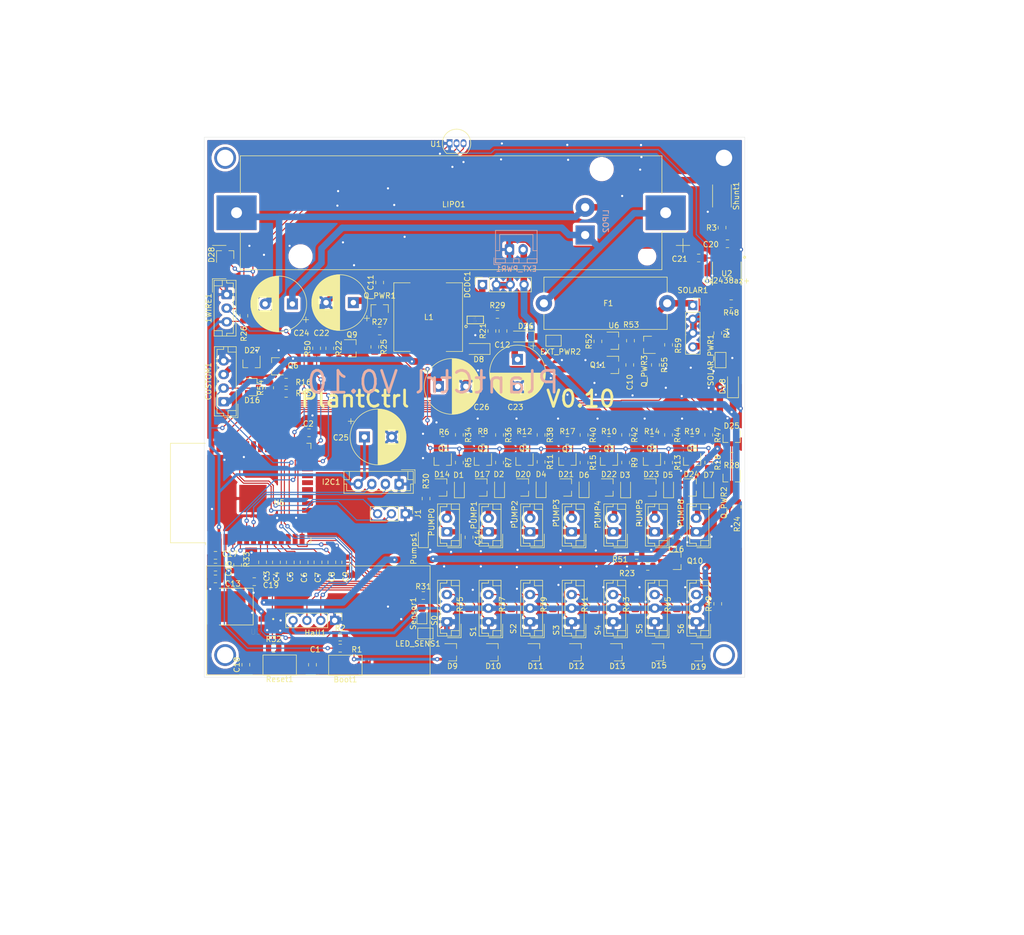
<source format=kicad_pcb>
(kicad_pcb (version 20171130) (host pcbnew 5.1.10)
  (layers (0 F.Cu signal) (31 B.Cu signal) (34 B.Paste user) (35 F.Paste user) (36 B.SilkS user) (37 F.SilkS user) (38 B.Mask user) (39 F.Mask user) (44 Edge.Cuts user))
  (net 0 "")
  (net 1 PLANT1_PUMP)
  (net 2 PLANT2_PUMP)
  (net 3 PLANT3_PUMP)
  (net 4 PLANT4_PUMP)
  (net 5 PLANT5_PUMP)
  (net 6 PLANT6_PUMP)
  (net 7 GND)
  (net 8 PLANT6_MOIST)
  (net 9 PLANT5_MOIST)
  (net 10 PLANT4_MOIST)
  (net 11 PLANT3_MOIST)
  (net 12 PLANT2_MOIST)
  (net 13 PLANT1_MOIST)
  (net 14 PLANT_CTRL_PUMP_0)
  (net 15 PUMP_PWR)
  (net 16 PWR_PUMP_CONVERTER)
  (net 17 3_3V)
  (net 18 Temp)
  (net 19 PLANT0_PUMP)
  (net 20 PWR_SENSORS)
  (net 21 PLANT0_MOIST)
  (net 22 "Net-(R35-Pad1)")
  (net 23 PLANT_CTRL_PUMP_1)
  (net 24 "Net-(R37-Pad1)")
  (net 25 PLANT_CTRL_PUMP_2)
  (net 26 "Net-(R39-Pad1)")
  (net 27 PLANT_CTRL_PUMP_3)
  (net 28 "Net-(R41-Pad1)")
  (net 29 PLANT_CTRL_PUMP_4)
  (net 30 "Net-(R43-Pad1)")
  (net 31 PLANT_CTRL_PUMP_5)
  (net 32 "Net-(R45-Pad1)")
  (net 33 PLANT_CTRL_PUMP_6)
  (net 34 "Net-(R49-Pad1)")
  (net 35 PUMP_ENABLE)
  (net 36 SENSORS_ENABLE)
  (net 37 "Net-(C10-Pad2)")
  (net 38 VCC_BATT)
  (net 39 "Net-(D8-Pad2)")
  (net 40 "Net-(R21-Pad2)")
  (net 41 "Net-(D1-Pad2)")
  (net 42 "Net-(D2-Pad2)")
  (net 43 "Net-(D3-Pad2)")
  (net 44 "Net-(D4-Pad2)")
  (net 45 "Net-(D5-Pad2)")
  (net 46 "Net-(D6-Pad2)")
  (net 47 "Net-(D7-Pad2)")
  (net 48 "Net-(Pumps1-Pad2)")
  (net 49 "Net-(Q1-Pad1)")
  (net 50 "Net-(Q2-Pad1)")
  (net 51 "Net-(Q3-Pad1)")
  (net 52 "Net-(Q4-Pad1)")
  (net 53 "Net-(Q5-Pad1)")
  (net 54 "Net-(Q6-Pad1)")
  (net 55 "Net-(Q7-Pad1)")
  (net 56 "Net-(Q8-Pad1)")
  (net 57 "Net-(Q9-Pad3)")
  (net 58 "Net-(Q9-Pad1)")
  (net 59 "Net-(Q10-Pad3)")
  (net 60 "Net-(Q10-Pad1)")
  (net 61 "Net-(Q_PWR1-Pad1)")
  (net 62 "Net-(Q_PWR2-Pad1)")
  (net 63 "Net-(R31-Pad1)")
  (net 64 "Net-(C12-Pad1)")
  (net 65 "Net-(C19-Pad2)")
  (net 66 VCC)
  (net 67 "Net-(C18-Pad2)")
  (net 68 "Net-(Q_PWR3-Pad1)")
  (net 69 SOLAR_IN)
  (net 70 "Net-(C2-Pad2)")
  (net 71 "Net-(C20-Pad1)")
  (net 72 "Net-(D18-Pad2)")
  (net 73 "Net-(I2C1-Pad3)")
  (net 74 "Net-(I2C1-Pad2)")
  (net 75 "Net-(C21-Pad1)")
  (net 76 "Net-(CUSTOM1-Pad3)")
  (net 77 "Net-(LED_SENS1-Pad1)")
  (net 78 Rsense+)
  (net 79 HALL_TX)
  (net 80 ESP_RX)
  (net 81 ESP_TX)
  (net 82 "Net-(Boot1-Pad2)")
  (net 83 CUSTOM_GPIO1)
  (net 84 VCC_FUSED_ALWAYS)
  (net 85 HALL_RX)
  (net 86 "Net-(Q11-Pad3)")
  (net 87 GPIO2)
  (net 88 "Net-(R52-Pad2)")
  (module Connector_JST:JST_EH_B3B-EH-A_1x03_P2.50mm_Vertical (layer F.Cu) (at 222.25 129.54 90)
    (fp_text reference S1 (at -1.778 -2.794 90) (layer F.SilkS))
    (fp_text value Conn_01x03_Male)
    (pad 3 thru_hole oval (at 5 0 90) (size 1.7 1.95) (drill 0.95) (layers *.Cu *.Mask) (net 24 "Net-(R37-Pad1)"))
    (pad 2 thru_hole oval (at 2.5 0 90) (size 1.7 1.95) (drill 0.95) (layers *.Cu *.Mask) (net 20 PWR_SENSORS))
    (pad 1 thru_hole roundrect (at 0 0 90) (size 1.7 1.95) (drill 0.95) (layers *.Cu *.Mask) (roundrect_rratio 0.147059) (net 7 GND))
  )
  (module Connector_PinHeader_2.54mm:PinHeader_1x03_P2.54mm_Vertical (layer F.Cu) (at 207.01 109.728 270)
    (fp_text reference J1 (at 0 -2.33 90) (layer F.SilkS))
    (fp_text value Conn_01x03_Female)
    (pad 3 thru_hole oval (at 0 5.08 270) (size 1.7 1.7) (drill 1) (layers *.Cu *.Mask) (net 80 ESP_RX))
    (pad 2 thru_hole oval (at 0 2.54 270) (size 1.7 1.7) (drill 1) (layers *.Cu *.Mask) (net 81 ESP_TX))
    (pad 1 thru_hole rect (at 0 0 270) (size 1.7 1.7) (drill 1) (layers *.Cu *.Mask) (net 7 GND))
  )
  (module Resistor_SMD:R_0805_2012Metric (layer F.Cu) (at 182.118 86.614 90)
    (fp_text reference R54 (at 0 -1.65 90) (layer F.SilkS))
    (fp_text value 10k)
    (pad 2 smd roundrect (at 0.9125 0 90) (size 1.025 1.4) (layers F.Cu F.Paste F.Mask) (roundrect_rratio 0.243902) (net 7 GND))
    (pad 1 smd roundrect (at -0.9125 0 90) (size 1.025 1.4) (layers F.Cu F.Paste F.Mask) (roundrect_rratio 0.243902) (net 83 CUSTOM_GPIO1))
  )
  (module Button_Switch_SMD:SW_SPST_CK_RS282G05A3 (layer F.Cu) (at 183.98 137.47 180)
    (fp_text reference Reset1 (at 0 -2.6) (layer F.SilkS))
    (fp_text value SW_Push)
    (pad 2 smd rect (at 3.9 0 180) (size 1.5 1.5) (layers F.Cu F.Paste F.Mask) (net 67 "Net-(C18-Pad2)"))
    (pad 1 smd rect (at -3.9 0 180) (size 1.5 1.5) (layers F.Cu F.Paste F.Mask) (net 7 GND))
  )
  (module Button_Switch_SMD:SW_SPST_CK_RS282G05A3 (layer F.Cu) (at 196.0245 137.5156 180)
    (fp_text reference Boot1 (at 0 -2.6) (layer F.SilkS))
    (fp_text value Boot)
    (pad 2 smd rect (at 3.9 0 180) (size 1.5 1.5) (layers F.Cu F.Paste F.Mask) (net 82 "Net-(Boot1-Pad2)"))
    (pad 1 smd rect (at -3.9 0 180) (size 1.5 1.5) (layers F.Cu F.Paste F.Mask) (net 7 GND))
  )
  (module Capacitor_THT:CP_Radial_D10.0mm_P5.00mm (layer F.Cu) (at 213.106 86.36)
    (fp_text reference C26 (at 7.874 3.81) (layer F.SilkS))
    (fp_text value 1000uF)
    (pad 2 thru_hole circle (at 5 0) (size 2 2) (drill 1) (layers *.Cu *.Mask) (net 7 GND))
    (pad 1 thru_hole rect (at 0 0) (size 2 2) (drill 1) (layers *.Cu *.Mask) (net 66 VCC))
  )
  (module Package_TO_SOT_SMD:SOT-23 (layer F.Cu) (at 173.99 62.23 90)
    (fp_text reference D28 (at 0 -2.5 90) (layer F.SilkS))
    (fp_text value BAS40-04)
    (pad 3 smd rect (at 1 0 90) (size 0.9 0.8) (layers F.Cu F.Paste F.Mask) (net 18 Temp))
    (pad 2 smd rect (at -1 0.95 90) (size 0.9 0.8) (layers F.Cu F.Paste F.Mask) (net 17 3_3V))
    (pad 1 smd rect (at -1 -0.95 90) (size 0.9 0.8) (layers F.Cu F.Paste F.Mask) (net 7 GND))
  )
  (module Jumper:SolderJumper-2_P1.3mm_Open_Pad1.0x1.5mm (layer F.Cu) (at 264.795 81.534 90)
    (fp_text reference SOLAR_PWR1 (at 0 -1.8 90) (layer F.SilkS))
    (fp_text value NC)
    (pad 1 smd rect (at -0.65 0 90) (size 1 1.5) (layers F.Cu F.Mask) (net 72 "Net-(D18-Pad2)"))
    (pad 2 smd rect (at 0.65 0 90) (size 1 1.5) (layers F.Cu F.Mask) (net 69 SOLAR_IN))
  )
  (module Connector_PinSocket_2.54mm:PinSocket_1x04_P2.54mm_Vertical (layer F.Cu) (at 259.715 71.501)
    (fp_text reference SOLAR1 (at 0 -2.77) (layer F.SilkS))
    (fp_text value Conn_01x04)
    (pad 4 thru_hole oval (at 0 7.62) (size 1.7 1.7) (drill 1) (layers *.Cu *.Mask) (net 69 SOLAR_IN))
    (pad 3 thru_hole oval (at 0 5.08) (size 1.7 1.7) (drill 1) (layers *.Cu *.Mask) (net 7 GND))
    (pad 2 thru_hole oval (at 0 2.54) (size 1.7 1.7) (drill 1) (layers *.Cu *.Mask) (net 7 GND))
    (pad 1 thru_hole rect (at 0 0) (size 1.7 1.7) (drill 1) (layers *.Cu *.Mask) (net 84 VCC_FUSED_ALWAYS))
  )
  (module Resistor_SMD:R_0805_2012Metric (layer F.Cu) (at 252.857 82.423 270)
    (fp_text reference R55 (at 0 -1.65 90) (layer F.SilkS))
    (fp_text value 1k)
    (pad 2 smd roundrect (at 0.9375 0 270) (size 0.975 1.4) (layers F.Cu F.Paste F.Mask) (net 86 "Net-(Q11-Pad3)"))
    (pad 1 smd roundrect (at -0.9375 0 270) (size 0.975 1.4) (layers F.Cu F.Paste F.Mask) (net 68 "Net-(Q_PWR3-Pad1)"))
  )
  (module Resistor_SMD:R_0805_2012Metric (layer F.Cu) (at 248.285 77.978 270)
    (fp_text reference R53 (at -2.921 -0.127 180) (layer F.SilkS))
    (fp_text value 100k)
    (pad 2 smd roundrect (at 0.9375 0 270) (size 0.975 1.4) (layers F.Cu F.Paste F.Mask) (net 37 "Net-(C10-Pad2)"))
    (pad 1 smd roundrect (at -0.9375 0 270) (size 0.975 1.4) (layers F.Cu F.Paste F.Mask) (net 84 VCC_FUSED_ALWAYS))
  )
  (module Resistor_SMD:R_0805_2012Metric (layer F.Cu) (at 242.316 78.105 90)
    (fp_text reference R52 (at 0 -1.65 90) (layer F.SilkS))
    (fp_text value 1k)
    (pad 2 smd roundrect (at 0.9375 0 90) (size 0.975 1.4) (layers F.Cu F.Paste F.Mask) (net 88 "Net-(R52-Pad2)"))
    (pad 1 smd roundrect (at -0.9375 0 90) (size 0.975 1.4) (layers F.Cu F.Paste F.Mask) (net 37 "Net-(C10-Pad2)"))
  )
  (module Resistor_SMD:R_0805_2012Metric (layer F.Cu) (at 201.422 79.121 270)
    (fp_text reference R25 (at 0 -1.65 90) (layer F.SilkS))
    (fp_text value 1k)
    (pad 2 smd roundrect (at 0.9375 0 270) (size 0.975 1.4) (layers F.Cu F.Paste F.Mask) (net 57 "Net-(Q9-Pad3)"))
    (pad 1 smd roundrect (at -0.9375 0 270) (size 0.975 1.4) (layers F.Cu F.Paste F.Mask) (net 61 "Net-(Q_PWR1-Pad1)"))
  )
  (module Resistor_SMD:R_0805_2012Metric (layer F.Cu) (at 267.843 108.458 270)
    (fp_text reference R24 (at 3.175 0 90) (layer F.SilkS))
    (fp_text value 1k)
    (pad 2 smd roundrect (at 0.9375 0 270) (size 0.975 1.4) (layers F.Cu F.Paste F.Mask) (net 59 "Net-(Q10-Pad3)"))
    (pad 1 smd roundrect (at -0.9375 0 270) (size 0.975 1.4) (layers F.Cu F.Paste F.Mask) (net 62 "Net-(Q_PWR2-Pad1)"))
  )
  (module Package_TO_SOT_SMD:SOT-23 (layer F.Cu) (at 245.364 82.423)
    (fp_text reference Q11 (at -3.048 0) (layer F.SilkS))
    (fp_text value "N-channel 30V 5A")
    (pad 3 smd rect (at 1 0) (size 0.9 0.8) (layers F.Cu F.Paste F.Mask) (net 86 "Net-(Q11-Pad3)"))
    (pad 2 smd rect (at -1 0.95) (size 0.9 0.8) (layers F.Cu F.Paste F.Mask) (net 7 GND))
    (pad 1 smd rect (at -1 -0.95) (size 0.9 0.8) (layers F.Cu F.Paste F.Mask) (net 37 "Net-(C10-Pad2)"))
  )
  (module Package_TO_SOT_SMD:SOT-23 (layer F.Cu) (at 178.816 82.169 270)
    (fp_text reference D27 (at -2.413 -0.127 180) (layer F.SilkS))
    (fp_text value BAS40-04)
    (pad 3 smd rect (at 1 0 270) (size 0.9 0.8) (layers F.Cu F.Paste F.Mask) (net 76 "Net-(CUSTOM1-Pad3)"))
    (pad 2 smd rect (at -1 0.95 270) (size 0.9 0.8) (layers F.Cu F.Paste F.Mask) (net 66 VCC))
    (pad 1 smd rect (at -1 -0.95 270) (size 0.9 0.8) (layers F.Cu F.Paste F.Mask) (net 7 GND))
  )
  (module Capacitor_THT:CP_Radial_D10.0mm_P5.00mm (layer F.Cu) (at 199.517 95.631)
    (fp_text reference C25 (at -4.318 0.127) (layer F.SilkS))
    (fp_text value 1000uF)
    (pad 2 thru_hole circle (at 5 0) (size 2 2) (drill 1) (layers *.Cu *.Mask) (net 7 GND))
    (pad 1 thru_hole rect (at 0 0) (size 2 2) (drill 1) (layers *.Cu *.Mask) (net 17 3_3V))
  )
  (module Capacitor_SMD:C_0805_2012Metric (layer F.Cu) (at 248.158 82.423 90)
    (fp_text reference C10 (at -3.175 0 90) (layer F.SilkS))
    (fp_text value 100n)
    (pad 2 smd roundrect (at 0.9375 0 90) (size 0.975 1.4) (layers F.Cu F.Paste F.Mask) (net 37 "Net-(C10-Pad2)"))
    (pad 1 smd roundrect (at -0.9375 0 90) (size 0.975 1.4) (layers F.Cu F.Paste F.Mask) (net 7 GND))
  )
  (module LED_SMD:LED_0805_2012Metric_Castellated (layer F.Cu) (at 210.058 128.016 90)
    (fp_text reference Sensor1 (at 0 -1.6 90) (layer F.SilkS))
    (fp_text value LED_green)
    (pad 2 smd roundrect (at 0.9625 0 90) (size 1.325 1.3) (layers F.Cu F.Paste F.Mask) (roundrect_rratio 0.192308) (net 63 "Net-(R31-Pad1)"))
    (pad 1 smd roundrect (at -0.9625 0 90) (size 1.325 1.3) (layers F.Cu F.Paste F.Mask) (roundrect_rratio 0.192308) (net 77 "Net-(LED_SENS1-Pad1)"))
  )
  (module Resistor_SMD:R_0805_2012Metric (layer F.Cu) (at 255.27 78.74 90)
    (fp_text reference R59 (at -0.127 1.778 90) (layer F.SilkS))
    (fp_text value 10k)
    (pad 2 smd roundrect (at 0.9375 0 90) (size 0.975 1.4) (layers F.Cu F.Paste F.Mask) (net 84 VCC_FUSED_ALWAYS))
    (pad 1 smd roundrect (at -0.9375 0 90) (size 0.975 1.4) (layers F.Cu F.Paste F.Mask) (net 68 "Net-(Q_PWR3-Pad1)"))
  )
  (module Resistor_SMD:R_0805_2012Metric (layer F.Cu) (at 249.428 117.348 180)
    (fp_text reference R51 (at 3.048 -0.762) (layer F.SilkS))
    (fp_text value 1k)
    (pad 2 smd roundrect (at 0.9375 0 180) (size 0.975 1.4) (layers F.Cu F.Paste F.Mask) (net 36 SENSORS_ENABLE))
    (pad 1 smd roundrect (at -0.9375 0 180) (size 0.975 1.4) (layers F.Cu F.Paste F.Mask) (net 60 "Net-(Q10-Pad1)"))
  )
  (module Resistor_SMD:R_0805_2012Metric (layer F.Cu) (at 190.754 79.375 270)
    (fp_text reference R50 (at 0 1.651 90) (layer F.SilkS))
    (fp_text value 1k)
    (pad 2 smd roundrect (at 0.9375 0 270) (size 0.975 1.4) (layers F.Cu F.Paste F.Mask) (net 35 PUMP_ENABLE))
    (pad 1 smd roundrect (at -0.9375 0 270) (size 0.975 1.4) (layers F.Cu F.Paste F.Mask) (net 58 "Net-(Q9-Pad1)"))
  )
  (module Resistor_SMD:R_0805_2012Metric (layer F.Cu) (at 264.287 126.238 90)
    (fp_text reference R49 (at 0 -1.65 90) (layer F.SilkS))
    (fp_text value 1k)
    (pad 2 smd roundrect (at 0.9375 0 90) (size 0.975 1.4) (layers F.Cu F.Paste F.Mask) (net 8 PLANT6_MOIST))
    (pad 1 smd roundrect (at -0.9375 0 90) (size 0.975 1.4) (layers F.Cu F.Paste F.Mask) (net 34 "Net-(R49-Pad1)"))
  )
  (module Resistor_SMD:R_0805_2012Metric (layer F.Cu) (at 266.7508 71.1962 180)
    (fp_text reference R48 (at 0 -1.65) (layer F.SilkS))
    (fp_text value 1k)
    (pad 2 smd roundrect (at 0.9375 0 180) (size 0.975 1.4) (layers F.Cu F.Paste F.Mask) (net 75 "Net-(C21-Pad1)"))
    (pad 1 smd roundrect (at -0.9375 0 180) (size 0.975 1.4) (layers F.Cu F.Paste F.Mask) (net 78 Rsense+))
  )
  (module Resistor_SMD:R_0805_2012Metric (layer F.Cu) (at 262.636 95.25 270)
    (fp_text reference R47 (at 0 -1.65 90) (layer F.SilkS))
    (fp_text value 1k)
    (pad 2 smd roundrect (at 0.9375 0 270) (size 0.975 1.4) (layers F.Cu F.Paste F.Mask) (net 56 "Net-(Q8-Pad1)"))
    (pad 1 smd roundrect (at -0.9375 0 270) (size 0.975 1.4) (layers F.Cu F.Paste F.Mask) (net 33 PLANT_CTRL_PUMP_6))
  )
  (module Resistor_SMD:R_0805_2012Metric (layer F.Cu) (at 185.166 87.63)
    (fp_text reference R46 (at 3.175 0) (layer F.SilkS))
    (fp_text value 1k)
    (pad 2 smd roundrect (at 0.9375 0) (size 0.975 1.4) (layers F.Cu F.Paste F.Mask) (net 87 GPIO2))
    (pad 1 smd roundrect (at -0.9375 0) (size 0.975 1.4) (layers F.Cu F.Paste F.Mask) (net 54 "Net-(Q6-Pad1)"))
  )
  (module Resistor_SMD:R_0805_2012Metric (layer F.Cu) (at 256.794 126.365 90)
    (fp_text reference R45 (at 0 -1.65 90) (layer F.SilkS))
    (fp_text value 1k)
    (pad 2 smd roundrect (at 0.9375 0 90) (size 0.975 1.4) (layers F.Cu F.Paste F.Mask) (net 9 PLANT5_MOIST))
    (pad 1 smd roundrect (at -0.9375 0 90) (size 0.975 1.4) (layers F.Cu F.Paste F.Mask) (net 32 "Net-(R45-Pad1)"))
  )
  (module Resistor_SMD:R_0805_2012Metric (layer F.Cu) (at 255.27 95.25 270)
    (fp_text reference R44 (at 0 -1.65 90) (layer F.SilkS))
    (fp_text value 1k)
    (pad 2 smd roundrect (at 0.9375 0 270) (size 0.975 1.4) (layers F.Cu F.Paste F.Mask) (net 53 "Net-(Q5-Pad1)"))
    (pad 1 smd roundrect (at -0.9375 0 270) (size 0.975 1.4) (layers F.Cu F.Paste F.Mask) (net 31 PLANT_CTRL_PUMP_5))
  )
  (module Resistor_SMD:R_0805_2012Metric (layer F.Cu) (at 249.174 126.365 90)
    (fp_text reference R43 (at 0 -1.65 90) (layer F.SilkS))
    (fp_text value 1k)
    (pad 2 smd roundrect (at 0.9375 0 90) (size 0.975 1.4) (layers F.Cu F.Paste F.Mask) (net 10 PLANT4_MOIST))
    (pad 1 smd roundrect (at -0.9375 0 90) (size 0.975 1.4) (layers F.Cu F.Paste F.Mask) (net 30 "Net-(R43-Pad1)"))
  )
  (module Resistor_SMD:R_0805_2012Metric (layer F.Cu) (at 247.396 95.25 270)
    (fp_text reference R42 (at 0 -1.65 90) (layer F.SilkS))
    (fp_text value 1k)
    (pad 2 smd roundrect (at 0.9375 0 270) (size 0.975 1.4) (layers F.Cu F.Paste F.Mask) (net 51 "Net-(Q3-Pad1)"))
    (pad 1 smd roundrect (at -0.9375 0 270) (size 0.975 1.4) (layers F.Cu F.Paste F.Mask) (net 29 PLANT_CTRL_PUMP_4))
  )
  (module Resistor_SMD:R_0805_2012Metric (layer F.Cu) (at 241.554 126.365 90)
    (fp_text reference R41 (at 0 -1.65 90) (layer F.SilkS))
    (fp_text value 1k)
    (pad 2 smd roundrect (at 0.9375 0 90) (size 0.975 1.4) (layers F.Cu F.Paste F.Mask) (net 11 PLANT3_MOIST))
    (pad 1 smd roundrect (at -0.9375 0 90) (size 0.975 1.4) (layers F.Cu F.Paste F.Mask) (net 28 "Net-(R41-Pad1)"))
  )
  (module Resistor_SMD:R_0805_2012Metric (layer F.Cu) (at 239.776 95.266 270)
    (fp_text reference R40 (at 0 -1.65 90) (layer F.SilkS))
    (fp_text value 1k)
    (pad 2 smd roundrect (at 0.9375 0 270) (size 0.975 1.4) (layers F.Cu F.Paste F.Mask) (net 55 "Net-(Q7-Pad1)"))
    (pad 1 smd roundrect (at -0.9375 0 270) (size 0.975 1.4) (layers F.Cu F.Paste F.Mask) (net 27 PLANT_CTRL_PUMP_3))
  )
  (module Resistor_SMD:R_0805_2012Metric (layer F.Cu) (at 234.061 126.365 90)
    (fp_text reference R39 (at 0 -1.65 90) (layer F.SilkS))
    (fp_text value 1k)
    (pad 2 smd roundrect (at 0.9375 0 90) (size 0.975 1.4) (layers F.Cu F.Paste F.Mask) (net 12 PLANT2_MOIST))
    (pad 1 smd roundrect (at -0.9375 0 90) (size 0.975 1.4) (layers F.Cu F.Paste F.Mask) (net 26 "Net-(R39-Pad1)"))
  )
  (module Resistor_SMD:R_0805_2012Metric (layer F.Cu) (at 231.902 95.266 270)
    (fp_text reference R38 (at 0 -1.65 90) (layer F.SilkS))
    (fp_text value 1k)
    (pad 2 smd roundrect (at 0.9375 0 270) (size 0.975 1.4) (layers F.Cu F.Paste F.Mask) (net 52 "Net-(Q4-Pad1)"))
    (pad 1 smd roundrect (at -0.9375 0 270) (size 0.975 1.4) (layers F.Cu F.Paste F.Mask) (net 25 PLANT_CTRL_PUMP_2))
  )
  (module Resistor_SMD:R_0805_2012Metric (layer F.Cu) (at 226.441 126.349 90)
    (fp_text reference R37 (at 0 -1.65 90) (layer F.SilkS))
    (fp_text value 1k)
    (pad 2 smd roundrect (at 0.9375 0 90) (size 0.975 1.4) (layers F.Cu F.Paste F.Mask) (net 13 PLANT1_MOIST))
    (pad 1 smd roundrect (at -0.9375 0 90) (size 0.975 1.4) (layers F.Cu F.Paste F.Mask) (net 24 "Net-(R37-Pad1)"))
  )
  (module Resistor_SMD:R_0805_2012Metric (layer F.Cu) (at 224.282 95.266 270)
    (fp_text reference R36 (at 0 -1.65 90) (layer F.SilkS))
    (fp_text value 1k)
    (pad 2 smd roundrect (at 0.9375 0 270) (size 0.975 1.4) (layers F.Cu F.Paste F.Mask) (net 50 "Net-(Q2-Pad1)"))
    (pad 1 smd roundrect (at -0.9375 0 270) (size 0.975 1.4) (layers F.Cu F.Paste F.Mask) (net 23 PLANT_CTRL_PUMP_1))
  )
  (module Resistor_SMD:R_0805_2012Metric (layer F.Cu) (at 218.694 126.349 90)
    (fp_text reference R35 (at 0 -1.65 90) (layer F.SilkS))
    (fp_text value 1k)
    (pad 2 smd roundrect (at 0.9375 0 90) (size 0.975 1.4) (layers F.Cu F.Paste F.Mask) (net 21 PLANT0_MOIST))
    (pad 1 smd roundrect (at -0.9375 0 90) (size 0.975 1.4) (layers F.Cu F.Paste F.Mask) (net 22 "Net-(R35-Pad1)"))
  )
  (module Resistor_SMD:R_0805_2012Metric (layer F.Cu) (at 216.916 95.25 270)
    (fp_text reference R34 (at 0 -1.65 90) (layer F.SilkS))
    (fp_text value 1k)
    (pad 2 smd roundrect (at 0.9375 0 270) (size 0.975 1.4) (layers F.Cu F.Paste F.Mask) (net 49 "Net-(Q1-Pad1)"))
    (pad 1 smd roundrect (at -0.9375 0 270) (size 0.975 1.4) (layers F.Cu F.Paste F.Mask) (net 14 PLANT_CTRL_PUMP_0))
  )
  (module Resistor_SMD:R_0805_2012Metric (layer F.Cu) (at 176.276 119.126 270)
    (fp_text reference R33 (at -1.016 -1.651 90) (layer F.SilkS))
    (fp_text value 10k)
    (pad 2 smd roundrect (at 0.9375 0 270) (size 0.975 1.4) (layers F.Cu F.Paste F.Mask) (net 17 3_3V))
    (pad 1 smd roundrect (at -0.9375 0 270) (size 0.975 1.4) (layers F.Cu F.Paste F.Mask) (net 65 "Net-(C19-Pad2)"))
  )
  (module Resistor_SMD:R_0805_2012Metric (layer F.Cu) (at 182.88 134.366)
    (fp_text reference R32 (at 0 -1.65) (layer F.SilkS))
    (fp_text value 1k)
    (pad 2 smd roundrect (at 0.9375 0) (size 0.975 1.4) (layers F.Cu F.Paste F.Mask) (net 67 "Net-(C18-Pad2)"))
    (pad 1 smd roundrect (at -0.9375 0) (size 0.975 1.4) (layers F.Cu F.Paste F.Mask) (net 65 "Net-(C19-Pad2)"))
  )
  (module Resistor_SMD:R_0805_2012Metric (layer F.Cu) (at 210.312 124.714)
    (fp_text reference R31 (at 0 -1.65) (layer F.SilkS))
    (fp_text value 4,7K)
    (pad 2 smd roundrect (at 0.9375 0) (size 0.975 1.4) (layers F.Cu F.Paste F.Mask) (net 20 PWR_SENSORS))
    (pad 1 smd roundrect (at -0.9375 0) (size 0.975 1.4) (layers F.Cu F.Paste F.Mask) (net 63 "Net-(R31-Pad1)"))
  )
  (module Resistor_SMD:R_0805_2012Metric (layer F.Cu) (at 210.82 106.934 270)
    (fp_text reference R30 (at -3.175 0 90) (layer F.SilkS))
    (fp_text value 270)
    (pad 2 smd roundrect (at 0.9375 0 270) (size 0.975 1.4) (layers F.Cu F.Paste F.Mask) (net 48 "Net-(Pumps1-Pad2)"))
    (pad 1 smd roundrect (at -0.9375 0 270) (size 0.975 1.4) (layers F.Cu F.Paste F.Mask) (net 16 PWR_PUMP_CONVERTER))
  )
  (module Resistor_SMD:R_0805_2012Metric (layer F.Cu) (at 223.901 73.152)
    (fp_text reference R29 (at 0 -1.65) (layer F.SilkS))
    (fp_text value 1k)
    (pad 2 smd roundrect (at 0.9375 0) (size 0.975 1.4) (layers F.Cu F.Paste F.Mask) (net 7 GND))
    (pad 1 smd roundrect (at -0.9375 0) (size 0.975 1.4) (layers F.Cu F.Paste F.Mask) (net 40 "Net-(R21-Pad2)"))
  )
  (module Resistor_SMD:R_0805_2012Metric (layer F.Cu) (at 266.827 99.187 180)
    (fp_text reference R28 (at 0 -1.65) (layer F.SilkS))
    (fp_text value 10k)
    (pad 2 smd roundrect (at 0.9375 0 180) (size 0.975 1.4) (layers F.Cu F.Paste F.Mask) (net 66 VCC))
    (pad 1 smd roundrect (at -0.9375 0 180) (size 0.975 1.4) (layers F.Cu F.Paste F.Mask) (net 62 "Net-(Q_PWR2-Pad1)"))
  )
  (module Resistor_SMD:R_0805_2012Metric (layer F.Cu) (at 202.311 76.2)
    (fp_text reference R27 (at 0 -1.65) (layer F.SilkS))
    (fp_text value 10k)
    (pad 2 smd roundrect (at 0.9375 0) (size 0.975 1.4) (layers F.Cu F.Paste F.Mask) (net 66 VCC))
    (pad 1 smd roundrect (at -0.9375 0) (size 0.975 1.4) (layers F.Cu F.Paste F.Mask) (net 61 "Net-(Q_PWR1-Pad1)"))
  )
  (module Resistor_SMD:R_0805_2012Metric (layer F.Cu) (at 177.419 73.406 270)
    (fp_text reference R26 (at 3.302 0 90) (layer F.SilkS))
    (fp_text value 2.2k)
    (pad 2 smd roundrect (at 0.9375 0 270) (size 0.975 1.4) (layers F.Cu F.Paste F.Mask) (net 17 3_3V))
    (pad 1 smd roundrect (at -0.9375 0 270) (size 0.975 1.4) (layers F.Cu F.Paste F.Mask) (net 18 Temp))
  )
  (module Resistor_SMD:R_0805_2012Metric (layer F.Cu) (at 251.46 119.38)
    (fp_text reference R23 (at -3.81 1.27) (layer F.SilkS))
    (fp_text value 10k)
    (pad 2 smd roundrect (at 0.9375 0) (size 0.975 1.4) (layers F.Cu F.Paste F.Mask) (net 7 GND))
    (pad 1 smd roundrect (at -0.9375 0) (size 0.975 1.4) (layers F.Cu F.Paste F.Mask) (net 60 "Net-(Q10-Pad1)"))
  )
  (module Resistor_SMD:R_0805_2012Metric (layer F.Cu) (at 193.167 79.375 270)
    (fp_text reference R22 (at 0 -1.65 90) (layer F.SilkS))
    (fp_text value 10k)
    (pad 2 smd roundrect (at 0.9375 0 270) (size 0.975 1.4) (layers F.Cu F.Paste F.Mask) (net 7 GND))
    (pad 1 smd roundrect (at -0.9375 0 270) (size 0.975 1.4) (layers F.Cu F.Paste F.Mask) (net 58 "Net-(Q9-Pad1)"))
  )
  (module Resistor_SMD:R_0805_2012Metric (layer F.Cu) (at 222.885 76.2 90)
    (fp_text reference R21 (at 0 -1.65 90) (layer F.SilkS))
    (fp_text value 19k-19.5K)
    (pad 2 smd roundrect (at 0.9375 0 90) (size 0.975 1.4) (layers F.Cu F.Paste F.Mask) (net 40 "Net-(R21-Pad2)"))
    (pad 1 smd roundrect (at -0.9375 0 90) (size 0.975 1.4) (layers F.Cu F.Paste F.Mask) (net 64 "Net-(C12-Pad1)"))
  )
  (module Resistor_SMD:R_0805_2012Metric (layer F.Cu) (at 259.572 96.266 180)
    (fp_text reference R19 (at -0.016 1.651) (layer F.SilkS))
    (fp_text value 10k)
    (pad 2 smd roundrect (at 0.9375 0 180) (size 0.975 1.4) (layers F.Cu F.Paste F.Mask) (net 7 GND))
    (pad 1 smd roundrect (at -0.9375 0 180) (size 0.975 1.4) (layers F.Cu F.Paste F.Mask) (net 56 "Net-(Q8-Pad1)"))
  )
  (module Resistor_SMD:R_0805_2012Metric (layer F.Cu) (at 262.636 100.314 270)
    (fp_text reference R18 (at 0 -1.65 90) (layer F.SilkS))
    (fp_text value 270)
    (pad 2 smd roundrect (at 0.9375 0 270) (size 0.975 1.4) (layers F.Cu F.Paste F.Mask) (net 47 "Net-(D7-Pad2)"))
    (pad 1 smd roundrect (at -0.9375 0 270) (size 0.975 1.4) (layers F.Cu F.Paste F.Mask) (net 16 PWR_PUMP_CONVERTER))
  )
  (module Resistor_SMD:R_0805_2012Metric (layer F.Cu) (at 236.712 96.266 180)
    (fp_text reference R17 (at -0.016 1.651) (layer F.SilkS))
    (fp_text value 10K)
    (pad 2 smd roundrect (at 0.9375 0 180) (size 0.975 1.4) (layers F.Cu F.Paste F.Mask) (net 7 GND))
    (pad 1 smd roundrect (at -0.9375 0 180) (size 0.975 1.4) (layers F.Cu F.Paste F.Mask) (net 55 "Net-(Q7-Pad1)"))
  )
  (module Resistor_SMD:R_0805_2012Metric (layer F.Cu) (at 185.166 85.598)
    (fp_text reference R16 (at 3.175 0) (layer F.SilkS))
    (fp_text value 10k)
    (pad 2 smd roundrect (at 0.9375 0) (size 0.975 1.4) (layers F.Cu F.Paste F.Mask) (net 7 GND))
    (pad 1 smd roundrect (at -0.9375 0) (size 0.975 1.4) (layers F.Cu F.Paste F.Mask) (net 54 "Net-(Q6-Pad1)"))
  )
  (module Resistor_SMD:R_0805_2012Metric (layer F.Cu) (at 239.776 100.346 270)
    (fp_text reference R15 (at 0 -1.65 90) (layer F.SilkS))
    (fp_text value 270)
    (pad 2 smd roundrect (at 0.9375 0 270) (size 0.975 1.4) (layers F.Cu F.Paste F.Mask) (net 46 "Net-(D6-Pad2)"))
    (pad 1 smd roundrect (at -0.9375 0 270) (size 0.975 1.4) (layers F.Cu F.Paste F.Mask) (net 16 PWR_PUMP_CONVERTER))
  )
  (module Resistor_SMD:R_0805_2012Metric (layer F.Cu) (at 252.222 96.266 180)
    (fp_text reference R14 (at 0 1.651) (layer F.SilkS))
    (fp_text value 10k)
    (pad 2 smd roundrect (at 0.9375 0 180) (size 0.975 1.4) (layers F.Cu F.Paste F.Mask) (net 7 GND))
    (pad 1 smd roundrect (at -0.9375 0 180) (size 0.975 1.4) (layers F.Cu F.Paste F.Mask) (net 53 "Net-(Q5-Pad1)"))
  )
  (module Resistor_SMD:R_0805_2012Metric (layer F.Cu) (at 255.27 100.33 270)
    (fp_text reference R13 (at 0 -1.65 90) (layer F.SilkS))
    (fp_text value 270)
    (pad 2 smd roundrect (at 0.9375 0 270) (size 0.975 1.4) (layers F.Cu F.Paste F.Mask) (net 45 "Net-(D5-Pad2)"))
    (pad 1 smd roundrect (at -0.9375 0 270) (size 0.975 1.4) (layers F.Cu F.Paste F.Mask) (net 16 PWR_PUMP_CONVERTER))
  )
  (module Resistor_SMD:R_0805_2012Metric (layer F.Cu) (at 228.838 96.266 180)
    (fp_text reference R12 (at 0 1.651) (layer F.SilkS))
    (fp_text value 10k)
    (pad 2 smd roundrect (at 0.9375 0 180) (size 0.975 1.4) (layers F.Cu F.Paste F.Mask) (net 7 GND))
    (pad 1 smd roundrect (at -0.9375 0 180) (size 0.975 1.4) (layers F.Cu F.Paste F.Mask) (net 52 "Net-(Q4-Pad1)"))
  )
  (module Resistor_SMD:R_0805_2012Metric (layer F.Cu) (at 231.902 100.203 270)
    (fp_text reference R11 (at 0 -1.65 90) (layer F.SilkS))
    (fp_text value 270)
    (pad 2 smd roundrect (at 0.9375 0 270) (size 0.975 1.4) (layers F.Cu F.Paste F.Mask) (net 44 "Net-(D4-Pad2)"))
    (pad 1 smd roundrect (at -0.9375 0 270) (size 0.975 1.4) (layers F.Cu F.Paste F.Mask) (net 16 PWR_PUMP_CONVERTER))
  )
  (module Resistor_SMD:R_0805_2012Metric (layer F.Cu) (at 244.348 96.266 180)
    (fp_text reference R10 (at 0 1.651) (layer F.SilkS))
    (fp_text value 10K)
    (pad 2 smd roundrect (at 0.9375 0 180) (size 0.975 1.4) (layers F.Cu F.Paste F.Mask) (net 7 GND))
    (pad 1 smd roundrect (at -0.9375 0 180) (size 0.975 1.4) (layers F.Cu F.Paste F.Mask) (net 51 "Net-(Q3-Pad1)"))
  )
  (module Resistor_SMD:R_0805_2012Metric (layer F.Cu) (at 247.396 100.33 270)
    (fp_text reference R9 (at 0 -1.65 90) (layer F.SilkS))
    (fp_text value 270)
    (pad 2 smd roundrect (at 0.9375 0 270) (size 0.975 1.4) (layers F.Cu F.Paste F.Mask) (net 43 "Net-(D3-Pad2)"))
    (pad 1 smd roundrect (at -0.9375 0 270) (size 0.975 1.4) (layers F.Cu F.Paste F.Mask) (net 16 PWR_PUMP_CONVERTER))
  )
  (module Resistor_SMD:R_0805_2012Metric (layer F.Cu) (at 221.234 96.266)
    (fp_text reference R8 (at 0 -1.65) (layer F.SilkS))
    (fp_text value 10k)
    (pad 2 smd roundrect (at 0.9375 0) (size 0.975 1.4) (layers F.Cu F.Paste F.Mask) (net 50 "Net-(Q2-Pad1)"))
    (pad 1 smd roundrect (at -0.9375 0) (size 0.975 1.4) (layers F.Cu F.Paste F.Mask) (net 7 GND))
  )
  (module Resistor_SMD:R_0805_2012Metric (layer F.Cu) (at 224.282 100.33 270)
    (fp_text reference R7 (at 0 -1.65 90) (layer F.SilkS))
    (fp_text value 270)
    (pad 2 smd roundrect (at 0.9375 0 270) (size 0.975 1.4) (layers F.Cu F.Paste F.Mask) (net 42 "Net-(D2-Pad2)"))
    (pad 1 smd roundrect (at -0.9375 0 270) (size 0.975 1.4) (layers F.Cu F.Paste F.Mask) (net 16 PWR_PUMP_CONVERTER))
  )
  (module Resistor_SMD:R_0805_2012Metric (layer F.Cu) (at 213.868 96.266 180)
    (fp_text reference R6 (at -0.254 1.524) (layer F.SilkS))
    (fp_text value 10k)
    (pad 2 smd roundrect (at 0.9375 0 180) (size 0.975 1.4) (layers F.Cu F.Paste F.Mask) (net 7 GND))
    (pad 1 smd roundrect (at -0.9375 0 180) (size 0.975 1.4) (layers F.Cu F.Paste F.Mask) (net 49 "Net-(Q1-Pad1)"))
  )
  (module Resistor_SMD:R_0805_2012Metric (layer F.Cu) (at 216.916 100.33 270)
    (fp_text reference R5 (at 0 -1.65 90) (layer F.SilkS))
    (fp_text value 270)
    (pad 2 smd roundrect (at 0.9375 0 270) (size 0.975 1.4) (layers F.Cu F.Paste F.Mask) (net 41 "Net-(D1-Pad2)"))
    (pad 1 smd roundrect (at -0.9375 0 270) (size 0.975 1.4) (layers F.Cu F.Paste F.Mask) (net 16 PWR_PUMP_CONVERTER))
  )
  (module Resistor_SMD:R_0805_2012Metric (layer F.Cu) (at 264.287 76.581 270)
    (fp_text reference R4 (at 0 -1.65 90) (layer F.SilkS))
    (fp_text value 10k)
    (pad 2 smd roundrect (at 0.9375 0 270) (size 0.975 1.4) (layers F.Cu F.Paste F.Mask) (net 69 SOLAR_IN))
    (pad 1 smd roundrect (at -0.9375 0 270) (size 0.975 1.4) (layers F.Cu F.Paste F.Mask) (net 75 "Net-(C21-Pad1)"))
  )
  (module Resistor_SMD:R_0805_2012Metric (layer F.Cu) (at 265.0744 57.2352 270)
    (fp_text reference R3 (at 0.0418 1.9304 180) (layer F.SilkS))
    (fp_text value 100k)
    (pad 2 smd roundrect (at 0.9375 0 270) (size 0.975 1.4) (layers F.Cu F.Paste F.Mask) (net 71 "Net-(C20-Pad1)"))
    (pad 1 smd roundrect (at -0.9375 0 270) (size 0.975 1.4) (layers F.Cu F.Paste F.Mask) (net 7 GND))
  )
  (module Resistor_SMD:R_0805_2012Metric (layer F.Cu) (at 195.072 132.334)
    (fp_text reference R2 (at 0 -1.65) (layer F.SilkS))
    (fp_text value 1k)
    (pad 2 smd roundrect (at 0.9375 0) (size 0.975 1.4) (layers F.Cu F.Paste F.Mask) (net 17 3_3V))
    (pad 1 smd roundrect (at -0.9375 0) (size 0.975 1.4) (layers F.Cu F.Paste F.Mask) (net 70 "Net-(C2-Pad2)"))
  )
  (module Resistor_SMD:R_0805_2012Metric (layer F.Cu) (at 195.072 134.366)
    (fp_text reference R1 (at 3.048 0.254) (layer F.SilkS))
    (fp_text value 1k)
    (pad 2 smd roundrect (at 0.9375 0) (size 0.975 1.4) (layers F.Cu F.Paste F.Mask) (net 82 "Net-(Boot1-Pad2)"))
    (pad 1 smd roundrect (at -0.9375 0) (size 0.975 1.4) (layers F.Cu F.Paste F.Mask) (net 70 "Net-(C2-Pad2)"))
  )
  (module Package_TO_SOT_SMD:SOT-23 (layer F.Cu) (at 251.46 78.74 180)
    (fp_text reference Q_PWR3 (at 0.635 -4.826 90) (layer F.SilkS))
    (fp_text value "P-channel 50v 4A")
    (pad 3 smd rect (at 1 0 180) (size 0.9 0.8) (layers F.Cu F.Paste F.Mask) (net 66 VCC))
    (pad 2 smd rect (at -1 0.95 180) (size 0.9 0.8) (layers F.Cu F.Paste F.Mask) (net 84 VCC_FUSED_ALWAYS))
    (pad 1 smd rect (at -1 -0.95 180) (size 0.9 0.8) (layers F.Cu F.Paste F.Mask) (net 68 "Net-(Q_PWR3-Pad1)"))
  )
  (module Package_TO_SOT_SMD:SOT-23 (layer F.Cu) (at 266.827 103.124 270)
    (fp_text reference Q_PWR2 (at 4.572 1.397 90) (layer F.SilkS))
    (fp_text value "P-channel 50v 4A")
    (pad 3 smd rect (at 1 0 270) (size 0.9 0.8) (layers F.Cu F.Paste F.Mask) (net 20 PWR_SENSORS))
    (pad 2 smd rect (at -1 0.95 270) (size 0.9 0.8) (layers F.Cu F.Paste F.Mask) (net 66 VCC))
    (pad 1 smd rect (at -1 -0.95 270) (size 0.9 0.8) (layers F.Cu F.Paste F.Mask) (net 62 "Net-(Q_PWR2-Pad1)"))
  )
  (module Package_TO_SOT_SMD:SOT-23 (layer F.Cu) (at 202.311 72.136 90)
    (fp_text reference Q_PWR1 (at 2.413 0 180) (layer F.SilkS))
    (fp_text value "P-channel 50v 4A")
    (pad 3 smd rect (at 1 0 90) (size 0.9 0.8) (layers F.Cu F.Paste F.Mask) (net 16 PWR_PUMP_CONVERTER))
    (pad 2 smd rect (at -1 0.95 90) (size 0.9 0.8) (layers F.Cu F.Paste F.Mask) (net 66 VCC))
    (pad 1 smd rect (at -1 -0.95 90) (size 0.9 0.8) (layers F.Cu F.Paste F.Mask) (net 61 "Net-(Q_PWR1-Pad1)"))
  )
  (module Package_TO_SOT_SMD:SOT-23 (layer F.Cu) (at 256.794 118.364)
    (fp_text reference Q10 (at 3.302 0) (layer F.SilkS))
    (fp_text value "N-channel 30V 5A")
    (pad 3 smd rect (at 1 0) (size 0.9 0.8) (layers F.Cu F.Paste F.Mask) (net 59 "Net-(Q10-Pad3)"))
    (pad 2 smd rect (at -1 0.95) (size 0.9 0.8) (layers F.Cu F.Paste F.Mask) (net 7 GND))
    (pad 1 smd rect (at -1 -0.95) (size 0.9 0.8) (layers F.Cu F.Paste F.Mask) (net 60 "Net-(Q10-Pad1)"))
  )
  (module Package_TO_SOT_SMD:SOT-23 (layer F.Cu) (at 197.231 79.375)
    (fp_text reference Q9 (at 0 -2.5) (layer F.SilkS))
    (fp_text value "N-channel 30V 5A")
    (pad 3 smd rect (at 1 0) (size 0.9 0.8) (layers F.Cu F.Paste F.Mask) (net 57 "Net-(Q9-Pad3)"))
    (pad 2 smd rect (at -1 0.95) (size 0.9 0.8) (layers F.Cu F.Paste F.Mask) (net 7 GND))
    (pad 1 smd rect (at -1 -0.95) (size 0.9 0.8) (layers F.Cu F.Paste F.Mask) (net 58 "Net-(Q9-Pad1)"))
  )
  (module Package_TO_SOT_SMD:SOT-23 (layer F.Cu) (at 259.588 100.076 270)
    (fp_text reference Q8 (at -2.286 0 180) (layer F.SilkS))
    (fp_text value "N-channel 30V 5A")
    (pad 3 smd rect (at 1 0 270) (size 0.9 0.8) (layers F.Cu F.Paste F.Mask) (net 6 PLANT6_PUMP))
    (pad 2 smd rect (at -1 0.95 270) (size 0.9 0.8) (layers F.Cu F.Paste F.Mask) (net 7 GND))
    (pad 1 smd rect (at -1 -0.95 270) (size 0.9 0.8) (layers F.Cu F.Paste F.Mask) (net 56 "Net-(Q8-Pad1)"))
  )
  (module Package_TO_SOT_SMD:SOT-23 (layer F.Cu) (at 236.728 100.076 270)
    (fp_text reference Q7 (at -2.159 0 180) (layer F.SilkS))
    (fp_text value "N-channel 30V 5A")
    (pad 3 smd rect (at 1 0 270) (size 0.9 0.8) (layers F.Cu F.Paste F.Mask) (net 3 PLANT3_PUMP))
    (pad 2 smd rect (at -1 0.95 270) (size 0.9 0.8) (layers F.Cu F.Paste F.Mask) (net 7 GND))
    (pad 1 smd rect (at -1 -0.95 270) (size 0.9 0.8) (layers F.Cu F.Paste F.Mask) (net 55 "Net-(Q7-Pad1)"))
  )
  (module Package_TO_SOT_SMD:SOT-23 (layer F.Cu) (at 183.261 82.677 180)
    (fp_text reference Q6 (at -3.175 0.127) (layer F.SilkS))
    (fp_text value "N-channel 30V 5A")
    (pad 3 smd rect (at 1 0 180) (size 0.9 0.8) (layers F.Cu F.Paste F.Mask) (net 76 "Net-(CUSTOM1-Pad3)"))
    (pad 2 smd rect (at -1 0.95 180) (size 0.9 0.8) (layers F.Cu F.Paste F.Mask) (net 7 GND))
    (pad 1 smd rect (at -1 -0.95 180) (size 0.9 0.8) (layers F.Cu F.Paste F.Mask) (net 54 "Net-(Q6-Pad1)"))
  )
  (module Package_TO_SOT_SMD:SOT-23 (layer F.Cu) (at 252.222 100.076 270)
    (fp_text reference Q5 (at -2.286 0 180) (layer F.SilkS))
    (fp_text value "N-channel 30V 5A")
    (pad 3 smd rect (at 1 0 270) (size 0.9 0.8) (layers F.Cu F.Paste F.Mask) (net 5 PLANT5_PUMP))
    (pad 2 smd rect (at -1 0.95 270) (size 0.9 0.8) (layers F.Cu F.Paste F.Mask) (net 7 GND))
    (pad 1 smd rect (at -1 -0.95 270) (size 0.9 0.8) (layers F.Cu F.Paste F.Mask) (net 53 "Net-(Q5-Pad1)"))
  )
  (module Package_TO_SOT_SMD:SOT-23 (layer F.Cu) (at 228.854 100.076 270)
    (fp_text reference Q4 (at -2.286 0 180) (layer F.SilkS))
    (fp_text value "N-channel 30V 5A")
    (pad 3 smd rect (at 1 0 270) (size 0.9 0.8) (layers F.Cu F.Paste F.Mask) (net 2 PLANT2_PUMP))
    (pad 2 smd rect (at -1 0.95 270) (size 0.9 0.8) (layers F.Cu F.Paste F.Mask) (net 7 GND))
    (pad 1 smd rect (at -1 -0.95 270) (size 0.9 0.8) (layers F.Cu F.Paste F.Mask) (net 52 "Net-(Q4-Pad1)"))
  )
  (module Package_TO_SOT_SMD:SOT-23 (layer F.Cu) (at 244.348 100.076 270)
    (fp_text reference Q3 (at -2.286 0 180) (layer F.SilkS))
    (fp_text value "N-channel 30V 5A")
    (pad 3 smd rect (at 1 0 270) (size 0.9 0.8) (layers F.Cu F.Paste F.Mask) (net 4 PLANT4_PUMP))
    (pad 2 smd rect (at -1 0.95 270) (size 0.9 0.8) (layers F.Cu F.Paste F.Mask) (net 7 GND))
    (pad 1 smd rect (at -1 -0.95 270) (size 0.9 0.8) (layers F.Cu F.Paste F.Mask) (net 51 "Net-(Q3-Pad1)"))
  )
  (module Package_TO_SOT_SMD:SOT-23 (layer F.Cu) (at 221.234 100.076 270)
    (fp_text reference Q2 (at -2.286 0 180) (layer F.SilkS))
    (fp_text value "N-channel 30V 5A")
    (pad 3 smd rect (at 1 0 270) (size 0.9 0.8) (layers F.Cu F.Paste F.Mask) (net 1 PLANT1_PUMP))
    (pad 2 smd rect (at -1 0.95 270) (size 0.9 0.8) (layers F.Cu F.Paste F.Mask) (net 7 GND))
    (pad 1 smd rect (at -1 -0.95 270) (size 0.9 0.8) (layers F.Cu F.Paste F.Mask) (net 50 "Net-(Q2-Pad1)"))
  )
  (module Package_TO_SOT_SMD:SOT-23 (layer F.Cu) (at 213.868 100.076 270)
    (fp_text reference Q1 (at -2.286 -0.127 180) (layer F.SilkS))
    (fp_text value "N-channel 30V 5A")
    (pad 3 smd rect (at 1 0 270) (size 0.9 0.8) (layers F.Cu F.Paste F.Mask) (net 19 PLANT0_PUMP))
    (pad 2 smd rect (at -1 0.95 270) (size 0.9 0.8) (layers F.Cu F.Paste F.Mask) (net 7 GND))
    (pad 1 smd rect (at -1 -0.95 270) (size 0.9 0.8) (layers F.Cu F.Paste F.Mask) (net 49 "Net-(Q1-Pad1)"))
  )
  (module LED_SMD:LED_0805_2012Metric_Castellated (layer F.Cu) (at 210.312 114.046 90)
    (fp_text reference Pumps1 (at -2.032 -1.778 270) (layer F.SilkS))
    (fp_text value LED_red)
    (pad 2 smd roundrect (at 0.9625 0 90) (size 1.325 1.3) (layers F.Cu F.Paste F.Mask) (roundrect_rratio 0.192308) (net 48 "Net-(Pumps1-Pad2)"))
    (pad 1 smd roundrect (at -0.9625 0 90) (size 1.325 1.3) (layers F.Cu F.Paste F.Mask) (roundrect_rratio 0.192308) (net 7 GND))
  )
  (module LED_SMD:LED_0805_2012Metric_Castellated (layer F.Cu) (at 262.636 104.902 90)
    (fp_text reference D7 (at 2.286 0 180) (layer F.SilkS))
    (fp_text value LED_Blue)
    (pad 2 smd roundrect (at 0.9625 0 90) (size 1.325 1.3) (layers F.Cu F.Paste F.Mask) (roundrect_rratio 0.192308) (net 47 "Net-(D7-Pad2)"))
    (pad 1 smd roundrect (at -0.9625 0 90) (size 1.325 1.3) (layers F.Cu F.Paste F.Mask) (roundrect_rratio 0.192308) (net 6 PLANT6_PUMP))
  )
  (module LED_SMD:LED_0805_2012Metric_Castellated (layer F.Cu) (at 239.776 104.8655 90)
    (fp_text reference D6 (at 2.2495 0 180) (layer F.SilkS))
    (fp_text value LED)
    (pad 2 smd roundrect (at 0.9625 0 90) (size 1.325 1.3) (layers F.Cu F.Paste F.Mask) (roundrect_rratio 0.192308) (net 46 "Net-(D6-Pad2)"))
    (pad 1 smd roundrect (at -0.9625 0 90) (size 1.325 1.3) (layers F.Cu F.Paste F.Mask) (roundrect_rratio 0.192308) (net 3 PLANT3_PUMP))
  )
  (module LED_SMD:LED_0805_2012Metric_Castellated (layer F.Cu) (at 255.27 104.902 90)
    (fp_text reference D5 (at 2.286 -0.127 180) (layer F.SilkS))
    (fp_text value LED)
    (pad 2 smd roundrect (at 0.9625 0 90) (size 1.325 1.3) (layers F.Cu F.Paste F.Mask) (roundrect_rratio 0.192308) (net 45 "Net-(D5-Pad2)"))
    (pad 1 smd roundrect (at -0.9625 0 90) (size 1.325 1.3) (layers F.Cu F.Paste F.Mask) (roundrect_rratio 0.192308) (net 5 PLANT5_PUMP))
  )
  (module LED_SMD:LED_0805_2012Metric_Castellated (layer F.Cu) (at 231.902 104.8655 90)
    (fp_text reference D4 (at 2.3765 0 180) (layer F.SilkS))
    (fp_text value LED_Blue)
    (pad 2 smd roundrect (at 0.9625 0 90) (size 1.325 1.3) (layers F.Cu F.Paste F.Mask) (roundrect_rratio 0.192308) (net 44 "Net-(D4-Pad2)"))
    (pad 1 smd roundrect (at -0.9625 0 90) (size 1.325 1.3) (layers F.Cu F.Paste F.Mask) (roundrect_rratio 0.192308) (net 2 PLANT2_PUMP))
  )
  (module LED_SMD:LED_0805_2012Metric_Castellated (layer F.Cu) (at 247.396 104.902 90)
    (fp_text reference D3 (at 2.286 -0.127 180) (layer F.SilkS))
    (fp_text value LED_Blue)
    (pad 2 smd roundrect (at 0.9625 0 90) (size 1.325 1.3) (layers F.Cu F.Paste F.Mask) (roundrect_rratio 0.192308) (net 43 "Net-(D3-Pad2)"))
    (pad 1 smd roundrect (at -0.9625 0 90) (size 1.325 1.3) (layers F.Cu F.Paste F.Mask) (roundrect_rratio 0.192308) (net 4 PLANT4_PUMP))
  )
  (module LED_SMD:LED_0805_2012Metric_Castellated (layer F.Cu) (at 224.282 104.8655 90)
    (fp_text reference D2 (at 2.3765 -0.127 180) (layer F.SilkS))
    (fp_text value LED)
    (pad 2 smd roundrect (at 0.9625 0 90) (size 1.325 1.3) (layers F.Cu F.Paste F.Mask) (roundrect_rratio 0.192308) (net 42 "Net-(D2-Pad2)"))
    (pad 1 smd roundrect (at -0.9625 0 90) (size 1.325 1.3) (layers F.Cu F.Paste F.Mask) (roundrect_rratio 0.192308) (net 1 PLANT1_PUMP))
  )
  (module LED_SMD:LED_0805_2012Metric_Castellated (layer F.Cu) (at 216.916 104.902 90)
    (fp_text reference D1 (at 2.286 -0.127 180) (layer F.SilkS))
    (fp_text value LED_Blue)
    (pad 2 smd roundrect (at 0.9625 0 90) (size 1.325 1.3) (layers F.Cu F.Paste F.Mask) (roundrect_rratio 0.192308) (net 41 "Net-(D1-Pad2)"))
    (pad 1 smd roundrect (at -0.9625 0 90) (size 1.325 1.3) (layers F.Cu F.Paste F.Mask) (roundrect_rratio 0.192308) (net 19 PLANT0_PUMP))
  )
  (module Capacitor_SMD:C_0805_2012Metric (layer F.Cu) (at 260.7908 62.8142 180)
    (fp_text reference C21 (at 3.4888 -0.1778) (layer F.SilkS))
    (fp_text value 100n)
    (pad 2 smd roundrect (at 0.9375 0 180) (size 0.975 1.4) (layers F.Cu F.Paste F.Mask) (net 7 GND))
    (pad 1 smd roundrect (at -0.9375 0 180) (size 0.975 1.4) (layers F.Cu F.Paste F.Mask) (net 75 "Net-(C21-Pad1)"))
  )
  (module Capacitor_SMD:C_0805_2012Metric (layer F.Cu) (at 266.065 60.198)
    (fp_text reference C20 (at -3.048 0.127) (layer F.SilkS))
    (fp_text value 100n)
    (pad 2 smd roundrect (at 0.9375 0) (size 0.975 1.4) (layers F.Cu F.Paste F.Mask) (net 78 Rsense+))
    (pad 1 smd roundrect (at -0.9375 0) (size 0.975 1.4) (layers F.Cu F.Paste F.Mask) (net 71 "Net-(C20-Pad1)"))
  )
  (module Capacitor_SMD:C_0805_2012Metric (layer F.Cu) (at 179.324 122.174)
    (fp_text reference C19 (at 3.048 0.635) (layer F.SilkS))
    (fp_text value 22uf)
    (pad 2 smd roundrect (at 0.9375 0) (size 0.975 1.4) (layers F.Cu F.Paste F.Mask) (net 65 "Net-(C19-Pad2)"))
    (pad 1 smd roundrect (at -0.9375 0) (size 0.975 1.4) (layers F.Cu F.Paste F.Mask) (net 7 GND))
  )
  (module Capacitor_SMD:C_0805_2012Metric (layer F.Cu) (at 177.78 137.414 90)
    (fp_text reference C18 (at 0 -1.65 90) (layer F.SilkS))
    (fp_text value 100n)
    (pad 2 smd roundrect (at 0.9375 0 90) (size 0.975 1.4) (layers F.Cu F.Paste F.Mask) (net 67 "Net-(C18-Pad2)"))
    (pad 1 smd roundrect (at -0.9375 0 90) (size 0.975 1.4) (layers F.Cu F.Paste F.Mask) (net 7 GND))
  )
  (module Capacitor_SMD:C_0805_2012Metric (layer F.Cu) (at 172.212 117.348)
    (fp_text reference C17 (at 2.667 -0.254) (layer F.SilkS))
    (fp_text value 100n)
    (pad 2 smd roundrect (at 0.9375 0) (size 0.975 1.4) (layers F.Cu F.Paste F.Mask) (net 17 3_3V))
    (pad 1 smd roundrect (at -0.9375 0) (size 0.975 1.4) (layers F.Cu F.Paste F.Mask) (net 7 GND))
  )
  (module Capacitor_SMD:C_0805_2012Metric (layer F.Cu) (at 256.794 114.046 270)
    (fp_text reference C16 (at 2.159 0.127 180) (layer F.SilkS))
    (fp_text value 22uf)
    (pad 2 smd roundrect (at 0.9375 0 270) (size 0.975 1.4) (layers F.Cu F.Paste F.Mask) (net 7 GND))
    (pad 1 smd roundrect (at -0.9375 0 270) (size 0.975 1.4) (layers F.Cu F.Paste F.Mask) (net 15 PUMP_PWR))
  )
  (module Capacitor_SMD:C_0805_2012Metric (layer F.Cu) (at 172.212 119.507 180)
    (fp_text reference C15 (at -2.413 -0.254 90) (layer F.SilkS))
    (fp_text value 22uf)
    (pad 2 smd roundrect (at 0.9375 0 180) (size 0.975 1.4) (layers F.Cu F.Paste F.Mask) (net 7 GND))
    (pad 1 smd roundrect (at -0.9375 0 180) (size 0.975 1.4) (layers F.Cu F.Paste F.Mask) (net 17 3_3V))
  )
  (module Capacitor_SMD:C_0805_2012Metric (layer F.Cu) (at 218.694 114.046 270)
    (fp_text reference C14 (at 0 -1.65 90) (layer F.SilkS))
    (fp_text value 22uf)
    (pad 2 smd roundrect (at 0.9375 0 270) (size 0.975 1.4) (layers F.Cu F.Paste F.Mask) (net 7 GND))
    (pad 1 smd roundrect (at -0.9375 0 270) (size 0.975 1.4) (layers F.Cu F.Paste F.Mask) (net 15 PUMP_PWR))
  )
  (module Capacitor_SMD:C_0805_2012Metric (layer F.Cu) (at 172.212 121.666 180)
    (fp_text reference C13 (at -3.175 -0.889) (layer F.SilkS))
    (fp_text value 22uf)
    (pad 2 smd roundrect (at 0.9375 0 180) (size 0.975 1.4) (layers F.Cu F.Paste F.Mask) (net 7 GND))
    (pad 1 smd roundrect (at -0.9375 0 180) (size 0.975 1.4) (layers F.Cu F.Paste F.Mask) (net 17 3_3V))
  )
  (module Capacitor_SMD:C_0805_2012Metric (layer F.Cu) (at 224.917 76.2 90)
    (fp_text reference C12 (at -2.54 -0.127 180) (layer F.SilkS))
    (fp_text value 22uf)
    (pad 2 smd roundrect (at 0.9375 0 90) (size 0.975 1.4) (layers F.Cu F.Paste F.Mask) (net 7 GND))
    (pad 1 smd roundrect (at -0.9375 0 90) (size 0.975 1.4) (layers F.Cu F.Paste F.Mask) (net 64 "Net-(C12-Pad1)"))
  )
  (module Capacitor_SMD:C_0805_2012Metric (layer F.Cu) (at 202.311 67.31 90)
    (fp_text reference C11 (at 0 -1.65 90) (layer F.SilkS))
    (fp_text value 22uf)
    (pad 2 smd roundrect (at 0.9375 0 90) (size 0.975 1.4) (layers F.Cu F.Paste F.Mask) (net 7 GND))
    (pad 1 smd roundrect (at -0.9375 0 90) (size 0.975 1.4) (layers F.Cu F.Paste F.Mask) (net 16 PWR_PUMP_CONVERTER))
  )
  (module Capacitor_SMD:C_0805_2012Metric (layer F.Cu) (at 196.088 118.618 90)
    (fp_text reference C9 (at -2.667 0 90) (layer F.SilkS))
    (fp_text value 100n)
    (pad 2 smd roundrect (at 0.9375 0 90) (size 0.975 1.4) (layers F.Cu F.Paste F.Mask) (net 8 PLANT6_MOIST))
    (pad 1 smd roundrect (at -0.9375 0 90) (size 0.975 1.4) (layers F.Cu F.Paste F.Mask) (net 7 GND))
  )
  (module Capacitor_SMD:C_0805_2012Metric (layer F.Cu) (at 193.548 118.618 90)
    (fp_text reference C8 (at -2.667 0 90) (layer F.SilkS))
    (fp_text value 100n)
    (pad 2 smd roundrect (at 0.9375 0 90) (size 0.975 1.4) (layers F.Cu F.Paste F.Mask) (net 9 PLANT5_MOIST))
    (pad 1 smd roundrect (at -0.9375 0 90) (size 0.975 1.4) (layers F.Cu F.Paste F.Mask) (net 7 GND))
  )
  (module Capacitor_SMD:C_0805_2012Metric (layer F.Cu) (at 191.008 118.618 90)
    (fp_text reference C7 (at -2.794 0 90) (layer F.SilkS))
    (fp_text value 100n)
    (pad 2 smd roundrect (at 0.9375 0 90) (size 0.975 1.4) (layers F.Cu F.Paste F.Mask) (net 10 PLANT4_MOIST))
    (pad 1 smd roundrect (at -0.9375 0 90) (size 0.975 1.4) (layers F.Cu F.Paste F.Mask) (net 7 GND))
  )
  (module Capacitor_SMD:C_0805_2012Metric (layer F.Cu) (at 188.468 118.618 90)
    (fp_text reference C6 (at -2.794 0 90) (layer F.SilkS))
    (fp_text value 100n)
    (pad 2 smd roundrect (at 0.9375 0 90) (size 0.975 1.4) (layers F.Cu F.Paste F.Mask) (net 11 PLANT3_MOIST))
    (pad 1 smd roundrect (at -0.9375 0 90) (size 0.975 1.4) (layers F.Cu F.Paste F.Mask) (net 7 GND))
  )
  (module Capacitor_SMD:C_0805_2012Metric (layer F.Cu) (at 185.928 118.627 90)
    (fp_text reference C5 (at -2.658 0 90) (layer F.SilkS))
    (fp_text value 100n)
    (pad 2 smd roundrect (at 0.9375 0 90) (size 0.975 1.4) (layers F.Cu F.Paste F.Mask) (net 12 PLANT2_MOIST))
    (pad 1 smd roundrect (at -0.9375 0 90) (size 0.975 1.4) (layers F.Cu F.Paste F.Mask) (net 7 GND))
  )
  (module Capacitor_SMD:C_0805_2012Metric (layer F.Cu) (at 183.388 118.618 90)
    (fp_text reference C4 (at -2.667 0 90) (layer F.SilkS))
    (fp_text value 100n)
    (pad 2 smd roundrect (at 0.9375 0 90) (size 0.975 1.4) (layers F.Cu F.Paste F.Mask) (net 13 PLANT1_MOIST))
    (pad 1 smd roundrect (at -0.9375 0 90) (size 0.975 1.4) (layers F.Cu F.Paste F.Mask) (net 7 GND))
  )
  (module Capacitor_SMD:C_0805_2012Metric (layer F.Cu) (at 180.848 118.618 90)
    (fp_text reference C3 (at -2.54 0.762 90) (layer F.SilkS))
    (fp_text value 100n)
    (pad 2 smd roundrect (at 0.9375 0 90) (size 0.975 1.4) (layers F.Cu F.Paste F.Mask) (net 21 PLANT0_MOIST))
    (pad 1 smd roundrect (at -0.9375 0 90) (size 0.975 1.4) (layers F.Cu F.Paste F.Mask) (net 7 GND))
  )
  (module Capacitor_SMD:C_0805_2012Metric (layer F.Cu) (at 189.357 94.869 180)
    (fp_text reference C2 (at 0.127 1.651) (layer F.SilkS))
    (fp_text value 22uf)
    (pad 2 smd roundrect (at 0.9375 0 180) (size 0.975 1.4) (layers F.Cu F.Paste F.Mask) (net 70 "Net-(C2-Pad2)"))
    (pad 1 smd roundrect (at -0.9375 0 180) (size 0.975 1.4) (layers F.Cu F.Paste F.Mask) (net 7 GND))
  )
  (module Capacitor_SMD:C_0805_2012Metric (layer F.Cu) (at 189.992 137.414 90)
    (fp_text reference C1 (at 2.794 0.508 180) (layer F.SilkS))
    (fp_text value 100n)
    (pad 2 smd roundrect (at 0.9375 0 90) (size 0.975 1.4) (layers F.Cu F.Paste F.Mask) (net 82 "Net-(Boot1-Pad2)"))
    (pad 1 smd roundrect (at -0.9375 0 90) (size 0.975 1.4) (layers F.Cu F.Paste F.Mask) (net 7 GND))
  )
  (module Package_TO_SOT_SMD:SOT-23 (layer F.Cu) (at 245.364 77.978)
    (fp_text reference U6 (at -0.127 -2.794) (layer F.SilkS))
    (fp_text value CN61CN33)
    (pad 3 smd rect (at 1 0) (size 0.9 0.8) (layers F.Cu F.Paste F.Mask) (net 84 VCC_FUSED_ALWAYS))
    (pad 2 smd rect (at -1 0.95) (size 0.9 0.8) (layers F.Cu F.Paste F.Mask) (net 7 GND))
    (pad 1 smd rect (at -1 -0.95) (size 0.9 0.8) (layers F.Cu F.Paste F.Mask) (net 88 "Net-(R52-Pad2)"))
  )
  (module Capacitor_THT:CP_Radial_D10.0mm_P5.00mm (layer F.Cu) (at 186.309 71.247 180)
    (fp_text reference C24 (at -1.651 -5.334) (layer F.SilkS))
    (fp_text value 1000uF)
    (pad 2 thru_hole circle (at 5 0 180) (size 2 2) (drill 1) (layers *.Cu *.Mask) (net 78 Rsense+))
    (pad 1 thru_hole rect (at 0 0 180) (size 2 2) (drill 1) (layers *.Cu *.Mask) (net 38 VCC_BATT))
  )
  (module Capacitor_THT:CP_Radial_D10.0mm_P5.00mm (layer F.Cu) (at 227.584 81.407 270)
    (fp_text reference C23 (at 8.763 0.381 180) (layer F.SilkS))
    (fp_text value 1000uF)
    (pad 2 thru_hole circle (at 5 0 270) (size 2 2) (drill 1) (layers *.Cu *.Mask) (net 7 GND))
    (pad 1 thru_hole rect (at 0 0 270) (size 2 2) (drill 1) (layers *.Cu *.Mask) (net 64 "Net-(C12-Pad1)"))
  )
  (module Capacitor_THT:CP_Radial_D10.0mm_P5.00mm (layer F.Cu) (at 197.485 70.993 180)
    (fp_text reference C22 (at 5.842 -5.588) (layer F.SilkS))
    (fp_text value 1000uF)
    (pad 2 thru_hole circle (at 5 0 180) (size 2 2) (drill 1) (layers *.Cu *.Mask) (net 7 GND))
    (pad 1 thru_hole rect (at 0 0 180) (size 2 2) (drill 1) (layers *.Cu *.Mask) (net 16 PWR_PUMP_CONVERTER))
  )
  (module Connector_Wire:SolderWirePad_1x02_P5.08mm_Drill1.5mm (layer B.Cu) (at 239.9792 58.5978 90)
    (fp_text reference LIPO2 (at 2.54 3.81 -90) (layer B.SilkS) (effects (justify mirror)))
    (fp_text value Conn_01x02_Female)
    (pad 2 thru_hole circle (at 5.08 0 90) (size 3.50012 3.50012) (drill 1.50114) (layers *.Cu *.Mask) (net 78 Rsense+))
    (pad 1 thru_hole rect (at 0 0 90) (size 3.50012 3.50012) (drill 1.50114) (layers *.Cu *.Mask) (net 38 VCC_BATT))
  )
  (module misc_footprints:BatteryHolder_Keystone_1042_1x18650 (layer F.Cu) (at 215.4066 54.5084 180)
    (fp_text reference LIPO1 (at -0.4934 1.524) (layer F.SilkS))
    (fp_text value Conn_01x02_Female)
    (pad 1 thru_hole rect (at -39.33 0 180) (size 7.34 6.35) (drill 2) (layers *.Cu *.Mask) (net 38 VCC_BATT))
    (pad 2 thru_hole rect (at 39.33 0 180) (size 7.34 6.35) (drill 2) (layers *.Cu *.Mask) (net 78 Rsense+))
    (pad "" np_thru_hole circle (at 27.6 -8 180) (size 3.45 3.45) (drill 3.45) (layers *.Cu *.Mask))
    (pad "" np_thru_hole circle (at -27.6 8 180) (size 3.45 3.45) (drill 3.45) (layers *.Cu *.Mask))
    (pad "" np_thru_hole circle (at -35.93 -8 180) (size 2.39 2.39) (drill 2.39) (layers *.Cu *.Mask))
  )
  (module Jumper:SolderJumper-2_P1.3mm_Bridged_Pad1.0x1.5mm (layer F.Cu) (at 210.693 131.6736)
    (fp_text reference LED_SENS1 (at -1.3716 1.8796) (layer F.SilkS))
    (fp_text value NC)
    (fp_poly (pts (xy -0.25 -0.3) (xy 0.25 -0.3) (xy 0.25 0.3) (xy -0.25 0.3)) (layer F.Cu) (width 0))
    (pad 2 smd rect (at 0.65 0) (size 1 1.5) (layers F.Cu F.Mask) (net 7 GND))
    (pad 1 smd rect (at -0.65 0) (size 1 1.5) (layers F.Cu F.Mask) (net 77 "Net-(LED_SENS1-Pad1)"))
  )
  (module Jumper:SolderJumper-2_P1.3mm_Open_Pad1.0x1.5mm (layer F.Cu) (at 234.188 77.978)
    (fp_text reference EXT_PWR2 (at 1.27 2.032) (layer F.SilkS))
    (fp_text value SolderJumper_2_Open)
    (pad 1 smd rect (at -0.65 0) (size 1 1.5) (layers F.Cu F.Mask) (net 15 PUMP_PWR))
    (pad 2 smd rect (at 0.65 0) (size 1 1.5) (layers F.Cu F.Mask) (net 66 VCC))
  )
  (module Connector_JST:JST_XH_B2B-XH-A_1x02_P2.50mm_Vertical (layer B.Cu) (at 226.1108 61.2648)
    (fp_text reference EXT_PWR1 (at 1.25 3.55) (layer B.SilkS) (effects (justify mirror)))
    (fp_text value Conn_01x02)
    (pad 2 thru_hole oval (at 2.5 0) (size 1.7 2) (drill 1) (layers *.Cu *.Mask) (net 15 PUMP_PWR))
    (pad 1 thru_hole roundrect (at 0 0) (size 1.7 2) (drill 1) (layers *.Cu *.Mask) (roundrect_rratio 0.147059) (net 7 GND))
  )
  (module Connector_PinSocket_2.54mm:PinSocket_1x04_P2.54mm_Vertical (layer F.Cu) (at 221.1578 67.691 90)
    (fp_text reference DCDC1 (at 0 -2.77 90) (layer F.SilkS))
    (fp_text value Conn_01x04)
    (pad 4 thru_hole oval (at 0 7.62 90) (size 1.7 1.7) (drill 1) (layers *.Cu *.Mask) (net 15 PUMP_PWR))
    (pad 3 thru_hole oval (at 0 5.08 90) (size 1.7 1.7) (drill 1) (layers *.Cu *.Mask) (net 7 GND))
    (pad 2 thru_hole oval (at 0 2.54 90) (size 1.7 1.7) (drill 1) (layers *.Cu *.Mask) (net 7 GND))
    (pad 1 thru_hole rect (at 0 0 90) (size 1.7 1.7) (drill 1) (layers *.Cu *.Mask) (net 16 PWR_PUMP_CONVERTER))
  )
  (module Connector_JST:JST_EH_B4B-EH-A_1x04_P2.50mm_Vertical (layer F.Cu) (at 173.7106 89.1794 90)
    (fp_text reference CUSTOM1 (at 3.75 -2.8 90) (layer F.SilkS))
    (fp_text value Conn_01x04)
    (pad 4 thru_hole oval (at 7.5 0 90) (size 1.7 1.95) (drill 0.95) (layers *.Cu *.Mask) (net 7 GND))
    (pad 3 thru_hole oval (at 5 0 90) (size 1.7 1.95) (drill 0.95) (layers *.Cu *.Mask) (net 76 "Net-(CUSTOM1-Pad3)"))
    (pad 2 thru_hole oval (at 2.5 0 90) (size 1.7 1.95) (drill 0.95) (layers *.Cu *.Mask) (net 83 CUSTOM_GPIO1))
    (pad 1 thru_hole roundrect (at 0 0 90) (size 1.7 1.95) (drill 0.95) (layers *.Cu *.Mask) (roundrect_rratio 0.147059) (net 66 VCC))
  )
  (module Connector_JST:JST_EH_B3B-EH-A_1x03_P2.50mm_Vertical (layer F.Cu) (at 174.2694 69.5198 270)
    (fp_text reference 1WIRE1 (at 2.4892 3.302 90) (layer F.SilkS))
    (fp_text value Conn_01x03)
    (pad 3 thru_hole oval (at 5 0 270) (size 1.7 1.95) (drill 0.95) (layers *.Cu *.Mask) (net 17 3_3V))
    (pad 2 thru_hole oval (at 2.5 0 270) (size 1.7 1.95) (drill 0.95) (layers *.Cu *.Mask) (net 18 Temp))
    (pad 1 thru_hole roundrect (at 0 0 270) (size 1.7 1.95) (drill 0.95) (layers *.Cu *.Mask) (roundrect_rratio 0.147059) (net 7 GND))
  )
  (module misc_footprints:ds2438az&plus_ (layer F.Cu) (at 265.938 65.659 270)
    (fp_text reference U2 (at 0 0 180) (layer F.SilkS))
    (fp_text value ds2438az+ (at 1.2954 0 180) (layer F.SilkS))
    (fp_text user * (at -2.97815 -3.5814 90) (layer F.SilkS))
    (fp_text user * (at -2.97815 -3.5814 90) (layer F.SilkS))
    (pad 8 smd rect (at 2.72415 -1.905 270) (size 1.4605 0.5334) (layers F.Cu F.Paste F.Mask) (net 18 Temp))
    (pad 7 smd rect (at 2.72415 -0.635 270) (size 1.4605 0.5334) (layers F.Cu F.Paste F.Mask))
    (pad 6 smd rect (at 2.72415 0.635 270) (size 1.4605 0.5334) (layers F.Cu F.Paste F.Mask))
    (pad 5 smd rect (at 2.72415 1.905 270) (size 1.4605 0.5334) (layers F.Cu F.Paste F.Mask) (net 66 VCC))
    (pad 4 smd rect (at -2.72415 1.905 270) (size 1.4605 0.5334) (layers F.Cu F.Paste F.Mask) (net 75 "Net-(C21-Pad1)"))
    (pad 3 smd rect (at -2.72415 0.635 270) (size 1.4605 0.5334) (layers F.Cu F.Paste F.Mask) (net 71 "Net-(C20-Pad1)"))
    (pad 2 smd rect (at -2.72415 -0.635 270) (size 1.4605 0.5334) (layers F.Cu F.Paste F.Mask) (net 78 Rsense+))
    (pad 1 smd rect (at -2.72415 -1.905 270) (size 1.4605 0.5334) (layers F.Cu F.Paste F.Mask) (net 7 GND))
  )
  (module Resistor_SMD:R_2512_6332Metric (layer F.Cu) (at 265.049 51.435 270)
    (fp_text reference Shunt1 (at 0 -2.62 90) (layer F.SilkS))
    (fp_text value 0.025)
    (pad 1 smd roundrect (at -2.9 0 270) (size 1.35 3.35) (layers F.Cu F.Paste F.Mask) (roundrect_rratio 0.185185) (net 78 Rsense+))
    (pad 2 smd roundrect (at 2.9 0 270) (size 1.35 3.35) (layers F.Cu F.Paste F.Mask) (roundrect_rratio 0.185185) (net 7 GND))
  )
  (module Connector_JST:JST_EH_B4B-EH-A_1x04_P2.50mm_Vertical (layer F.Cu) (at 205.867 104.267 180)
    (fp_text reference I2C1 (at 12.446 0.381) (layer F.SilkS))
    (fp_text value Conn_01x04_Female)
    (pad 4 thru_hole oval (at 7.5 0 180) (size 1.7 1.95) (drill 0.95) (layers *.Cu *.Mask) (net 17 3_3V))
    (pad 3 thru_hole oval (at 5 0 180) (size 1.7 1.95) (drill 0.95) (layers *.Cu *.Mask) (net 73 "Net-(I2C1-Pad3)"))
    (pad 2 thru_hole oval (at 2.5 0 180) (size 1.7 1.95) (drill 0.95) (layers *.Cu *.Mask) (net 74 "Net-(I2C1-Pad2)"))
    (pad 1 thru_hole roundrect (at 0 0 180) (size 1.7 1.95) (drill 0.95) (layers *.Cu *.Mask) (roundrect_rratio 0.147059) (net 7 GND))
  )
  (module Diode_SMD:D_SOD-123F (layer F.Cu) (at 267.081 86.233 90)
    (fp_text reference D18 (at -0.127 -1.905 90) (layer F.SilkS))
    (fp_text value "40V >2A")
    (pad 2 smd rect (at 1.4 0 90) (size 1.1 1.1) (layers F.Cu F.Paste F.Mask) (net 72 "Net-(D18-Pad2)"))
    (pad 1 smd rect (at -1.4 0 90) (size 1.1 1.1) (layers F.Cu F.Paste F.Mask) (net 15 PUMP_PWR))
  )
  (module misc_footprints:SOT-23-6 (layer F.Cu) (at 219.837 74.168 90)
    (fp_text reference U4 (at 0.076237 -0.079439 270) (layer F.SilkS) (effects (font (size 0.600291 0.600291) (thickness 0.015))))
    (fp_text value SX1308)
    (pad 5 smd rect (at 1.35 0 90) (size 1 0.55) (layers F.Cu F.Paste F.Mask) (net 16 PWR_PUMP_CONVERTER))
    (pad 6 smd rect (at 1.35 -0.95 90) (size 1 0.55) (layers F.Cu F.Paste F.Mask))
    (pad 4 smd rect (at 1.35 0.95 90) (size 1 0.55) (layers F.Cu F.Paste F.Mask) (net 16 PWR_PUMP_CONVERTER))
    (pad 3 smd rect (at -1.35 0.95 90) (size 1 0.55) (layers F.Cu F.Paste F.Mask) (net 40 "Net-(R21-Pad2)"))
    (pad 1 smd rect (at -1.35 -0.95 90) (size 1 0.55) (layers F.Cu F.Paste F.Mask) (net 39 "Net-(D8-Pad2)"))
    (pad 2 smd rect (at -1.35 0 90) (size 1 0.55) (layers F.Cu F.Paste F.Mask) (net 7 GND))
  )
  (module ESP32:DPAK457P991X255-3N (layer F.Cu) (at 176.784 126.746 180)
    (fp_text reference U3 (at -2.825 -4.635) (layer F.SilkS) (effects (font (thickness 0.015))))
    (fp_text value LP38690DT-3.3)
    (pad 4 smd rect (at 2.32 0 180) (size 6.49 5.63) (layers F.Cu F.Mask) (net 7 GND))
    (pad 3 smd rect (at -4.45 2.285 180) (size 2.22 0.96) (layers F.Cu F.Paste F.Mask) (net 66 VCC))
    (pad 1 smd rect (at -4.45 -2.285 180) (size 2.22 0.96) (layers F.Cu F.Paste F.Mask) (net 17 3_3V))
  )
  (module Inductor_SMD:L_12x12mm_H4.5mm (layer F.Cu) (at 211.201 73.66 270)
    (fp_text reference L1 (at 0 -0.127 180) (layer F.SilkS))
    (fp_text value "4A 5-22uH min DCR")
    (pad 2 smd rect (at 4.95 0 270) (size 2.9 5.4) (layers F.Cu F.Paste F.Mask) (net 39 "Net-(D8-Pad2)"))
    (pad 1 smd rect (at -4.95 0 270) (size 2.9 5.4) (layers F.Cu F.Paste F.Mask) (net 16 PWR_PUMP_CONVERTER))
  )
  (module ESP32:SR04M-2PinHeader_1x04_P2.54mm_Vertical (layer F.Cu) (at 194.056 129.286 270)
    (fp_text reference Hall1 (at 2.286 3.556 180) (layer F.SilkS))
    (fp_text value Conn_01x04)
    (pad 4 thru_hole oval (at 0 7.62 270) (size 1.7 1.7) (drill 1) (layers *.Cu *.Mask) (net 20 PWR_SENSORS))
    (pad 3 thru_hole oval (at 0 5.08 270) (size 1.7 1.7) (drill 1) (layers *.Cu *.Mask) (net 85 HALL_RX))
    (pad 2 thru_hole oval (at 0 2.54 270) (size 1.7 1.7) (drill 1) (layers *.Cu *.Mask) (net 79 HALL_TX))
    (pad 1 thru_hole rect (at 0 0 270) (size 1.7 1.7) (drill 1) (layers *.Cu *.Mask) (net 7 GND))
  )
  (module Diode_SMD:D_SOD-123F (layer F.Cu) (at 228.473 77.216 180)
    (fp_text reference D26 (at -0.635 1.905) (layer F.SilkS))
    (fp_text value "40V >2A")
    (pad 2 smd rect (at 1.4 0 180) (size 1.1 1.1) (layers F.Cu F.Paste F.Mask) (net 64 "Net-(C12-Pad1)"))
    (pad 1 smd rect (at -1.4 0 180) (size 1.1 1.1) (layers F.Cu F.Paste F.Mask) (net 15 PUMP_PWR))
  )
  (module Package_TO_SOT_SMD:SOT-23 (layer F.Cu) (at 266.827 95.885 270)
    (fp_text reference D25 (at -2.286 0 180) (layer F.SilkS))
    (fp_text value BAS40-04)
    (pad 3 smd rect (at 1 0 270) (size 0.9 0.8) (layers F.Cu F.Paste F.Mask) (net 20 PWR_SENSORS))
    (pad 2 smd rect (at -1 0.95 270) (size 0.9 0.8) (layers F.Cu F.Paste F.Mask) (net 66 VCC))
    (pad 1 smd rect (at -1 -0.95 270) (size 0.9 0.8) (layers F.Cu F.Paste F.Mask) (net 7 GND))
  )
  (module Package_TO_SOT_SMD:SOT-23 (layer F.Cu) (at 179.07 86.487)
    (fp_text reference D16 (at -0.127 2.413) (layer F.SilkS))
    (fp_text value BAS40-04)
    (pad 3 smd rect (at 1 0) (size 0.9 0.8) (layers F.Cu F.Paste F.Mask) (net 83 CUSTOM_GPIO1))
    (pad 2 smd rect (at -1 0.95) (size 0.9 0.8) (layers F.Cu F.Paste F.Mask) (net 17 3_3V))
    (pad 1 smd rect (at -1 -0.95) (size 0.9 0.8) (layers F.Cu F.Paste F.Mask) (net 7 GND))
  )
  (module Diode_SMD:D_SOD-123F (layer F.Cu) (at 220.345 79.502 180)
    (fp_text reference D8 (at -0.127 -1.905) (layer F.SilkS))
    (fp_text value "40V >2A")
    (pad 2 smd rect (at 1.4 0 180) (size 1.1 1.1) (layers F.Cu F.Paste F.Mask) (net 39 "Net-(D8-Pad2)"))
    (pad 1 smd rect (at -1.4 0 180) (size 1.1 1.1) (layers F.Cu F.Paste F.Mask) (net 64 "Net-(C12-Pad1)"))
  )
  (module Fuse:Fuseholder_Cylinder-5x20mm_Stelvio-Kontek_PTF78_Horizontal_Open (layer F.Cu) (at 255.016 71.12 180)
    (fp_text reference F1 (at 10.795 0) (layer F.SilkS))
    (fp_text value Fuse)
    (pad 2 thru_hole circle (at 22.6 0 180) (size 3 3) (drill 1.5) (layers *.Cu *.Mask) (net 38 VCC_BATT))
    (pad 1 thru_hole circle (at 0 0 180) (size 3 3) (drill 1.5) (layers *.Cu *.Mask) (net 84 VCC_FUSED_ALWAYS))
  )
  (module Package_TO_SOT_SMD:SOT-23 (layer F.Cu) (at 260.731 135.128)
    (fp_text reference D19 (at 0 2.667) (layer F.SilkS))
    (fp_text value BAS40-04)
    (pad 3 smd rect (at 1 0) (size 0.9 0.8) (layers F.Cu F.Paste F.Mask) (net 8 PLANT6_MOIST))
    (pad 2 smd rect (at -1 0.95) (size 0.9 0.8) (layers F.Cu F.Paste F.Mask) (net 17 3_3V))
    (pad 1 smd rect (at -1 -0.95) (size 0.9 0.8) (layers F.Cu F.Paste F.Mask) (net 7 GND))
  )
  (module Package_TO_SOT_SMD:SOT-23 (layer F.Cu) (at 253.619 135.128)
    (fp_text reference D15 (at -0.127 2.413) (layer F.SilkS))
    (fp_text value BAS40-04)
    (pad 3 smd rect (at 1 0) (size 0.9 0.8) (layers F.Cu F.Paste F.Mask) (net 9 PLANT5_MOIST))
    (pad 2 smd rect (at -1 0.95) (size 0.9 0.8) (layers F.Cu F.Paste F.Mask) (net 17 3_3V))
    (pad 1 smd rect (at -1 -0.95) (size 0.9 0.8) (layers F.Cu F.Paste F.Mask) (net 7 GND))
  )
  (module Package_TO_SOT_SMD:SOT-23 (layer F.Cu) (at 245.999 135.128)
    (fp_text reference D13 (at -0.127 2.54) (layer F.SilkS))
    (fp_text value BAS40-04)
    (pad 3 smd rect (at 1 0) (size 0.9 0.8) (layers F.Cu F.Paste F.Mask) (net 10 PLANT4_MOIST))
    (pad 2 smd rect (at -1 0.95) (size 0.9 0.8) (layers F.Cu F.Paste F.Mask) (net 17 3_3V))
    (pad 1 smd rect (at -1 -0.95) (size 0.9 0.8) (layers F.Cu F.Paste F.Mask) (net 7 GND))
  )
  (module Package_TO_SOT_SMD:SOT-23 (layer F.Cu) (at 238.506 135.128)
    (fp_text reference D12 (at -0.127 2.54) (layer F.SilkS))
    (fp_text value BAS40-04)
    (pad 3 smd rect (at 1 0) (size 0.9 0.8) (layers F.Cu F.Paste F.Mask) (net 11 PLANT3_MOIST))
    (pad 2 smd rect (at -1 0.95) (size 0.9 0.8) (layers F.Cu F.Paste F.Mask) (net 17 3_3V))
    (pad 1 smd rect (at -1 -0.95) (size 0.9 0.8) (layers F.Cu F.Paste F.Mask) (net 7 GND))
  )
  (module Package_TO_SOT_SMD:SOT-23 (layer F.Cu) (at 230.886 135.128)
    (fp_text reference D11 (at 0 2.54) (layer F.SilkS))
    (fp_text value BAS40-04)
    (pad 3 smd rect (at 1 0) (size 0.9 0.8) (layers F.Cu F.Paste F.Mask) (net 12 PLANT2_MOIST))
    (pad 2 smd rect (at -1 0.95) (size 0.9 0.8) (layers F.Cu F.Paste F.Mask) (net 17 3_3V))
    (pad 1 smd rect (at -1 -0.95) (size 0.9 0.8) (layers F.Cu F.Paste F.Mask) (net 7 GND))
  )
  (module Package_TO_SOT_SMD:SOT-23 (layer F.Cu) (at 223.266 135.128)
    (fp_text reference D10 (at -0.127 2.54) (layer F.SilkS))
    (fp_text value BAS40-04)
    (pad 3 smd rect (at 1 0) (size 0.9 0.8) (layers F.Cu F.Paste F.Mask) (net 13 PLANT1_MOIST))
    (pad 2 smd rect (at -1 0.95) (size 0.9 0.8) (layers F.Cu F.Paste F.Mask) (net 17 3_3V))
    (pad 1 smd rect (at -1 -0.95) (size 0.9 0.8) (layers F.Cu F.Paste F.Mask) (net 7 GND))
  )
  (module Package_TO_SOT_SMD:SOT-23 (layer F.Cu) (at 215.646 135.128)
    (fp_text reference D9 (at 0 2.54) (layer F.SilkS))
    (fp_text value BAS40-04)
    (pad 3 smd rect (at 1 0) (size 0.9 0.8) (layers F.Cu F.Paste F.Mask) (net 21 PLANT0_MOIST))
    (pad 2 smd rect (at -1 0.95) (size 0.9 0.8) (layers F.Cu F.Paste F.Mask) (net 17 3_3V))
    (pad 1 smd rect (at -1 -0.95) (size 0.9 0.8) (layers F.Cu F.Paste F.Mask) (net 7 GND))
  )
  (module Package_TO_SOT_THT:TO-92_Inline (layer F.Cu) (at 215.138 41.783)
    (fp_text reference U1 (at -2.54 0.127) (layer F.SilkS))
    (fp_text value DS18B20)
    (pad 1 thru_hole rect (at 0 0) (size 1.05 1.5) (drill 0.75) (layers *.Cu *.Mask) (net 7 GND))
    (pad 3 thru_hole oval (at 2.54 0) (size 1.05 1.5) (drill 0.75) (layers *.Cu *.Mask) (net 17 3_3V))
    (pad 2 thru_hole oval (at 1.27 0) (size 1.05 1.5) (drill 0.75) (layers *.Cu *.Mask) (net 18 Temp))
  )
  (module Connector_JST:JST_EH_B3B-EH-A_1x03_P2.50mm_Vertical (layer F.Cu) (at 260.35 129.54 90)
    (fp_text reference S6 (at -1.27 -2.794 90) (layer F.SilkS))
    (fp_text value Conn_01x03_Male)
    (pad 3 thru_hole oval (at 5 0 90) (size 1.7 1.95) (drill 0.95) (layers *.Cu *.Mask) (net 34 "Net-(R49-Pad1)"))
    (pad 2 thru_hole oval (at 2.5 0 90) (size 1.7 1.95) (drill 0.95) (layers *.Cu *.Mask) (net 20 PWR_SENSORS))
    (pad 1 thru_hole roundrect (at 0 0 90) (size 1.7 1.95) (drill 0.95) (layers *.Cu *.Mask) (roundrect_rratio 0.147059) (net 7 GND))
  )
  (module Connector_JST:JST_EH_B3B-EH-A_1x03_P2.50mm_Vertical (layer F.Cu) (at 252.73 129.54 90)
    (fp_text reference S5 (at -1.27 -2.794 90) (layer F.SilkS))
    (fp_text value Conn_01x03_Male)
    (pad 3 thru_hole oval (at 5 0 90) (size 1.7 1.95) (drill 0.95) (layers *.Cu *.Mask) (net 32 "Net-(R45-Pad1)"))
    (pad 2 thru_hole oval (at 2.5 0 90) (size 1.7 1.95) (drill 0.95) (layers *.Cu *.Mask) (net 20 PWR_SENSORS))
    (pad 1 thru_hole roundrect (at 0 0 90) (size 1.7 1.95) (drill 0.95) (layers *.Cu *.Mask) (roundrect_rratio 0.147059) (net 7 GND))
  )
  (module Connector_JST:JST_EH_B3B-EH-A_1x03_P2.50mm_Vertical (layer F.Cu) (at 245.11 129.54 90)
    (fp_text reference S4 (at -1.524 -2.794 90) (layer F.SilkS))
    (fp_text value Conn_01x03_Male)
    (pad 3 thru_hole oval (at 5 0 90) (size 1.7 1.95) (drill 0.95) (layers *.Cu *.Mask) (net 30 "Net-(R43-Pad1)"))
    (pad 2 thru_hole oval (at 2.5 0 90) (size 1.7 1.95) (drill 0.95) (layers *.Cu *.Mask) (net 20 PWR_SENSORS))
    (pad 1 thru_hole roundrect (at 0 0 90) (size 1.7 1.95) (drill 0.95) (layers *.Cu *.Mask) (roundrect_rratio 0.147059) (net 7 GND))
  )
  (module Connector_JST:JST_EH_B3B-EH-A_1x03_P2.50mm_Vertical (layer F.Cu) (at 237.49 129.54 90)
    (fp_text reference S3 (at -1.524 -2.8 90) (layer F.SilkS))
    (fp_text value Conn_01x03_Male)
    (pad 3 thru_hole oval (at 5 0 90) (size 1.7 1.95) (drill 0.95) (layers *.Cu *.Mask) (net 28 "Net-(R41-Pad1)"))
    (pad 2 thru_hole oval (at 2.5 0 90) (size 1.7 1.95) (drill 0.95) (layers *.Cu *.Mask) (net 20 PWR_SENSORS))
    (pad 1 thru_hole roundrect (at 0 0 90) (size 1.7 1.95) (drill 0.95) (layers *.Cu *.Mask) (roundrect_rratio 0.147059) (net 7 GND))
  )
  (module Connector_JST:JST_EH_B3B-EH-A_1x03_P2.50mm_Vertical (layer F.Cu) (at 229.87 129.54 90)
    (fp_text reference S2 (at -1.27 -3.048 90) (layer F.SilkS))
    (fp_text value Conn_01x03_Male)
    (pad 3 thru_hole oval (at 5 0 90) (size 1.7 1.95) (drill 0.95) (layers *.Cu *.Mask) (net 26 "Net-(R39-Pad1)"))
    (pad 2 thru_hole oval (at 2.5 0 90) (size 1.7 1.95) (drill 0.95) (layers *.Cu *.Mask) (net 20 PWR_SENSORS))
    (pad 1 thru_hole roundrect (at 0 0 90) (size 1.7 1.95) (drill 0.95) (layers *.Cu *.Mask) (roundrect_rratio 0.147059) (net 7 GND))
  )
  (module Connector_JST:JST_EH_B3B-EH-A_1x03_P2.50mm_Vertical (layer F.Cu) (at 214.63 129.54 90)
    (fp_text reference S0 (at 0.254 -2.286 90) (layer F.SilkS))
    (fp_text value Conn_01x03_Male)
    (pad 3 thru_hole oval (at 5 0 90) (size 1.7 1.95) (drill 0.95) (layers *.Cu *.Mask) (net 22 "Net-(R35-Pad1)"))
    (pad 2 thru_hole oval (at 2.5 0 90) (size 1.7 1.95) (drill 0.95) (layers *.Cu *.Mask) (net 20 PWR_SENSORS))
    (pad 1 thru_hole roundrect (at 0 0 90) (size 1.7 1.95) (drill 0.95) (layers *.Cu *.Mask) (roundrect_rratio 0.147059) (net 7 GND))
  )
  (module Connector_JST:JST_EH_B2B-EH-A_1x02_P2.50mm_Vertical (layer F.Cu) (at 260.35 113.03 90)
    (fp_text reference PUMP6 (at 3.429 -2.8 90) (layer F.SilkS))
    (fp_text value Conn_01x02_Female)
    (pad 2 thru_hole oval (at 2.5 0 90) (size 1.7 2) (drill 1) (layers *.Cu *.Mask) (net 6 PLANT6_PUMP))
    (pad 1 thru_hole roundrect (at 0 0 90) (size 1.7 2) (drill 1) (layers *.Cu *.Mask) (roundrect_rratio 0.147059) (net 15 PUMP_PWR))
  )
  (module Connector_JST:JST_EH_B2B-EH-A_1x02_P2.50mm_Vertical (layer F.Cu) (at 252.73 113.03 90)
    (fp_text reference PUMP5 (at 3.429 -2.794 90) (layer F.SilkS))
    (fp_text value Conn_01x02_Female)
    (pad 2 thru_hole oval (at 2.5 0 90) (size 1.7 2) (drill 1) (layers *.Cu *.Mask) (net 5 PLANT5_PUMP))
    (pad 1 thru_hole roundrect (at 0 0 90) (size 1.7 2) (drill 1) (layers *.Cu *.Mask) (roundrect_rratio 0.147059) (net 15 PUMP_PWR))
  )
  (module Connector_JST:JST_EH_B2B-EH-A_1x02_P2.50mm_Vertical (layer F.Cu) (at 245.11 113.03 90)
    (fp_text reference PUMP4 (at 3.175 -2.8 90) (layer F.SilkS))
    (fp_text value Conn_01x02_Female)
    (pad 2 thru_hole oval (at 2.5 0 90) (size 1.7 2) (drill 1) (layers *.Cu *.Mask) (net 4 PLANT4_PUMP))
    (pad 1 thru_hole roundrect (at 0 0 90) (size 1.7 2) (drill 1) (layers *.Cu *.Mask) (roundrect_rratio 0.147059) (net 15 PUMP_PWR))
  )
  (module Connector_JST:JST_EH_B2B-EH-A_1x02_P2.50mm_Vertical (layer F.Cu) (at 237.49 113.03 90)
    (fp_text reference PUMP3 (at 3.429 -2.8 90) (layer F.SilkS))
    (fp_text value Conn_01x02_Female)
    (pad 2 thru_hole oval (at 2.5 0 90) (size 1.7 2) (drill 1) (layers *.Cu *.Mask) (net 3 PLANT3_PUMP))
    (pad 1 thru_hole roundrect (at 0 0 90) (size 1.7 2) (drill 1) (layers *.Cu *.Mask) (roundrect_rratio 0.147059) (net 15 PUMP_PWR))
  )
  (module Connector_JST:JST_EH_B2B-EH-A_1x02_P2.50mm_Vertical (layer F.Cu) (at 229.87 113.03 90)
    (fp_text reference PUMP2 (at 3.175 -2.8 90) (layer F.SilkS))
    (fp_text value Conn_01x02_Female)
    (pad 2 thru_hole oval (at 2.5 0 90) (size 1.7 2) (drill 1) (layers *.Cu *.Mask) (net 2 PLANT2_PUMP))
    (pad 1 thru_hole roundrect (at 0 0 90) (size 1.7 2) (drill 1) (layers *.Cu *.Mask) (roundrect_rratio 0.147059) (net 15 PUMP_PWR))
  )
  (module Connector_JST:JST_EH_B2B-EH-A_1x02_P2.50mm_Vertical (layer F.Cu) (at 222.25 113.03 90)
    (fp_text reference PUMP1 (at 3.048 -2.667 90) (layer F.SilkS))
    (fp_text value Conn_01x02_Female)
    (pad 2 thru_hole oval (at 2.5 0 90) (size 1.7 2) (drill 1) (layers *.Cu *.Mask) (net 1 PLANT1_PUMP))
    (pad 1 thru_hole roundrect (at 0 0 90) (size 1.7 2) (drill 1) (layers *.Cu *.Mask) (roundrect_rratio 0.147059) (net 15 PUMP_PWR))
  )
  (module Connector_JST:JST_EH_B2B-EH-A_1x02_P2.50mm_Vertical (layer F.Cu) (at 214.63 113.03 90)
    (fp_text reference PUMP0 (at 1.778 -2.794 270) (layer F.SilkS))
    (fp_text value Conn_01x02_Female)
    (pad 2 thru_hole oval (at 2.5 0 90) (size 1.7 2) (drill 1) (layers *.Cu *.Mask) (net 19 PLANT0_PUMP))
    (pad 1 thru_hole roundrect (at 0 0 90) (size 1.7 2) (drill 1) (layers *.Cu *.Mask) (roundrect_rratio 0.147059) (net 15 PUMP_PWR))
  )
  (module Package_TO_SOT_SMD:SOT-23 (layer F.Cu) (at 213.868 104.902)
    (fp_text reference D14 (at -0.127 -2.413) (layer F.SilkS))
    (fp_text value BAS40-04)
    (pad 3 smd rect (at 1 0) (size 0.9 0.8) (layers F.Cu F.Paste F.Mask) (net 19 PLANT0_PUMP))
    (pad 2 smd rect (at -1 0.95) (size 0.9 0.8) (layers F.Cu F.Paste F.Mask) (net 15 PUMP_PWR))
    (pad 1 smd rect (at -1 -0.95) (size 0.9 0.8) (layers F.Cu F.Paste F.Mask) (net 7 GND))
  )
  (module Package_TO_SOT_SMD:SOT-23 (layer F.Cu) (at 221.234 104.902)
    (fp_text reference D17 (at -0.127 -2.413 180) (layer F.SilkS))
    (fp_text value BAS40-04)
    (pad 1 smd rect (at -1 -0.95) (size 0.9 0.8) (layers F.Cu F.Paste F.Mask) (net 7 GND))
    (pad 2 smd rect (at -1 0.95) (size 0.9 0.8) (layers F.Cu F.Paste F.Mask) (net 15 PUMP_PWR))
    (pad 3 smd rect (at 1 0) (size 0.9 0.8) (layers F.Cu F.Paste F.Mask) (net 1 PLANT1_PUMP))
  )
  (module Package_TO_SOT_SMD:SOT-23 (layer F.Cu) (at 228.854 104.902)
    (fp_text reference D20 (at -0.254 -2.413) (layer F.SilkS))
    (fp_text value BAS40-04)
    (pad 3 smd rect (at 1 0) (size 0.9 0.8) (layers F.Cu F.Paste F.Mask) (net 2 PLANT2_PUMP))
    (pad 2 smd rect (at -1 0.95) (size 0.9 0.8) (layers F.Cu F.Paste F.Mask) (net 15 PUMP_PWR))
    (pad 1 smd rect (at -1 -0.95) (size 0.9 0.8) (layers F.Cu F.Paste F.Mask) (net 7 GND))
  )
  (module Package_TO_SOT_SMD:SOT-23 (layer F.Cu) (at 236.728 104.902)
    (fp_text reference D21 (at -0.254 -2.413) (layer F.SilkS))
    (fp_text value BAS40-04)
    (pad 3 smd rect (at 1 0) (size 0.9 0.8) (layers F.Cu F.Paste F.Mask) (net 3 PLANT3_PUMP))
    (pad 2 smd rect (at -1 0.95) (size 0.9 0.8) (layers F.Cu F.Paste F.Mask) (net 15 PUMP_PWR))
    (pad 1 smd rect (at -1 -0.95) (size 0.9 0.8) (layers F.Cu F.Paste F.Mask) (net 7 GND))
  )
  (module Package_TO_SOT_SMD:SOT-23 (layer F.Cu) (at 244.348 104.902)
    (fp_text reference D22 (at 0 -2.413) (layer F.SilkS))
    (fp_text value BAS40-04)
    (pad 1 smd rect (at -1 -0.95) (size 0.9 0.8) (layers F.Cu F.Paste F.Mask) (net 7 GND))
    (pad 2 smd rect (at -1 0.95) (size 0.9 0.8) (layers F.Cu F.Paste F.Mask) (net 15 PUMP_PWR))
    (pad 3 smd rect (at 1 0) (size 0.9 0.8) (layers F.Cu F.Paste F.Mask) (net 4 PLANT4_PUMP))
  )
  (module Package_TO_SOT_SMD:SOT-23 (layer F.Cu) (at 252.222 104.902)
    (fp_text reference D23 (at -0.127 -2.413) (layer F.SilkS))
    (fp_text value BAS40-04)
    (pad 1 smd rect (at -1 -0.95) (size 0.9 0.8) (layers F.Cu F.Paste F.Mask) (net 7 GND))
    (pad 2 smd rect (at -1 0.95) (size 0.9 0.8) (layers F.Cu F.Paste F.Mask) (net 15 PUMP_PWR))
    (pad 3 smd rect (at 1 0) (size 0.9 0.8) (layers F.Cu F.Paste F.Mask) (net 5 PLANT5_PUMP))
  )
  (module Package_TO_SOT_SMD:SOT-23 (layer F.Cu) (at 259.588 104.902)
    (fp_text reference D24 (at -0.127 -2.413) (layer F.SilkS))
    (fp_text value BAS40-04)
    (pad 1 smd rect (at -1 -0.95) (size 0.9 0.8) (layers F.Cu F.Paste F.Mask) (net 7 GND))
    (pad 2 smd rect (at -1 0.95) (size 0.9 0.8) (layers F.Cu F.Paste F.Mask) (net 15 PUMP_PWR))
    (pad 3 smd rect (at 1 0) (size 0.9 0.8) (layers F.Cu F.Paste F.Mask) (net 6 PLANT6_PUMP))
  )
  (module RF_Module:ESP32-WROOM-32 (layer F.Cu) (at 179.832 105.918 90)
    (fp_text reference U5 (at -1.778 4.064) (layer F.SilkS))
    (fp_text value ESP32-WROOM-32D)
    (pad 39 smd rect (at -1 -0.755 90) (size 5 5) (layers F.Cu F.Paste F.Mask) (net 7 GND))
    (pad 1 smd rect (at -8.5 -8.255 90) (size 2 0.9) (layers F.Cu F.Paste F.Mask) (net 7 GND))
    (pad 2 smd rect (at -8.5 -6.985 90) (size 2 0.9) (layers F.Cu F.Paste F.Mask) (net 17 3_3V))
    (pad 3 smd rect (at -8.5 -5.715 90) (size 2 0.9) (layers F.Cu F.Paste F.Mask) (net 65 "Net-(C19-Pad2)"))
    (pad 4 smd rect (at -8.5 -4.445 90) (size 2 0.9) (layers F.Cu F.Paste F.Mask) (net 8 PLANT6_MOIST))
    (pad 5 smd rect (at -8.5 -3.175 90) (size 2 0.9) (layers F.Cu F.Paste F.Mask) (net 9 PLANT5_MOIST))
    (pad 6 smd rect (at -8.5 -1.905 90) (size 2 0.9) (layers F.Cu F.Paste F.Mask) (net 73 "Net-(I2C1-Pad3)"))
    (pad 7 smd rect (at -8.5 -0.635 90) (size 2 0.9) (layers F.Cu F.Paste F.Mask) (net 74 "Net-(I2C1-Pad2)"))
    (pad 8 smd rect (at -8.5 0.635 90) (size 2 0.9) (layers F.Cu F.Paste F.Mask) (net 21 PLANT0_MOIST))
    (pad 9 smd rect (at -8.5 1.905 90) (size 2 0.9) (layers F.Cu F.Paste F.Mask) (net 13 PLANT1_MOIST))
    (pad 10 smd rect (at -8.5 3.175 90) (size 2 0.9) (layers F.Cu F.Paste F.Mask) (net 12 PLANT2_MOIST))
    (pad 11 smd rect (at -8.5 4.445 90) (size 2 0.9) (layers F.Cu F.Paste F.Mask) (net 11 PLANT3_MOIST))
    (pad 12 smd rect (at -8.5 5.715 90) (size 2 0.9) (layers F.Cu F.Paste F.Mask) (net 10 PLANT4_MOIST))
    (pad 13 smd rect (at -8.5 6.985 90) (size 2 0.9) (layers F.Cu F.Paste F.Mask) (net 36 SENSORS_ENABLE))
    (pad 14 smd rect (at -8.5 8.255 90) (size 2 0.9) (layers F.Cu F.Paste F.Mask) (net 83 CUSTOM_GPIO1))
    (pad 15 smd rect (at -5.715 9.255 180) (size 2 0.9) (layers F.Cu F.Paste F.Mask) (net 7 GND))
    (pad 16 smd rect (at -4.445 9.255 180) (size 2 0.9) (layers F.Cu F.Paste F.Mask) (net 35 PUMP_ENABLE))
    (pad 17 smd rect (at -3.175 9.255 180) (size 2 0.9) (layers F.Cu F.Paste F.Mask))
    (pad 18 smd rect (at -1.905 9.255 180) (size 2 0.9) (layers F.Cu F.Paste F.Mask))
    (pad 19 smd rect (at -0.635 9.255 180) (size 2 0.9) (layers F.Cu F.Paste F.Mask))
    (pad 20 smd rect (at 0.635 9.255 180) (size 2 0.9) (layers F.Cu F.Paste F.Mask))
    (pad 21 smd rect (at 1.905 9.255 180) (size 2 0.9) (layers F.Cu F.Paste F.Mask))
    (pad 22 smd rect (at 3.175 9.255 180) (size 2 0.9) (layers F.Cu F.Paste F.Mask))
    (pad 23 smd rect (at 4.445 9.255 180) (size 2 0.9) (layers F.Cu F.Paste F.Mask) (net 14 PLANT_CTRL_PUMP_0))
    (pad 24 smd rect (at 5.715 9.255 180) (size 2 0.9) (layers F.Cu F.Paste F.Mask) (net 87 GPIO2))
    (pad 25 smd rect (at 8.5 8.255 90) (size 2 0.9) (layers F.Cu F.Paste F.Mask) (net 70 "Net-(C2-Pad2)"))
    (pad 26 smd rect (at 8.5 6.985 90) (size 2 0.9) (layers F.Cu F.Paste F.Mask) (net 18 Temp))
    (pad 27 smd rect (at 8.5 5.715 90) (size 2 0.9) (layers F.Cu F.Paste F.Mask) (net 79 HALL_TX))
    (pad 28 smd rect (at 8.5 4.445 90) (size 2 0.9) (layers F.Cu F.Paste F.Mask) (net 85 HALL_RX))
    (pad 29 smd rect (at 8.5 3.175 90) (size 2 0.9) (layers F.Cu F.Paste F.Mask) (net 23 PLANT_CTRL_PUMP_1))
    (pad 30 smd rect (at 8.5 1.905 90) (size 2 0.9) (layers F.Cu F.Paste F.Mask) (net 25 PLANT_CTRL_PUMP_2))
    (pad 31 smd rect (at 8.5 0.635 90) (size 2 0.9) (layers F.Cu F.Paste F.Mask) (net 27 PLANT_CTRL_PUMP_3))
    (pad 32 smd rect (at 8.5 -0.635 90) (size 2 0.9) (layers F.Cu F.Paste F.Mask))
    (pad 33 smd rect (at 8.5 -1.905 90) (size 2 0.9) (layers F.Cu F.Paste F.Mask) (net 29 PLANT_CTRL_PUMP_4))
    (pad 34 smd rect (at 8.5 -3.175 90) (size 2 0.9) (layers F.Cu F.Paste F.Mask) (net 80 ESP_RX))
    (pad 35 smd rect (at 8.5 -4.445 90) (size 2 0.9) (layers F.Cu F.Paste F.Mask) (net 81 ESP_TX))
    (pad 36 smd rect (at 8.5 -5.715 90) (size 2 0.9) (layers F.Cu F.Paste F.Mask) (net 31 PLANT_CTRL_PUMP_5))
    (pad 37 smd rect (at 8.5 -6.985 90) (size 2 0.9) (layers F.Cu F.Paste F.Mask) (net 33 PLANT_CTRL_PUMP_6))
    (pad 38 smd rect (at 8.5 -8.255 90) (size 2 0.9) (layers F.Cu F.Paste F.Mask) (net 7 GND))
  )
  (gr_text "PlantCtrl V0.10" (at 212.09 85.598) (layer B.SilkS) (effects (font (size 4 4) (thickness 0.5)) (justify mirror)))
  (gr_text "PlantCtrl           V0.10\n" (at 216.662 88.646) (layer F.SilkS) (effects (font (size 3 3) (thickness 0.5))))
  (gr_line (start 170.18 40.64) (end 269.24 40.64) (layer Edge.Cuts) (width 0.05))
  (gr_line (start 170.18 43.18) (end 170.18 40.64) (layer Edge.Cuts) (width 0.05))
  (gr_line (start 170.18 139.7) (end 170.18 43.18) (layer Edge.Cuts) (width 0.05))
  (gr_line (start 269.24 139.7) (end 269.24 40.64) (layer Edge.Cuts) (width 0.05))
  (gr_line (start 170.18 139.7) (end 269.24 139.7) (layer Edge.Cuts) (width 0.05))
  (via (at 173.99 135.636) (size 4) (drill 3) (layers F.Cu B.Cu) (net 0))
  (via (at 265.43 135.636) (size 4) (drill 3) (layers F.Cu B.Cu) (net 0))
  (via (at 173.99 44.45) (size 4) (drill 3) (layers F.Cu B.Cu) (net 0))
  (segment (start 223.685 106.353) (end 222.234 104.902) (width 0.2) (layer F.Cu) (net 1))
  (segment (start 224.282 106.353) (end 223.685 106.353) (width 0.2) (layer F.Cu) (net 1))
  (segment (start 222.25 104.918) (end 222.234 104.902) (width 1) (layer F.Cu) (net 1))
  (segment (start 222.25 110.53) (end 222.25 104.918) (width 1) (layer F.Cu) (net 1))
  (segment (start 222.234 102.576) (end 221.234 101.576) (width 1) (layer F.Cu) (net 1))
  (segment (start 222.234 104.902) (end 222.234 102.576) (width 1) (layer F.Cu) (net 1))
  (segment (start 229.87 104.918) (end 229.854 104.902) (width 1) (layer F.Cu) (net 2))
  (segment (start 229.87 110.53) (end 229.87 104.918) (width 1) (layer F.Cu) (net 2))
  (segment (start 229.854 102.576) (end 229.854 104.902) (width 1) (layer F.Cu) (net 2))
  (segment (start 228.854 101.576) (end 229.854 102.576) (width 1) (layer F.Cu) (net 2))
  (segment (start 231.305 106.353) (end 229.854 104.902) (width 0.2) (layer F.Cu) (net 2))
  (segment (start 231.902 106.353) (end 231.305 106.353) (width 0.2) (layer F.Cu) (net 2))
  (segment (start 239.179 106.353) (end 237.728 104.902) (width 0.2) (layer F.Cu) (net 3))
  (segment (start 239.776 106.353) (end 239.179 106.353) (width 0.2) (layer F.Cu) (net 3))
  (segment (start 237.49 102.338) (end 237.49 110.53) (width 1) (layer F.Cu) (net 3))
  (segment (start 236.728 101.576) (end 237.49 102.338) (width 1) (layer F.Cu) (net 3))
  (segment (start 246.8355 106.3895) (end 245.348 104.902) (width 0.2) (layer F.Cu) (net 4))
  (segment (start 247.396 106.3895) (end 246.8355 106.3895) (width 0.2) (layer F.Cu) (net 4))
  (segment (start 245.348 102.576) (end 245.348 104.902) (width 1) (layer F.Cu) (net 4))
  (segment (start 244.348 101.576) (end 245.348 102.576) (width 1) (layer F.Cu) (net 4))
  (segment (start 245.348 110.292) (end 245.11 110.53) (width 1) (layer F.Cu) (net 4))
  (segment (start 245.348 104.902) (end 245.348 110.292) (width 1) (layer F.Cu) (net 4))
  (segment (start 252.73 105.394) (end 253.222 104.902) (width 1) (layer F.Cu) (net 5))
  (segment (start 252.73 110.53) (end 252.73 105.394) (width 1) (layer F.Cu) (net 5))
  (segment (start 253.222 102.576) (end 253.222 104.902) (width 1) (layer F.Cu) (net 5))
  (segment (start 252.222 101.576) (end 253.222 102.576) (width 1) (layer F.Cu) (net 5))
  (segment (start 253.7825 104.902) (end 255.27 106.3895) (width 0.2) (layer F.Cu) (net 5))
  (segment (start 253.222 104.902) (end 253.7825 104.902) (width 0.2) (layer F.Cu) (net 5))
  (segment (start 261.1485 104.902) (end 262.636 106.3895) (width 0.2) (layer F.Cu) (net 6))
  (segment (start 260.588 104.902) (end 261.1485 104.902) (width 0.2) (layer F.Cu) (net 6))
  (segment (start 260.588 102.576) (end 260.588 104.902) (width 1) (layer F.Cu) (net 6))
  (segment (start 259.588 101.576) (end 260.588 102.576) (width 1) (layer F.Cu) (net 6))
  (segment (start 260.588 110.292) (end 260.35 110.53) (width 1) (layer F.Cu) (net 6))
  (segment (start 260.588 104.902) (end 260.588 110.292) (width 1) (layer F.Cu) (net 6))
  (via (at 265.43 44.45) (size 4) (drill 3) (layers F.Cu B.Cu) (net 7))
  (segment (start 260.255 129.635) (end 260.35 129.54) (width 0.2) (layer F.Cu) (net 7))
  (segment (start 212.918 103.902) (end 212.868 103.952) (width 0.2) (layer F.Cu) (net 7))
  (segment (start 212.918 98.576) (end 212.918 103.902) (width 0.2) (layer F.Cu) (net 7))
  (segment (start 220.284 103.902) (end 220.234 103.952) (width 0.2) (layer F.Cu) (net 7))
  (segment (start 220.284 98.576) (end 220.284 103.902) (width 0.2) (layer F.Cu) (net 7))
  (segment (start 227.904 103.902) (end 227.854 103.952) (width 0.2) (layer F.Cu) (net 7))
  (segment (start 227.904 98.576) (end 227.904 103.902) (width 0.2) (layer F.Cu) (net 7))
  (segment (start 235.778 103.902) (end 235.728 103.952) (width 0.2) (layer F.Cu) (net 7))
  (segment (start 235.778 98.576) (end 235.778 103.902) (width 0.2) (layer F.Cu) (net 7))
  (segment (start 243.398 103.902) (end 243.348 103.952) (width 0.2) (layer F.Cu) (net 7))
  (segment (start 243.398 98.576) (end 243.398 103.902) (width 0.2) (layer F.Cu) (net 7))
  (segment (start 220.284 98.576) (end 220.284 92.268) (width 1) (layer F.Cu) (net 7))
  (via (at 220.284 92.268) (size 0.8) (drill 0.4) (layers F.Cu B.Cu) (net 7))
  (segment (start 220.218 92.202) (end 220.284 92.268) (width 1) (layer B.Cu) (net 7))
  (segment (start 258.588 98.626) (end 258.638 98.576) (width 0.2) (layer F.Cu) (net 7))
  (segment (start 258.588 103.952) (end 258.588 98.626) (width 0.2) (layer F.Cu) (net 7))
  (segment (start 227.904 96.332) (end 227.838 96.266) (width 1) (layer F.Cu) (net 7))
  (segment (start 227.904 98.576) (end 227.904 96.332) (width 1) (layer F.Cu) (net 7))
  (via (at 257.744 92.268) (size 0.8) (drill 0.4) (layers F.Cu B.Cu) (net 7))
  (segment (start 257.744 92.268) (end 258.572 93.096) (width 1) (layer F.Cu) (net 7))
  (segment (start 258.572 93.096) (end 258.572 96.266) (width 1) (layer F.Cu) (net 7))
  (segment (start 258.572 98.51) (end 258.638 98.576) (width 1) (layer F.Cu) (net 7))
  (segment (start 258.572 96.266) (end 258.572 98.51) (width 1) (layer F.Cu) (net 7))
  (segment (start 251.272 96.316) (end 251.222 96.266) (width 1) (layer F.Cu) (net 7))
  (segment (start 251.272 98.576) (end 251.272 96.316) (width 1) (layer F.Cu) (net 7))
  (segment (start 251.222 92.604) (end 250.886 92.268) (width 1) (layer F.Cu) (net 7))
  (via (at 250.886 92.268) (size 0.8) (drill 0.4) (layers F.Cu B.Cu) (net 7))
  (segment (start 251.222 96.266) (end 251.222 92.604) (width 1) (layer F.Cu) (net 7))
  (segment (start 243.398 96.316) (end 243.348 96.266) (width 1) (layer F.Cu) (net 7))
  (segment (start 243.398 98.576) (end 243.398 96.316) (width 1) (layer F.Cu) (net 7))
  (via (at 242.25 92.268) (size 0.8) (drill 0.4) (layers F.Cu B.Cu) (net 7))
  (segment (start 243.348 96.266) (end 243.348 93.366) (width 1) (layer F.Cu) (net 7))
  (segment (start 242.25 92.268) (end 250.886 92.268) (width 1) (layer B.Cu) (net 7))
  (segment (start 243.348 93.366) (end 242.25 92.268) (width 1) (layer F.Cu) (net 7))
  (via (at 235.016 92.268) (size 0.8) (drill 0.4) (layers F.Cu B.Cu) (net 7))
  (segment (start 235.778 93.03) (end 235.016 92.268) (width 1) (layer F.Cu) (net 7))
  (segment (start 235.778 98.576) (end 235.778 93.03) (width 1) (layer F.Cu) (net 7))
  (segment (start 235.016 92.268) (end 242.25 92.268) (width 1) (layer B.Cu) (net 7))
  (via (at 227.396 92.268) (size 0.8) (drill 0.4) (layers F.Cu B.Cu) (net 7))
  (segment (start 227.838 92.71) (end 227.396 92.268) (width 1) (layer F.Cu) (net 7))
  (segment (start 227.838 96.266) (end 227.838 92.71) (width 1) (layer F.Cu) (net 7))
  (segment (start 227.396 92.268) (end 235.016 92.268) (width 1) (layer B.Cu) (net 7))
  (segment (start 220.284 92.268) (end 227.396 92.268) (width 1) (layer B.Cu) (net 7))
  (segment (start 251.222 98.626) (end 251.272 98.576) (width 0.2) (layer F.Cu) (net 7))
  (segment (start 251.222 103.952) (end 251.222 98.626) (width 0.2) (layer F.Cu) (net 7))
  (segment (start 214.63 129.54) (end 260.35 129.54) (width 1) (layer B.Cu) (net 7))
  (segment (start 214.63 134.162) (end 214.646 134.178) (width 0.2) (layer F.Cu) (net 7))
  (segment (start 214.63 129.54) (end 214.63 134.162) (width 0.2) (layer F.Cu) (net 7))
  (segment (start 222.25 134.162) (end 222.266 134.178) (width 0.2) (layer F.Cu) (net 7))
  (segment (start 222.25 129.54) (end 222.25 134.162) (width 0.2) (layer F.Cu) (net 7))
  (segment (start 229.87 129.54) (end 229.87 133.858) (width 0.2) (layer F.Cu) (net 7))
  (segment (start 229.886 133.874) (end 229.886 134.178) (width 0.2) (layer F.Cu) (net 7))
  (segment (start 229.87 133.858) (end 229.886 133.874) (width 0.2) (layer F.Cu) (net 7))
  (segment (start 237.49 134.162) (end 237.506 134.178) (width 0.2) (layer F.Cu) (net 7))
  (segment (start 237.49 129.54) (end 237.49 134.162) (width 0.2) (layer F.Cu) (net 7))
  (segment (start 245.11 134.067) (end 244.999 134.178) (width 0.2) (layer F.Cu) (net 7))
  (segment (start 245.11 129.54) (end 245.11 134.067) (width 0.2) (layer F.Cu) (net 7))
  (segment (start 252.73 134.067) (end 252.619 134.178) (width 0.2) (layer F.Cu) (net 7))
  (segment (start 252.73 129.54) (end 252.73 134.067) (width 0.2) (layer F.Cu) (net 7))
  (segment (start 260.35 133.559) (end 259.731 134.178) (width 0.2) (layer F.Cu) (net 7))
  (segment (start 260.35 129.54) (end 260.35 133.559) (width 0.2) (layer F.Cu) (net 7))
  (segment (start 212.486 131.684) (end 214.63 129.54) (width 0.2) (layer F.Cu) (net 7))
  (segment (start 211.328 131.684) (end 212.486 131.684) (width 0.2) (layer F.Cu) (net 7))
  (segment (start 256.474 92.268) (end 257.744 92.268) (width 1) (layer B.Cu) (net 7))
  (segment (start 250.886 92.268) (end 256.474 92.268) (width 1) (layer B.Cu) (net 7))
  (segment (start 227.584 92.08) (end 227.396 92.268) (width 0.2) (layer B.Cu) (net 7))
  (segment (start 258.488002 92.268) (end 257.744 92.268) (width 1) (layer B.Cu) (net 7))
  (segment (start 260.35 129.54) (end 261.325 129.54) (width 1) (layer B.Cu) (net 7))
  (segment (start 189.767 138.214) (end 189.992 138.439) (width 0.5) (layer F.Cu) (net 7))
  (segment (start 174.464 126.746) (end 174.464 126.526) (width 0.5) (layer F.Cu) (net 7))
  (segment (start 174.464 126.526) (end 177.292 123.698) (width 0.5) (layer F.Cu) (net 7))
  (segment (start 177.724 122.174) (end 178.299 122.174) (width 0.5) (layer F.Cu) (net 7))
  (segment (start 177.292 122.606) (end 177.724 122.174) (width 0.5) (layer F.Cu) (net 7))
  (segment (start 177.292 123.698) (end 177.292 122.606) (width 0.5) (layer F.Cu) (net 7))
  (segment (start 214.63 129.54) (end 214.63 131.318) (width 1) (layer F.Cu) (net 7))
  (segment (start 214.63 131.318) (end 207.734 138.214) (width 1) (layer F.Cu) (net 7))
  (via (at 181.356 121.158) (size 0.8) (drill 0.4) (layers F.Cu B.Cu) (net 7))
  (segment (start 180.848 119.643) (end 180.848 120.65) (width 0.2) (layer F.Cu) (net 7))
  (segment (start 180.848 120.65) (end 181.356 121.158) (width 0.2) (layer F.Cu) (net 7))
  (via (at 185.928 121.158) (size 0.8) (drill 0.4) (layers F.Cu B.Cu) (net 7))
  (segment (start 185.928 119.652) (end 185.928 121.158) (width 0.2) (layer F.Cu) (net 7))
  (segment (start 183.388 121.158) (end 185.928 121.158) (width 0.2) (layer B.Cu) (net 7))
  (via (at 183.388 121.158) (size 0.8) (drill 0.4) (layers F.Cu B.Cu) (net 7))
  (segment (start 183.388 119.643) (end 183.388 121.158) (width 0.2) (layer F.Cu) (net 7))
  (segment (start 185.928 121.158) (end 188.468 121.158) (width 0.2) (layer B.Cu) (net 7))
  (via (at 188.468 121.158) (size 0.8) (drill 0.4) (layers F.Cu B.Cu) (net 7))
  (segment (start 188.468 120.151) (end 188.468 121.158) (width 0.2) (layer F.Cu) (net 7))
  (segment (start 188.468 121.158) (end 191.008 121.158) (width 0.2) (layer B.Cu) (net 7))
  (via (at 191.008 121.158) (size 0.8) (drill 0.4) (layers F.Cu B.Cu) (net 7))
  (segment (start 191.008 120.151) (end 191.008 121.158) (width 0.2) (layer F.Cu) (net 7))
  (segment (start 191.008 121.158) (end 193.548 121.158) (width 0.2) (layer B.Cu) (net 7))
  (via (at 193.548 121.158) (size 0.8) (drill 0.4) (layers F.Cu B.Cu) (net 7))
  (segment (start 193.548 120.151) (end 193.548 121.158) (width 0.2) (layer F.Cu) (net 7))
  (via (at 196.088 121.158) (size 0.8) (drill 0.4) (layers F.Cu B.Cu) (net 7))
  (segment (start 193.548 121.158) (end 196.088 121.158) (width 0.2) (layer B.Cu) (net 7))
  (segment (start 196.088 120.151) (end 196.088 121.158) (width 0.2) (layer F.Cu) (net 7))
  (segment (start 183.388 121.158) (end 181.356 121.158) (width 0.2) (layer B.Cu) (net 7))
  (segment (start 204.834 138.214) (end 207.734 138.214) (width 1) (layer F.Cu) (net 7))
  (segment (start 194.056 129.286) (end 195.906 129.286) (width 1) (layer F.Cu) (net 7))
  (segment (start 181.356 121.723685) (end 183.134 123.501685) (width 0.2) (layer F.Cu) (net 7))
  (segment (start 181.356 121.158) (end 181.356 121.723685) (width 0.2) (layer F.Cu) (net 7))
  (segment (start 218.694 115.071) (end 256.794 115.071) (width 1) (layer F.Cu) (net 7))
  (segment (start 223.647 67.818) (end 226.187 67.818) (width 1.2) (layer F.Cu) (net 7))
  (segment (start 219.837 76.518) (end 220.027 76.708) (width 0.5) (layer F.Cu) (net 7))
  (segment (start 219.837 75.518) (end 219.837 76.518) (width 0.5) (layer F.Cu) (net 7))
  (segment (start 224.917 75.175) (end 224.917 73.161) (width 1.2) (layer F.Cu) (net 7))
  (segment (start 223.647 70.367) (end 223.402 70.612) (width 1.2) (layer F.Cu) (net 7))
  (segment (start 223.647 67.818) (end 223.647 70.367) (width 1.2) (layer F.Cu) (net 7))
  (segment (start 224.926 72.136) (end 224.926 73.152) (width 1.2) (layer F.Cu) (net 7))
  (segment (start 223.402 70.612) (end 224.926 72.136) (width 1.2) (layer F.Cu) (net 7))
  (via (at 219.837 76.962) (size 0.8) (drill 0.4) (layers F.Cu B.Cu) (net 7))
  (segment (start 219.837 76.518) (end 219.837 76.962) (width 1.2) (layer F.Cu) (net 7))
  (segment (start 223.647 73.152) (end 223.647 67.818) (width 1.2) (layer B.Cu) (net 7))
  (segment (start 219.837 76.962) (end 223.647 73.152) (width 1.2) (layer B.Cu) (net 7))
  (segment (start 226.187 60.96) (end 226.06 60.833) (width 1.2) (layer F.Cu) (net 7))
  (segment (start 226.187 67.818) (end 226.187 60.96) (width 1.2) (layer F.Cu) (net 7))
  (segment (start 215.138 41.783) (end 214.413 41.783) (width 0.2) (layer F.Cu) (net 7))
  (segment (start 173.99 66.675) (end 173.99 69.596) (width 0.2) (layer F.Cu) (net 7))
  (segment (start 171.187 121.666) (end 171.187 119.507) (width 1) (layer F.Cu) (net 7))
  (segment (start 171.187 119.507) (end 171.187 117.348) (width 1) (layer F.Cu) (net 7))
  (segment (start 171.577 116.958) (end 171.187 117.348) (width 1) (layer F.Cu) (net 7))
  (segment (start 171.577 114.418) (end 171.577 116.958) (width 1) (layer F.Cu) (net 7))
  (segment (start 171.187 123.469) (end 171.2425 123.5245) (width 1) (layer F.Cu) (net 7))
  (segment (start 171.187 121.666) (end 171.187 123.469) (width 1) (layer F.Cu) (net 7))
  (segment (start 256.794 118.364) (end 256.794 115.646) (width 0.2) (layer F.Cu) (net 7))
  (segment (start 256.794 115.646) (end 256.794 115.071) (width 0.2) (layer F.Cu) (net 7))
  (segment (start 255.844 119.314) (end 256.794 118.364) (width 0.2) (layer F.Cu) (net 7))
  (segment (start 255.294 119.314) (end 255.844 119.314) (width 0.2) (layer F.Cu) (net 7))
  (segment (start 255.228 119.38) (end 255.294 119.314) (width 0.2) (layer F.Cu) (net 7))
  (segment (start 252.485 119.38) (end 255.228 119.38) (width 0.2) (layer F.Cu) (net 7))
  (segment (start 173.015 69.596) (end 173.99 69.596) (width 0.2) (layer F.Cu) (net 7))
  (segment (start 172.71499 69.89601) (end 173.015 69.596) (width 0.2) (layer F.Cu) (net 7))
  (segment (start 172.71499 79.96399) (end 172.71499 69.89601) (width 0.2) (layer F.Cu) (net 7))
  (segment (start 173.482 80.731) (end 172.71499 79.96399) (width 0.2) (layer F.Cu) (net 7))
  (segment (start 173.482 81.781) (end 173.482 80.731) (width 0.2) (layer F.Cu) (net 7))
  (segment (start 267.777 93.411) (end 267.777 94.885) (width 0.2) (layer F.Cu) (net 7))
  (segment (start 266.766 92.268) (end 257.744 92.268) (width 0.2) (layer B.Cu) (net 7))
  (via (at 266.065 92.202) (size 0.8) (drill 0.4) (layers F.Cu B.Cu) (net 7))
  (segment (start 266.065 92.202) (end 267.777 93.411) (width 0.2) (layer F.Cu) (net 7))
  (segment (start 210.321 115.071) (end 210.2575 115.1345) (width 1.2) (layer F.Cu) (net 7))
  (segment (start 171.577 112.918) (end 171.577 114.418) (width 0.5) (layer F.Cu) (net 7))
  (segment (start 176.077 106.918) (end 171.577 111.418) (width 0.5) (layer F.Cu) (net 7))
  (segment (start 171.577 111.418) (end 171.577 112.918) (width 0.5) (layer F.Cu) (net 7))
  (segment (start 179.077 106.918) (end 176.077 106.918) (width 0.5) (layer F.Cu) (net 7))
  (segment (start 171.577 97.418) (end 171.577 98.918) (width 0.5) (layer F.Cu) (net 7))
  (segment (start 173.482 81.781) (end 173.482 79.731) (width 1.2) (layer B.Cu) (net 7))
  (segment (start 219.837 76.962) (end 220.284 77.409) (width 1.2) (layer B.Cu) (net 7))
  (via (at 197.612 64.135) (size 0.8) (drill 0.4) (layers F.Cu B.Cu) (net 7))
  (segment (start 193.99551 64.135) (end 197.612 64.135) (width 1.2) (layer B.Cu) (net 7))
  (via (at 206.248 129.032) (size 0.8) (drill 0.4) (layers F.Cu B.Cu) (net 7))
  (via (at 203.835 126.746) (size 0.8) (drill 0.4) (layers F.Cu B.Cu) (net 7))
  (via (at 243.586 125.857) (size 0.8) (drill 0.4) (layers F.Cu B.Cu) (net 7))
  (via (at 251.079 125.857) (size 0.8) (drill 0.4) (layers F.Cu B.Cu) (net 7))
  (via (at 258.699 125.857) (size 0.8) (drill 0.4) (layers F.Cu B.Cu) (net 7))
  (via (at 258.318 123.19) (size 0.8) (drill 0.4) (layers F.Cu B.Cu) (net 7))
  (via (at 249.936 123.19) (size 0.8) (drill 0.4) (layers F.Cu B.Cu) (net 7))
  (via (at 243.332 123.19) (size 0.8) (drill 0.4) (layers F.Cu B.Cu) (net 7))
  (via (at 218.821 111.125) (size 0.8) (drill 0.4) (layers F.Cu B.Cu) (net 7))
  (via (at 226.441 111.252) (size 0.8) (drill 0.4) (layers F.Cu B.Cu) (net 7))
  (via (at 234.188 110.998) (size 0.8) (drill 0.4) (layers F.Cu B.Cu) (net 7))
  (via (at 249.936 111.379) (size 0.8) (drill 0.4) (layers F.Cu B.Cu) (net 7))
  (via (at 241.808 111.252) (size 0.8) (drill 0.4) (layers F.Cu B.Cu) (net 7))
  (via (at 257.048 111.125) (size 0.8) (drill 0.4) (layers F.Cu B.Cu) (net 7))
  (via (at 262.763 108.585) (size 0.8) (drill 0.4) (layers F.Cu B.Cu) (net 7))
  (via (at 263.144 113.919) (size 0.8) (drill 0.4) (layers F.Cu B.Cu) (net 7))
  (via (at 178.435 60.579) (size 0.8) (drill 0.4) (layers F.Cu B.Cu) (net 7))
  (via (at 181.102 62.23) (size 0.8) (drill 0.4) (layers F.Cu B.Cu) (net 7))
  (via (at 194.691 50.546) (size 0.8) (drill 0.4) (layers F.Cu B.Cu) (net 7))
  (via (at 203.835 50.038) (size 0.8) (drill 0.4) (layers F.Cu B.Cu) (net 7))
  (via (at 217.678 45.212) (size 0.8) (drill 0.4) (layers F.Cu B.Cu) (net 7))
  (via (at 213.36 43.688) (size 0.8) (drill 0.4) (layers F.Cu B.Cu) (net 7))
  (via (at 189.992 91.694) (size 0.8) (drill 0.4) (layers F.Cu B.Cu) (net 7))
  (via (at 183.515 110.49) (size 0.8) (drill 0.4) (layers F.Cu B.Cu) (net 7))
  (via (at 184.15 129.286) (size 0.8) (drill 0.4) (layers F.Cu B.Cu) (net 7))
  (via (at 178.943 127.889) (size 0.8) (drill 0.4) (layers F.Cu B.Cu) (net 7))
  (via (at 250.063 46.609) (size 0.8) (drill 0.4) (layers F.Cu B.Cu) (net 7))
  (via (at 246.761 51.435) (size 0.8) (drill 0.4) (layers F.Cu B.Cu) (net 7))
  (via (at 247.65 119.38) (size 0.8) (drill 0.4) (layers F.Cu B.Cu) (net 7))
  (via (at 178.816 116.84) (size 0.8) (drill 0.4) (layers F.Cu B.Cu) (net 7))
  (via (at 266.827 112.014) (size 0.8) (drill 0.4) (layers F.Cu B.Cu) (net 7))
  (segment (start 171.577 108.839) (end 171.577 111.418) (width 0.5) (layer F.Cu) (net 7))
  (via (at 171.577 108.839) (size 0.8) (drill 0.4) (layers F.Cu B.Cu) (net 7))
  (segment (start 185.801 77.978) (end 185.801 77.724) (width 0.2) (layer B.Cu) (net 7))
  (via (at 210.2575 95.0505) (size 0.8) (drill 0.4) (layers F.Cu B.Cu) (net 7))
  (segment (start 210.2575 95.0505) (end 210.2575 99.5135) (width 1.2) (layer B.Cu) (net 7))
  (via (at 210.2575 99.5135) (size 0.8) (drill 0.4) (layers F.Cu B.Cu) (net 7))
  (segment (start 193.242 80.325) (end 193.167 80.4) (width 0.2) (layer F.Cu) (net 7))
  (segment (start 195.731 80.325) (end 193.242 80.325) (width 0.2) (layer F.Cu) (net 7))
  (segment (start 220.397 84.629) (end 223.393 84.629) (width 1.2) (layer B.Cu) (net 7))
  (segment (start 220.284 84.516) (end 220.397 84.629) (width 1.2) (layer B.Cu) (net 7))
  (segment (start 220.284 84.516) (end 220.284 92.268) (width 1.2) (layer B.Cu) (net 7))
  (segment (start 189.992 94.479) (end 190.382 94.869) (width 0.2) (layer F.Cu) (net 7))
  (segment (start 189.992 91.694) (end 189.992 94.479) (width 0.2) (layer F.Cu) (net 7))
  (segment (start 196.106 129.286) (end 206.9375 118.4545) (width 1.2) (layer B.Cu) (net 7))
  (segment (start 194.056 129.286) (end 196.106 129.286) (width 1.2) (layer B.Cu) (net 7))
  (via (at 214.122 119.38) (size 0.8) (drill 0.4) (layers F.Cu B.Cu) (net 7))
  (via (at 220.853 119.38) (size 0.8) (drill 0.4) (layers F.Cu B.Cu) (net 7))
  (via (at 227.457 119.507) (size 0.8) (drill 0.4) (layers F.Cu B.Cu) (net 7))
  (via (at 235.458 119.507) (size 0.8) (drill 0.4) (layers F.Cu B.Cu) (net 7))
  (via (at 242.062 119.38) (size 0.8) (drill 0.4) (layers F.Cu B.Cu) (net 7))
  (via (at 215.392 116.713) (size 0.8) (drill 0.4) (layers F.Cu B.Cu) (net 7))
  (via (at 220.853 116.586) (size 0.8) (drill 0.4) (layers F.Cu B.Cu) (net 7))
  (via (at 227.584 116.332) (size 0.8) (drill 0.4) (layers F.Cu B.Cu) (net 7))
  (via (at 235.458 116.459) (size 0.8) (drill 0.4) (layers F.Cu B.Cu) (net 7))
  (via (at 241.935 116.459) (size 0.8) (drill 0.4) (layers F.Cu B.Cu) (net 7))
  (via (at 252.095 116.332) (size 0.8) (drill 0.4) (layers F.Cu B.Cu) (net 7))
  (via (at 258.699 114.935) (size 0.8) (drill 0.4) (layers F.Cu B.Cu) (net 7))
  (via (at 257.175 107.188) (size 0.8) (drill 0.4) (layers F.Cu B.Cu) (net 7))
  (via (at 257.556 101.854) (size 0.8) (drill 0.4) (layers F.Cu B.Cu) (net 7))
  (via (at 264.16 100.203) (size 0.8) (drill 0.4) (layers F.Cu B.Cu) (net 7))
  (via (at 263.017 91.059) (size 0.8) (drill 0.4) (layers F.Cu B.Cu) (net 7))
  (via (at 266.954 81.153) (size 0.8) (drill 0.4) (layers F.Cu B.Cu) (net 7))
  (via (at 266.192 76.581) (size 0.8) (drill 0.4) (layers F.Cu B.Cu) (net 7))
  (via (at 263.271 66.04) (size 0.8) (drill 0.4) (layers F.Cu B.Cu) (net 7))
  (segment (start 180.086 62.23) (end 178.435 60.579) (width 0.2) (layer B.Cu) (net 7))
  (segment (start 181.102 62.23) (end 180.086 62.23) (width 0.2) (layer B.Cu) (net 7))
  (via (at 204.978 53.086) (size 0.8) (drill 0.4) (layers F.Cu B.Cu) (net 7))
  (segment (start 203.835 51.943) (end 203.835 50.038) (width 0.2) (layer B.Cu) (net 7))
  (segment (start 204.978 53.086) (end 203.835 51.943) (width 0.2) (layer B.Cu) (net 7))
  (via (at 194.564 53.213) (size 0.8) (drill 0.4) (layers F.Cu B.Cu) (net 7))
  (segment (start 194.564 50.673) (end 194.691 50.546) (width 0.2) (layer B.Cu) (net 7))
  (segment (start 194.564 53.213) (end 194.564 50.673) (width 0.2) (layer B.Cu) (net 7))
  (via (at 215.646 46.101) (size 0.8) (drill 0.4) (layers F.Cu B.Cu) (net 7))
  (segment (start 217.678 45.212) (end 216.535 45.212) (width 0.2) (layer F.Cu) (net 7))
  (segment (start 216.535 45.212) (end 215.646 46.101) (width 0.2) (layer F.Cu) (net 7))
  (segment (start 213.36 43.815) (end 213.36 43.688) (width 0.2) (layer B.Cu) (net 7))
  (segment (start 215.646 46.101) (end 213.36 43.815) (width 0.2) (layer B.Cu) (net 7))
  (segment (start 226.1108 62.2648) (end 226.1108 61.2648) (width 0.2) (layer B.Cu) (net 7))
  (segment (start 226.41081 62.56481) (end 226.1108 62.2648) (width 0.2) (layer B.Cu) (net 7))
  (segment (start 246.761 49.911) (end 250.063 46.609) (width 0.2) (layer F.Cu) (net 7))
  (segment (start 246.761 51.435) (end 246.761 49.911) (width 0.2) (layer F.Cu) (net 7))
  (segment (start 263.271 46.609) (end 265.43 44.45) (width 0.2) (layer F.Cu) (net 7))
  (segment (start 250.063 46.609) (end 263.271 46.609) (width 0.2) (layer F.Cu) (net 7))
  (segment (start 250.444 91.826) (end 250.886 92.268) (width 0.2) (layer B.Cu) (net 7))
  (segment (start 266.954 77.343) (end 266.192 76.581) (width 0.2) (layer B.Cu) (net 7))
  (segment (start 266.954 81.153) (end 266.954 77.343) (width 0.2) (layer B.Cu) (net 7))
  (segment (start 266.827 75.946) (end 266.827 72.771) (width 0.2) (layer B.Cu) (net 7))
  (segment (start 266.192 76.581) (end 266.827 75.946) (width 0.2) (layer B.Cu) (net 7))
  (segment (start 266.827 69.596) (end 263.271 66.04) (width 0.2) (layer B.Cu) (net 7))
  (segment (start 266.827 72.771) (end 266.827 69.596) (width 0.2) (layer B.Cu) (net 7))
  (segment (start 264.922 91.059) (end 266.065 92.202) (width 0.2) (layer B.Cu) (net 7))
  (segment (start 263.017 91.059) (end 264.922 91.059) (width 0.2) (layer B.Cu) (net 7))
  (segment (start 227.584 112.395) (end 227.584 116.332) (width 0.2) (layer B.Cu) (net 7))
  (segment (start 226.441 111.252) (end 227.584 112.395) (width 0.2) (layer B.Cu) (net 7))
  (segment (start 218.821 114.554) (end 220.853 116.586) (width 0.2) (layer B.Cu) (net 7))
  (segment (start 218.821 111.125) (end 218.821 114.554) (width 0.2) (layer B.Cu) (net 7))
  (segment (start 215.392 114.554) (end 218.821 111.125) (width 0.2) (layer B.Cu) (net 7))
  (segment (start 215.392 116.713) (end 215.392 114.554) (width 0.2) (layer B.Cu) (net 7))
  (segment (start 234.188 115.189) (end 234.188 110.998) (width 0.2) (layer B.Cu) (net 7))
  (segment (start 235.458 116.459) (end 234.188 115.189) (width 0.2) (layer B.Cu) (net 7))
  (segment (start 241.408001 115.932001) (end 241.535001 116.059001) (width 0.2) (layer B.Cu) (net 7))
  (segment (start 241.535001 116.059001) (end 241.935 116.459) (width 0.2) (layer B.Cu) (net 7))
  (segment (start 241.408001 111.651999) (end 241.408001 115.932001) (width 0.2) (layer B.Cu) (net 7))
  (segment (start 241.808 111.252) (end 241.408001 111.651999) (width 0.2) (layer B.Cu) (net 7))
  (segment (start 249.936 114.173) (end 252.095 116.332) (width 0.2) (layer B.Cu) (net 7))
  (segment (start 249.936 111.379) (end 249.936 114.173) (width 0.2) (layer B.Cu) (net 7))
  (segment (start 257.048 107.315) (end 257.175 107.188) (width 0.2) (layer B.Cu) (net 7))
  (segment (start 257.048 111.125) (end 257.048 107.315) (width 0.2) (layer B.Cu) (net 7))
  (segment (start 257.556 106.807) (end 257.175 107.188) (width 0.2) (layer B.Cu) (net 7))
  (segment (start 257.556 101.854) (end 257.556 106.807) (width 0.2) (layer B.Cu) (net 7))
  (segment (start 257.048 111.125) (end 254.127 108.204) (width 0.2) (layer B.Cu) (net 7))
  (segment (start 253.111 108.204) (end 249.936 111.379) (width 0.2) (layer B.Cu) (net 7))
  (segment (start 241.808 111.252) (end 241.808 110.617) (width 0.2) (layer B.Cu) (net 7))
  (segment (start 244.221 108.204) (end 253.873 108.204) (width 0.2) (layer B.Cu) (net 7))
  (segment (start 241.808 110.617) (end 244.221 108.204) (width 0.2) (layer B.Cu) (net 7))
  (segment (start 254.127 108.204) (end 253.873 108.204) (width 0.2) (layer B.Cu) (net 7))
  (segment (start 253.873 108.204) (end 253.111 108.204) (width 0.2) (layer B.Cu) (net 7))
  (segment (start 241.935 119.253) (end 242.062 119.38) (width 0.2) (layer F.Cu) (net 7))
  (segment (start 241.935 116.459) (end 241.935 119.253) (width 0.2) (layer F.Cu) (net 7))
  (segment (start 235.058001 116.858999) (end 235.458 116.459) (width 0.2) (layer F.Cu) (net 7))
  (segment (start 235.058001 119.107001) (end 235.058001 116.858999) (width 0.2) (layer F.Cu) (net 7))
  (segment (start 235.458 119.507) (end 235.058001 119.107001) (width 0.2) (layer F.Cu) (net 7))
  (segment (start 227.457 116.459) (end 227.584 116.332) (width 0.2) (layer F.Cu) (net 7))
  (segment (start 227.457 119.507) (end 227.457 116.459) (width 0.2) (layer F.Cu) (net 7))
  (segment (start 221.252999 118.980001) (end 221.252999 116.985999) (width 0.2) (layer F.Cu) (net 7))
  (segment (start 221.252999 116.985999) (end 220.853 116.586) (width 0.2) (layer F.Cu) (net 7))
  (segment (start 220.853 119.38) (end 221.252999 118.980001) (width 0.2) (layer F.Cu) (net 7))
  (segment (start 215.392 118.11) (end 215.392 116.713) (width 0.2) (layer F.Cu) (net 7))
  (segment (start 214.122 119.38) (end 215.392 118.11) (width 0.2) (layer F.Cu) (net 7))
  (segment (start 201.0135 134.2665) (end 206.248 129.032) (width 0.2) (layer F.Cu) (net 7))
  (segment (start 200.8865 134.2665) (end 201.0135 134.2665) (width 0.2) (layer F.Cu) (net 7))
  (segment (start 195.906 129.286) (end 200.8865 134.2665) (width 1) (layer F.Cu) (net 7))
  (segment (start 203.962 126.746) (end 203.835 126.746) (width 0.2) (layer F.Cu) (net 7))
  (segment (start 206.248 129.032) (end 203.962 126.746) (width 0.2) (layer F.Cu) (net 7))
  (via (at 183.515 110.49) (size 0.8) (drill 0.4) (layers F.Cu B.Cu) (net 7))
  (segment (start 183.115001 110.090001) (end 183.515 110.49) (width 0.5) (layer F.Cu) (net 7))
  (segment (start 173.652993 110.090001) (end 183.115001 110.090001) (width 0.5) (layer F.Cu) (net 7))
  (segment (start 171.577 112.165994) (end 173.652993 110.090001) (width 0.5) (layer F.Cu) (net 7))
  (segment (start 171.577 114.418) (end 171.577 112.165994) (width 0.5) (layer F.Cu) (net 7))
  (segment (start 178.816 117.405685) (end 178.816 116.84) (width 0.2) (layer F.Cu) (net 7))
  (segment (start 178.816 118.311) (end 178.816 117.405685) (width 0.2) (layer F.Cu) (net 7))
  (segment (start 180.148 119.643) (end 178.816 118.311) (width 0.2) (layer F.Cu) (net 7))
  (segment (start 180.848 119.643) (end 180.148 119.643) (width 0.2) (layer F.Cu) (net 7))
  (segment (start 249.936 121.666) (end 249.936 123.19) (width 0.2) (layer B.Cu) (net 7))
  (segment (start 247.65 119.38) (end 249.936 121.666) (width 0.2) (layer B.Cu) (net 7))
  (segment (start 243.332 125.603) (end 243.586 125.857) (width 0.2) (layer F.Cu) (net 7))
  (segment (start 243.332 123.19) (end 243.332 125.603) (width 0.2) (layer F.Cu) (net 7))
  (segment (start 251.079 124.333) (end 251.079 125.857) (width 0.2) (layer F.Cu) (net 7))
  (segment (start 249.936 123.19) (end 251.079 124.333) (width 0.2) (layer F.Cu) (net 7))
  (segment (start 243.586 126.422685) (end 243.586 125.857) (width 0.2) (layer F.Cu) (net 7))
  (segment (start 243.586 128.991) (end 243.586 126.422685) (width 0.2) (layer F.Cu) (net 7))
  (segment (start 244.135 129.54) (end 243.586 128.991) (width 0.2) (layer F.Cu) (net 7))
  (segment (start 245.11 129.54) (end 244.135 129.54) (width 0.2) (layer F.Cu) (net 7))
  (segment (start 251.079 128.864) (end 251.079 126.422685) (width 0.2) (layer F.Cu) (net 7))
  (segment (start 251.079 126.422685) (end 251.079 125.857) (width 0.2) (layer F.Cu) (net 7))
  (segment (start 251.755 129.54) (end 251.079 128.864) (width 0.2) (layer F.Cu) (net 7))
  (segment (start 252.73 129.54) (end 251.755 129.54) (width 0.2) (layer F.Cu) (net 7))
  (segment (start 258.699 126.422685) (end 258.699 125.857) (width 0.2) (layer F.Cu) (net 7))
  (segment (start 258.699 128.864) (end 258.699 126.422685) (width 0.2) (layer F.Cu) (net 7))
  (segment (start 259.375 129.54) (end 258.699 128.864) (width 0.2) (layer F.Cu) (net 7))
  (segment (start 260.35 129.54) (end 259.375 129.54) (width 0.2) (layer F.Cu) (net 7))
  (segment (start 258.699 123.571) (end 258.318 123.19) (width 0.2) (layer F.Cu) (net 7))
  (segment (start 258.699 125.857) (end 258.699 123.571) (width 0.2) (layer F.Cu) (net 7))
  (segment (start 262.763 113.538) (end 263.144 113.919) (width 0.2) (layer F.Cu) (net 7))
  (segment (start 262.763 108.585) (end 262.763 113.538) (width 0.2) (layer F.Cu) (net 7))
  (segment (start 265.049 112.014) (end 263.144 113.919) (width 0.2) (layer B.Cu) (net 7))
  (segment (start 266.827 112.014) (end 265.049 112.014) (width 0.2) (layer B.Cu) (net 7))
  (segment (start 258.563 115.071) (end 258.699 114.935) (width 0.2) (layer F.Cu) (net 7))
  (segment (start 256.794 115.071) (end 258.563 115.071) (width 0.2) (layer F.Cu) (net 7))
  (segment (start 262.128 114.935) (end 263.144 113.919) (width 0.2) (layer F.Cu) (net 7))
  (segment (start 258.699 114.935) (end 262.128 114.935) (width 0.2) (layer F.Cu) (net 7))
  (segment (start 258.638 99.726) (end 258.638 98.576) (width 0.2) (layer F.Cu) (net 7))
  (segment (start 259.115 100.203) (end 258.638 99.726) (width 0.2) (layer F.Cu) (net 7))
  (segment (start 264.16 100.203) (end 259.115 100.203) (width 0.2) (layer F.Cu) (net 7))
  (via (at 220.345 83.439) (size 0.8) (drill 0.4) (layers F.Cu B.Cu) (net 7))
  (segment (start 220.284 77.409) (end 220.345 83.439) (width 1.2) (layer B.Cu) (net 7))
  (segment (start 220.345 83.439) (end 220.284 84.516) (width 1.2) (layer B.Cu) (net 7))
  (segment (start 212.843 98.501) (end 212.918 98.576) (width 1.2) (layer F.Cu) (net 7))
  (segment (start 212.843 96.266) (end 212.843 98.501) (width 1.2) (layer F.Cu) (net 7))
  (segment (start 212.843 93.082) (end 212.725 92.964) (width 1.2) (layer F.Cu) (net 7))
  (segment (start 212.843 96.266) (end 212.843 93.082) (width 1.2) (layer F.Cu) (net 7))
  (via (at 212.725 92.964) (size 0.8) (drill 0.4) (layers F.Cu B.Cu) (net 7))
  (segment (start 210.6385 95.0505) (end 212.725 92.964) (width 1.2) (layer B.Cu) (net 7))
  (segment (start 210.2575 95.0505) (end 210.6385 95.0505) (width 1.2) (layer B.Cu) (net 7))
  (segment (start 213.421 92.268) (end 212.725 92.964) (width 1.2) (layer B.Cu) (net 7))
  (segment (start 220.284 92.268) (end 213.421 92.268) (width 1.2) (layer B.Cu) (net 7))
  (segment (start 171.577 99.695) (end 171.577 108.839) (width 0.5) (layer F.Cu) (net 7))
  (segment (start 171.577 98.918) (end 171.577 99.695) (width 0.5) (layer F.Cu) (net 7))
  (segment (start 197.193 66.285) (end 192.485 70.993) (width 1.2) (layer F.Cu) (net 7))
  (segment (start 202.311 66.285) (end 197.193 66.285) (width 1.2) (layer F.Cu) (net 7))
  (segment (start 197.193 64.554) (end 197.612 64.135) (width 1.2) (layer F.Cu) (net 7))
  (segment (start 197.193 66.285) (end 197.193 64.554) (width 1.2) (layer F.Cu) (net 7))
  (segment (start 223.313 86.407) (end 220.345 83.439) (width 1.2) (layer F.Cu) (net 7))
  (segment (start 227.584 86.407) (end 223.313 86.407) (width 1.2) (layer F.Cu) (net 7))
  (segment (start 265.049 54.335) (end 262.4538 54.335) (width 1.2) (layer F.Cu) (net 7))
  (segment (start 224.917 74.6) (end 224.917 75.175) (width 1.2) (layer F.Cu) (net 7))
  (segment (start 230.977327 61.147861) (end 229.262457 59.432991) (width 1.2) (layer F.Cu) (net 7))
  (segment (start 242.369261 61.147861) (end 230.977327 61.147861) (width 1.2) (layer F.Cu) (net 7))
  (segment (start 243.003723 60.513399) (end 242.369261 61.147861) (width 1.2) (layer F.Cu) (net 7))
  (segment (start 262.4538 55.076202) (end 257.016603 60.513399) (width 1.2) (layer F.Cu) (net 7))
  (segment (start 262.4538 54.335) (end 262.4538 55.076202) (width 1.2) (layer F.Cu) (net 7))
  (segment (start 226.1108 59.563) (end 226.1108 61.2648) (width 1.2) (layer F.Cu) (net 7))
  (segment (start 226.240809 59.432991) (end 226.1108 59.563) (width 1.2) (layer F.Cu) (net 7))
  (segment (start 229.262457 59.432991) (end 226.240809 59.432991) (width 1.2) (layer F.Cu) (net 7))
  (segment (start 210.439 76.962) (end 219.837 76.962) (width 1.2) (layer B.Cu) (net 7))
  (segment (start 197.612 64.135) (end 210.439 76.962) (width 1.2) (layer B.Cu) (net 7))
  (segment (start 258.164999 60.513399) (end 257.016603 60.513399) (width 0.2) (layer F.Cu) (net 7))
  (segment (start 259.7658 62.1142) (end 258.164999 60.513399) (width 0.2) (layer F.Cu) (net 7))
  (segment (start 259.7658 62.8142) (end 259.7658 62.1142) (width 0.2) (layer F.Cu) (net 7))
  (via (at 268.478 90.3986) (size 0.8) (drill 0.4) (layers F.Cu B.Cu) (net 7))
  (segment (start 266.954 81.153) (end 266.954 88.8746) (width 0.2) (layer B.Cu) (net 7))
  (segment (start 266.954 88.8746) (end 268.478 90.3986) (width 0.2) (layer B.Cu) (net 7))
  (segment (start 267.240285 92.202) (end 268.478 90.964285) (width 0.2) (layer F.Cu) (net 7))
  (segment (start 268.478 90.964285) (end 268.478 90.3986) (width 0.2) (layer F.Cu) (net 7))
  (segment (start 266.065 92.202) (end 267.240285 92.202) (width 0.2) (layer F.Cu) (net 7))
  (segment (start 265.049 54.335) (end 267.3306 54.335) (width 0.2) (layer F.Cu) (net 7))
  (segment (start 265.7744 56.2102) (end 267.3306 54.654) (width 0.2) (layer F.Cu) (net 7))
  (segment (start 267.3306 54.654) (end 267.3306 54.335) (width 0.2) (layer F.Cu) (net 7))
  (segment (start 265.0744 56.2102) (end 265.7744 56.2102) (width 0.2) (layer F.Cu) (net 7))
  (segment (start 267.843 62.93485) (end 267.843 61.9506) (width 0.2) (layer F.Cu) (net 7))
  (via (at 268.5288 61.2648) (size 0.8) (drill 0.4) (layers F.Cu B.Cu) (net 7))
  (segment (start 267.843 61.9506) (end 268.5288 61.2648) (width 0.2) (layer F.Cu) (net 7))
  (segment (start 263.7536 66.04) (end 263.271 66.04) (width 0.2) (layer B.Cu) (net 7))
  (segment (start 268.5288 61.2648) (end 263.7536 66.04) (width 0.2) (layer B.Cu) (net 7))
  (via (at 262.4538 54.335) (size 0.8) (drill 0.4) (layers F.Cu B.Cu) (net 7))
  (segment (start 268.5288 61.2648) (end 268.5288 60.41) (width 0.2) (layer B.Cu) (net 7))
  (segment (start 268.5288 60.41) (end 262.4538 54.335) (width 0.2) (layer B.Cu) (net 7))
  (segment (start 262.4538 47.4262) (end 265.43 44.45) (width 0.2) (layer B.Cu) (net 7))
  (segment (start 262.4538 54.335) (end 262.4538 47.4262) (width 0.2) (layer B.Cu) (net 7))
  (via (at 224.7138 41.8084) (size 0.8) (drill 0.4) (layers F.Cu B.Cu) (net 7))
  (via (at 224.5614 44.7294) (size 0.8) (drill 0.4) (layers F.Cu B.Cu) (net 7))
  (via (at 236.7026 42.0624) (size 0.8) (drill 0.4) (layers F.Cu B.Cu) (net 7))
  (via (at 236.855 44.8056) (size 0.8) (drill 0.4) (layers F.Cu B.Cu) (net 7))
  (via (at 250.2154 42.0878) (size 0.8) (drill 0.4) (layers F.Cu B.Cu) (net 7))
  (via (at 250.2916 44.2976) (size 0.8) (drill 0.4) (layers F.Cu B.Cu) (net 7))
  (segment (start 250.2154 44.2214) (end 250.2916 44.2976) (width 0.2) (layer F.Cu) (net 7))
  (segment (start 250.2154 42.0878) (end 250.2154 44.2214) (width 0.2) (layer F.Cu) (net 7))
  (segment (start 250.2916 46.3804) (end 250.063 46.609) (width 0.2) (layer F.Cu) (net 7))
  (segment (start 250.2916 44.2976) (end 250.2916 46.3804) (width 0.2) (layer F.Cu) (net 7))
  (segment (start 236.455001 44.405601) (end 236.855 44.8056) (width 0.2) (layer F.Cu) (net 7))
  (segment (start 236.302601 44.253201) (end 236.455001 44.405601) (width 0.2) (layer F.Cu) (net 7))
  (segment (start 236.302601 42.462399) (end 236.302601 44.253201) (width 0.2) (layer F.Cu) (net 7))
  (segment (start 236.7026 42.0624) (end 236.302601 42.462399) (width 0.2) (layer F.Cu) (net 7))
  (segment (start 243.4844 51.435) (end 246.761 51.435) (width 0.2) (layer F.Cu) (net 7))
  (segment (start 236.855 44.8056) (end 243.4844 51.435) (width 0.2) (layer F.Cu) (net 7))
  (segment (start 224.7138 44.577) (end 224.5614 44.7294) (width 0.2) (layer F.Cu) (net 7))
  (segment (start 224.7138 41.8084) (end 224.7138 44.577) (width 0.2) (layer F.Cu) (net 7))
  (segment (start 218.1606 44.7294) (end 217.678 45.212) (width 0.2) (layer F.Cu) (net 7))
  (segment (start 224.5614 44.7294) (end 218.1606 44.7294) (width 0.2) (layer F.Cu) (net 7))
  (segment (start 177.8 126.746) (end 174.464 126.746) (width 0.2) (layer F.Cu) (net 7))
  (segment (start 178.943 127.889) (end 177.8 126.746) (width 0.2) (layer F.Cu) (net 7))
  (segment (start 183.3118 129.286) (end 184.15 129.286) (width 0.2) (layer F.Cu) (net 7))
  (segment (start 183.134 129.1082) (end 183.3118 129.286) (width 0.2) (layer F.Cu) (net 7))
  (segment (start 183.134 123.501685) (end 183.134 129.1082) (width 0.2) (layer F.Cu) (net 7))
  (segment (start 187.982002 135.128) (end 187.982002 135.105998) (width 0.2) (layer F.Cu) (net 7))
  (via (at 186.99705 110.463) (size 0.8) (drill 0.4) (layers F.Cu B.Cu) (net 7))
  (segment (start 189.087 111.633) (end 188.16705 111.633) (width 0.5) (layer F.Cu) (net 7))
  (segment (start 188.16705 111.633) (end 186.99705 110.463) (width 0.5) (layer F.Cu) (net 7))
  (segment (start 183.542 110.463) (end 183.515 110.49) (width 0.5) (layer B.Cu) (net 7))
  (segment (start 186.99705 110.463) (end 183.542 110.463) (width 0.5) (layer B.Cu) (net 7))
  (via (at 194.437 115.57) (size 0.8) (drill 0.4) (layers F.Cu B.Cu) (net 7))
  (segment (start 194.437 120.269) (end 193.548 121.158) (width 0.2) (layer B.Cu) (net 7))
  (segment (start 194.437 115.57) (end 194.437 120.269) (width 0.2) (layer B.Cu) (net 7))
  (segment (start 215.138 41.91) (end 215.138 41.783) (width 0.2) (layer F.Cu) (net 7))
  (segment (start 213.36 43.688) (end 215.138 41.91) (width 0.2) (layer F.Cu) (net 7))
  (segment (start 210.185 43.688) (end 203.835 50.038) (width 0.2) (layer F.Cu) (net 7))
  (segment (start 213.36 43.688) (end 210.185 43.688) (width 0.2) (layer F.Cu) (net 7))
  (segment (start 195.199 50.038) (end 194.691 50.546) (width 0.2) (layer F.Cu) (net 7))
  (segment (start 203.835 50.038) (end 195.199 50.038) (width 0.2) (layer F.Cu) (net 7))
  (segment (start 188.468 50.546) (end 178.435 60.579) (width 0.2) (layer F.Cu) (net 7))
  (segment (start 194.691 50.546) (end 188.468 50.546) (width 0.2) (layer F.Cu) (net 7))
  (segment (start 174.2694 69.5198) (end 174.2694 64.7446) (width 0.2) (layer F.Cu) (net 7))
  (segment (start 185.401001 78.123999) (end 185.801 77.724) (width 1.2) (layer B.Cu) (net 7))
  (segment (start 183.794 79.731) (end 185.401001 78.123999) (width 1.2) (layer B.Cu) (net 7))
  (segment (start 185.801 77.677) (end 192.485 70.993) (width 1.2) (layer B.Cu) (net 7))
  (segment (start 185.801 77.724) (end 185.801 77.677) (width 1.2) (layer B.Cu) (net 7))
  (via (at 185.801 60.579) (size 0.8) (drill 0.4) (layers F.Cu B.Cu) (net 7))
  (segment (start 181.667685 62.23) (end 182.937685 63.5) (width 0.2) (layer F.Cu) (net 7))
  (segment (start 181.102 62.23) (end 181.667685 62.23) (width 0.2) (layer F.Cu) (net 7))
  (segment (start 182.937685 63.442315) (end 185.801 60.579) (width 0.2) (layer F.Cu) (net 7))
  (segment (start 182.937685 63.5) (end 182.937685 63.442315) (width 0.2) (layer F.Cu) (net 7))
  (segment (start 206.883 54.991) (end 204.978 53.086) (width 0.2) (layer F.Cu) (net 7))
  (via (at 206.883 58.928) (size 0.8) (drill 0.4) (layers F.Cu B.Cu) (net 7))
  (segment (start 206.883 58.928) (end 206.883 54.991) (width 0.2) (layer F.Cu) (net 7))
  (segment (start 195.58 59.944) (end 194.564 53.213) (width 0.2) (layer F.Cu) (net 7))
  (via (at 195.58 59.944) (size 0.8) (drill 0.4) (layers F.Cu B.Cu) (net 7))
  (segment (start 228.34299 75.30799) (end 228.34299 74.03799) (width 0.2) (layer B.Cu) (net 7))
  (via (at 179.197 124.206) (size 0.8) (drill 0.4) (layers F.Cu B.Cu) (net 7))
  (segment (start 171.2425 123.5245) (end 174.464 126.746) (width 1) (layer F.Cu) (net 7))
  (via (at 171.2425 123.5245) (size 0.8) (drill 0.4) (layers F.Cu B.Cu) (net 7))
  (segment (start 259.842 76.454) (end 259.842 73.914) (width 1.2) (layer F.Cu) (net 7))
  (segment (start 245.014 78.928) (end 244.364 78.928) (width 0.2) (layer F.Cu) (net 7))
  (segment (start 248.477601 60.513399) (end 245.613999 63.377001) (width 0.2) (layer F.Cu) (net 7))
  (segment (start 248.477601 60.513399) (end 243.003723 60.513399) (width 1.2) (layer F.Cu) (net 7))
  (segment (start 257.016603 60.513399) (end 248.477601 60.513399) (width 1.2) (layer F.Cu) (net 7))
  (segment (start 241.31599 76.698516) (end 244.608506 73.406) (width 0.2) (layer F.Cu) (net 7))
  (segment (start 244.608506 73.406) (end 245.618 73.406) (width 0.2) (layer F.Cu) (net 7))
  (segment (start 241.31599 80.97499) (end 241.31599 76.698516) (width 0.2) (layer F.Cu) (net 7))
  (segment (start 243.714 83.373) (end 242.794 82.453) (width 0.2) (layer F.Cu) (net 7))
  (segment (start 244.364 83.373) (end 243.714 83.373) (width 0.2) (layer F.Cu) (net 7))
  (segment (start 245.613999 63.377001) (end 245.618 73.406) (width 0.2) (layer F.Cu) (net 7))
  (segment (start 248.1455 83.373) (end 248.158 83.3605) (width 0.2) (layer F.Cu) (net 7))
  (segment (start 244.364 83.373) (end 248.1455 83.373) (width 0.2) (layer F.Cu) (net 7))
  (via (at 259.334 82.931) (size 0.8) (drill 0.4) (layers F.Cu B.Cu) (net 7))
  (via (at 254.762 83.058) (size 0.8) (drill 0.4) (layers F.Cu B.Cu) (net 7))
  (via (at 240.03 81.534) (size 0.8) (drill 0.4) (layers F.Cu B.Cu) (net 7))
  (via (at 235.712 81.534) (size 0.8) (drill 0.4) (layers F.Cu B.Cu) (net 7))
  (segment (start 242.794 82.453) (end 241.31599 80.97499) (width 0.2) (layer F.Cu) (net 7))
  (via (at 242.794 82.453) (size 0.8) (drill 0.4) (layers F.Cu B.Cu) (net 7))
  (via (at 263.525 83.566) (size 0.8) (drill 0.4) (layers F.Cu B.Cu) (net 7))
  (via (at 262.636 86.614) (size 0.8) (drill 0.4) (layers F.Cu B.Cu) (net 7))
  (via (at 254.762 86.614) (size 0.8) (drill 0.4) (layers F.Cu B.Cu) (net 7))
  (via (at 241.681 85.725) (size 0.8) (drill 0.4) (layers F.Cu B.Cu) (net 7))
  (via (at 233.68 84.836) (size 0.8) (drill 0.4) (layers F.Cu B.Cu) (net 7))
  (via (at 236.728 87.884) (size 0.8) (drill 0.4) (layers F.Cu B.Cu) (net 7))
  (via (at 241.935 87.884) (size 0.8) (drill 0.4) (layers F.Cu B.Cu) (net 7))
  (via (at 248.666 88.011) (size 0.8) (drill 0.4) (layers F.Cu B.Cu) (net 7))
  (segment (start 259.715 76.581) (end 257.683 78.613) (width 1.2) (layer B.Cu) (net 7))
  (via (at 257.683 88.138) (size 0.8) (drill 0.4) (layers F.Cu B.Cu) (net 7))
  (segment (start 257.683 78.613) (end 257.683 88.138) (width 1.2) (layer B.Cu) (net 7))
  (segment (start 257.683 92.207) (end 257.744 92.268) (width 1.2) (layer F.Cu) (net 7))
  (segment (start 257.683 88.138) (end 257.683 92.207) (width 1.2) (layer F.Cu) (net 7))
  (segment (start 257.016603 64.321605) (end 257.016603 60.513399) (width 1.2) (layer F.Cu) (net 7))
  (segment (start 261.365001 68.670003) (end 257.016603 64.321605) (width 1.2) (layer F.Cu) (net 7))
  (segment (start 260.917081 74.041) (end 261.365001 73.59308) (width 1.2) (layer F.Cu) (net 7))
  (segment (start 261.365001 73.59308) (end 261.365001 68.670003) (width 1.2) (layer F.Cu) (net 7))
  (segment (start 259.715 74.041) (end 260.917081 74.041) (width 1.2) (layer F.Cu) (net 7))
  (segment (start 206.9375 118.4545) (end 210.2575 115.1345) (width 1.2) (layer B.Cu) (net 7))
  (segment (start 210.1522 109.6518) (end 207.01 109.6518) (width 1.2) (layer B.Cu) (net 7))
  (segment (start 210.2575 109.5465) (end 210.1522 109.6518) (width 1.2) (layer B.Cu) (net 7))
  (segment (start 210.2575 109.5465) (end 210.2575 115.1345) (width 1.2) (layer B.Cu) (net 7))
  (segment (start 210.203 104.267) (end 205.867 104.267) (width 0.5) (layer B.Cu) (net 7))
  (segment (start 210.2575 104.2125) (end 210.203 104.267) (width 0.5) (layer B.Cu) (net 7))
  (segment (start 210.2575 104.2125) (end 210.2575 109.5465) (width 1.2) (layer B.Cu) (net 7))
  (segment (start 210.2575 99.5135) (end 210.2575 104.2125) (width 1.2) (layer B.Cu) (net 7))
  (segment (start 205.867 96.981) (end 204.517 95.631) (width 0.5) (layer B.Cu) (net 7))
  (segment (start 205.867 104.267) (end 205.867 96.981) (width 0.5) (layer B.Cu) (net 7))
  (segment (start 173.482 79.731) (end 177.317 79.731) (width 1.2) (layer B.Cu) (net 7))
  (via (at 183.794 79.731) (size 0.8) (drill 0.4) (layers F.Cu B.Cu) (net 7))
  (segment (start 184.261 81.727) (end 184.261 80.198) (width 1) (layer F.Cu) (net 7))
  (segment (start 184.261 80.198) (end 183.794 79.731) (width 1) (layer F.Cu) (net 7))
  (via (at 185.928 82.804) (size 0.8) (drill 0.4) (layers F.Cu B.Cu) (net 7))
  (segment (start 184.261 81.727) (end 184.851 81.727) (width 1) (layer F.Cu) (net 7))
  (segment (start 184.851 81.727) (end 185.928 82.804) (width 1) (layer F.Cu) (net 7))
  (segment (start 189.992 86.868) (end 185.928 82.804) (width 0.2) (layer B.Cu) (net 7))
  (segment (start 189.992 91.694) (end 189.992 86.868) (width 0.2) (layer B.Cu) (net 7))
  (segment (start 191.485001 71.992999) (end 192.485 70.993) (width 0.2) (layer F.Cu) (net 7))
  (segment (start 189.75399 73.72401) (end 191.485001 71.992999) (width 0.2) (layer F.Cu) (net 7))
  (segment (start 189.75399 78.906484) (end 189.75399 73.72401) (width 0.2) (layer F.Cu) (net 7))
  (segment (start 190.072516 79.22501) (end 189.75399 78.906484) (width 0.2) (layer F.Cu) (net 7))
  (segment (start 191.37951 79.22501) (end 190.072516 79.22501) (width 0.2) (layer F.Cu) (net 7))
  (segment (start 192.467 80.3125) (end 191.37951 79.22501) (width 0.2) (layer F.Cu) (net 7))
  (segment (start 193.167 80.3125) (end 192.467 80.3125) (width 0.2) (layer F.Cu) (net 7))
  (segment (start 186.1035 82.9795) (end 185.928 82.804) (width 0.2) (layer F.Cu) (net 7))
  (segment (start 186.1035 85.598) (end 186.1035 82.9795) (width 0.2) (layer F.Cu) (net 7))
  (segment (start 171.704 99.822) (end 173.863 99.822) (width 0.2) (layer F.Cu) (net 7))
  (segment (start 171.577 99.695) (end 171.704 99.822) (width 0.2) (layer F.Cu) (net 7))
  (segment (start 177.419 99.314) (end 174.371 99.314) (width 0.2) (layer B.Cu) (net 7))
  (segment (start 174.371 99.314) (end 173.863 99.822) (width 0.2) (layer B.Cu) (net 7))
  (via (at 173.863 99.822) (size 0.8) (drill 0.4) (layers F.Cu B.Cu) (net 7))
  (via (at 177.419 99.314) (size 0.8) (drill 0.4) (layers F.Cu B.Cu) (net 7))
  (segment (start 172.2356 81.6794) (end 173.7106 81.6794) (width 0.5) (layer F.Cu) (net 7))
  (segment (start 171.577 82.338) (end 172.2356 81.6794) (width 0.5) (layer F.Cu) (net 7))
  (segment (start 171.577 97.418) (end 171.577 82.338) (width 0.5) (layer F.Cu) (net 7))
  (segment (start 184.261 82.327) (end 184.261 81.727) (width 0.2) (layer F.Cu) (net 7))
  (segment (start 178.07 85.537) (end 181.051 85.537) (width 0.2) (layer F.Cu) (net 7))
  (segment (start 179.73 79.731) (end 179.705 79.756) (width 0.2) (layer B.Cu) (net 7))
  (segment (start 179.73 79.731) (end 183.794 79.731) (width 1.2) (layer B.Cu) (net 7))
  (via (at 179.705 79.756) (size 0.8) (drill 0.4) (layers F.Cu B.Cu) (net 7))
  (segment (start 177.317 79.731) (end 179.73 79.731) (width 1.2) (layer B.Cu) (net 7))
  (segment (start 179.766 79.817) (end 179.705 79.756) (width 0.2) (layer F.Cu) (net 7))
  (segment (start 179.766 81.169) (end 179.766 79.817) (width 0.2) (layer F.Cu) (net 7))
  (segment (start 245.014 78.928) (end 245.364 78.578) (width 0.2) (layer F.Cu) (net 7))
  (segment (start 245.364 73.66) (end 245.618 73.406) (width 0.2) (layer F.Cu) (net 7))
  (segment (start 245.364 78.578) (end 245.364 73.66) (width 0.2) (layer F.Cu) (net 7))
  (segment (start 173.04 68.2904) (end 174.2694 69.5198) (width 0.2) (layer F.Cu) (net 7))
  (segment (start 173.04 63.23) (end 173.04 68.2904) (width 0.2) (layer F.Cu) (net 7))
  (segment (start 173.04 60.789998) (end 173.04 63.23) (width 0.2) (layer F.Cu) (net 7))
  (segment (start 173.650997 60.179001) (end 173.04 60.789998) (width 0.2) (layer F.Cu) (net 7))
  (segment (start 178.035001 60.179001) (end 173.650997 60.179001) (width 0.2) (layer F.Cu) (net 7))
  (segment (start 178.435 60.579) (end 178.035001 60.179001) (width 0.2) (layer F.Cu) (net 7))
  (via (at 211.582 116.332) (size 0.8) (drill 0.4) (layers F.Cu B.Cu) (net 7))
  (segment (start 212.9305 114.9835) (end 211.582 116.332) (width 1.2) (layer F.Cu) (net 7))
  (segment (start 218.694 114.9835) (end 212.9305 114.9835) (width 1.2) (layer F.Cu) (net 7))
  (segment (start 210.3845 115.1345) (end 210.2575 115.1345) (width 1.2) (layer B.Cu) (net 7))
  (segment (start 211.582 116.332) (end 210.3845 115.1345) (width 1.2) (layer B.Cu) (net 7))
  (segment (start 210.312 115.062) (end 211.582 116.332) (width 0.2) (layer F.Cu) (net 7))
  (segment (start 210.312 115.0085) (end 210.312 115.062) (width 0.2) (layer F.Cu) (net 7))
  (segment (start 218.106 85.678) (end 220.345 83.439) (width 1.2) (layer F.Cu) (net 7))
  (segment (start 218.106 86.36) (end 218.106 85.678) (width 1.2) (layer F.Cu) (net 7))
  (via (at 184.08 131.17) (size 0.8) (drill 0.4) (layers F.Cu B.Cu) (net 7))
  (via (at 181.68 131.07) (size 0.8) (drill 0.4) (layers F.Cu B.Cu) (net 7))
  (segment (start 199.9245 137.3255) (end 201.935 135.315) (width 0.2) (layer F.Cu) (net 7))
  (segment (start 199.9245 137.5156) (end 199.9245 137.3255) (width 0.2) (layer F.Cu) (net 7))
  (segment (start 201.935 135.315) (end 204.834 138.214) (width 1) (layer F.Cu) (net 7))
  (segment (start 200.8865 134.2665) (end 201.935 135.315) (width 1) (layer F.Cu) (net 7))
  (segment (start 189.1105 137.47) (end 189.992 138.3515) (width 0.2) (layer F.Cu) (net 7))
  (segment (start 187.88 137.47) (end 189.1105 137.47) (width 0.2) (layer F.Cu) (net 7))
  (segment (start 189.992 138.3515) (end 190.7105 139.07) (width 0.2) (layer F.Cu) (net 7))
  (segment (start 198.3701 139.07) (end 199.9245 137.5156) (width 0.2) (layer F.Cu) (net 7))
  (segment (start 190.7105 139.07) (end 198.3701 139.07) (width 0.2) (layer F.Cu) (net 7))
  (segment (start 186.512973 138.837027) (end 187.88 137.47) (width 0.2) (layer F.Cu) (net 7))
  (segment (start 178.265527 138.837027) (end 186.512973 138.837027) (width 0.2) (layer F.Cu) (net 7))
  (segment (start 177.78 138.3515) (end 178.265527 138.837027) (width 0.2) (layer F.Cu) (net 7))
  (segment (start 183.134 130.224) (end 184.08 131.17) (width 0.2) (layer F.Cu) (net 7))
  (segment (start 183.134 129.1082) (end 183.134 130.224) (width 0.2) (layer F.Cu) (net 7))
  (segment (start 178.788 131.07) (end 181.68 131.07) (width 1.2) (layer F.Cu) (net 7))
  (segment (start 174.464 126.746) (end 178.788 131.07) (width 1.2) (layer F.Cu) (net 7))
  (segment (start 192.172 131.17) (end 184.08 131.17) (width 1.2) (layer F.Cu) (net 7))
  (segment (start 194.056 129.286) (end 192.172 131.17) (width 1.2) (layer F.Cu) (net 7))
  (segment (start 183.98 131.07) (end 184.08 131.17) (width 1.2) (layer B.Cu) (net 7))
  (segment (start 181.68 131.07) (end 183.98 131.07) (width 1.2) (layer B.Cu) (net 7))
  (segment (start 263.271 70.485) (end 263.271 66.04) (width 0.5) (layer B.Cu) (net 7))
  (segment (start 259.715 74.041) (end 263.271 70.485) (width 0.5) (layer B.Cu) (net 7))
  (segment (start 263.652 74.041) (end 266.192 76.581) (width 0.5) (layer B.Cu) (net 7))
  (segment (start 259.715 74.041) (end 263.652 74.041) (width 0.5) (layer B.Cu) (net 7))
  (segment (start 181.9675 85.7015) (end 181.427 85.161) (width 0.2) (layer F.Cu) (net 7))
  (segment (start 182.118 85.7015) (end 181.9675 85.7015) (width 0.2) (layer F.Cu) (net 7))
  (segment (start 181.427 85.161) (end 184.261 82.327) (width 0.2) (layer F.Cu) (net 7))
  (segment (start 181.051 85.537) (end 181.427 85.161) (width 0.2) (layer F.Cu) (net 7))
  (segment (start 228.59499 124.58499) (end 227.48 123.47) (width 0.2) (layer F.Cu) (net 7))
  (via (at 227.48 123.47) (size 0.8) (drill 0.4) (layers F.Cu B.Cu) (net 7))
  (segment (start 228.59499 128.26499) (end 228.59499 124.58499) (width 0.2) (layer F.Cu) (net 7))
  (segment (start 229.87 129.54) (end 228.59499 128.26499) (width 0.2) (layer F.Cu) (net 7))
  (segment (start 227.48 119.53) (end 227.457 119.507) (width 0.2) (layer B.Cu) (net 7))
  (segment (start 227.48 123.47) (end 227.48 119.53) (width 0.2) (layer B.Cu) (net 7))
  (via (at 219.38 123.67) (size 0.8) (drill 0.4) (layers F.Cu B.Cu) (net 7))
  (segment (start 220.97499 125.26499) (end 219.38 123.67) (width 0.2) (layer F.Cu) (net 7))
  (segment (start 220.97499 128.26499) (end 220.97499 125.26499) (width 0.2) (layer F.Cu) (net 7))
  (segment (start 222.25 129.54) (end 220.97499 128.26499) (width 0.2) (layer F.Cu) (net 7))
  (segment (start 220.853 122.197) (end 220.853 119.38) (width 0.2) (layer B.Cu) (net 7))
  (segment (start 219.38 123.67) (end 220.853 122.197) (width 0.2) (layer B.Cu) (net 7))
  (via (at 235.08 122.77) (size 0.8) (drill 0.4) (layers F.Cu B.Cu) (net 7))
  (segment (start 236.21499 123.90499) (end 235.08 122.77) (width 0.2) (layer F.Cu) (net 7))
  (segment (start 236.21499 128.26499) (end 236.21499 123.90499) (width 0.2) (layer F.Cu) (net 7))
  (segment (start 237.49 129.54) (end 236.21499 128.26499) (width 0.2) (layer F.Cu) (net 7))
  (segment (start 235.08 119.885) (end 235.458 119.507) (width 0.2) (layer B.Cu) (net 7))
  (segment (start 235.08 122.77) (end 235.08 119.885) (width 0.2) (layer B.Cu) (net 7))
  (segment (start 243.332 120.65) (end 242.062 119.38) (width 0.2) (layer B.Cu) (net 7))
  (segment (start 243.332 123.19) (end 243.332 120.65) (width 0.2) (layer B.Cu) (net 7))
  (segment (start 258.318 115.316) (end 258.699 114.935) (width 0.2) (layer B.Cu) (net 7))
  (segment (start 258.318 123.19) (end 258.318 115.316) (width 0.2) (layer B.Cu) (net 7))
  (segment (start 265.28701 131.57199) (end 261.731 135.128) (width 0.2) (layer F.Cu) (net 8))
  (segment (start 265.28701 126.23801) (end 265.28701 131.57199) (width 0.2) (layer F.Cu) (net 8))
  (segment (start 264.287 125.238) (end 265.28701 126.23801) (width 0.2) (layer F.Cu) (net 8))
  (segment (start 208.64806 120.78994) (end 253.60606 120.78994) (width 0.2) (layer F.Cu) (net 8))
  (segment (start 196.788 117.593) (end 199.984942 120.789942) (width 0.2) (layer F.Cu) (net 8))
  (segment (start 196.088 117.593) (end 196.788 117.593) (width 0.2) (layer F.Cu) (net 8))
  (segment (start 208.648058 120.789942) (end 208.64806 120.78994) (width 0.2) (layer F.Cu) (net 8))
  (segment (start 199.984942 120.789942) (end 208.648058 120.789942) (width 0.2) (layer F.Cu) (net 8))
  (segment (start 264.287 124.638) (end 264.287 125.213) (width 0.2) (layer F.Cu) (net 8))
  (segment (start 260.43894 120.78994) (end 264.287 124.638) (width 0.2) (layer F.Cu) (net 8))
  (segment (start 253.60606 120.78994) (end 260.43894 120.78994) (width 0.2) (layer F.Cu) (net 8))
  (via (at 191.601975 115.357025) (size 0.8) (drill 0.4) (layers F.Cu B.Cu) (net 8))
  (segment (start 193.152025 115.357025) (end 191.601975 115.357025) (width 0.2) (layer F.Cu) (net 8))
  (segment (start 196.088 117.593) (end 195.388 117.593) (width 0.2) (layer F.Cu) (net 8))
  (segment (start 195.388 117.593) (end 193.152025 115.357025) (width 0.2) (layer F.Cu) (net 8))
  (segment (start 191.601975 115.357025) (end 191.03629 115.357025) (width 0.2) (layer B.Cu) (net 8))
  (via (at 175.387 116.332) (size 0.8) (drill 0.4) (layers F.Cu B.Cu) (net 8))
  (segment (start 191.601975 115.357025) (end 176.361975 115.357025) (width 0.2) (layer B.Cu) (net 8))
  (segment (start 176.361975 115.357025) (end 175.387 116.332) (width 0.2) (layer B.Cu) (net 8))
  (segment (start 175.387 116.332) (end 175.387 114.418) (width 0.2) (layer F.Cu) (net 8))
  (segment (start 257.79401 126.36501) (end 256.794 125.365) (width 0.2) (layer F.Cu) (net 9))
  (segment (start 257.79401 131.95299) (end 257.79401 126.36501) (width 0.2) (layer F.Cu) (net 9))
  (segment (start 254.619 135.128) (end 257.79401 131.95299) (width 0.2) (layer F.Cu) (net 9))
  (segment (start 252.61895 121.18995) (end 212.531559 121.18995) (width 0.2) (layer F.Cu) (net 9))
  (segment (start 256.794 125.365) (end 252.61895 121.18995) (width 0.2) (layer F.Cu) (net 9))
  (segment (start 212.531557 121.189952) (end 212.531554 121.189952) (width 0.2) (layer F.Cu) (net 9))
  (segment (start 212.531559 121.18995) (end 212.531557 121.189952) (width 0.2) (layer F.Cu) (net 9))
  (segment (start 210.597952 121.189952) (end 212.531557 121.189952) (width 0.2) (layer F.Cu) (net 9))
  (segment (start 210.363627 121.189952) (end 210.597952 121.189952) (width 0.2) (layer F.Cu) (net 9))
  (segment (start 199.421952 121.189952) (end 196.85 118.618) (width 0.2) (layer F.Cu) (net 9))
  (segment (start 210.597952 121.189952) (end 199.421952 121.189952) (width 0.2) (layer F.Cu) (net 9))
  (segment (start 195.556506 118.618) (end 196.85 118.618) (width 0.2) (layer F.Cu) (net 9))
  (segment (start 194.619006 117.6805) (end 195.556506 118.618) (width 0.2) (layer F.Cu) (net 9))
  (segment (start 193.548 117.6805) (end 194.619006 117.6805) (width 0.2) (layer F.Cu) (net 9))
  (via (at 192.532 116.332) (size 0.8) (drill 0.4) (layers F.Cu B.Cu) (net 9))
  (segment (start 193.548 117.6805) (end 193.548 117.348) (width 0.2) (layer F.Cu) (net 9))
  (segment (start 193.548 117.348) (end 192.532 116.332) (width 0.2) (layer F.Cu) (net 9))
  (segment (start 191.774314 116.139999) (end 177.103001 116.139999) (width 0.2) (layer B.Cu) (net 9))
  (via (at 176.784 116.459) (size 0.8) (drill 0.4) (layers F.Cu B.Cu) (net 9))
  (segment (start 192.532 116.332) (end 191.966315 116.332) (width 0.2) (layer B.Cu) (net 9))
  (segment (start 177.103001 116.139999) (end 176.784 116.459) (width 0.2) (layer B.Cu) (net 9))
  (segment (start 191.966315 116.332) (end 191.774314 116.139999) (width 0.2) (layer B.Cu) (net 9))
  (segment (start 176.784 114.545) (end 176.657 114.418) (width 0.2) (layer F.Cu) (net 9))
  (segment (start 176.784 116.459) (end 176.784 114.545) (width 0.2) (layer F.Cu) (net 9))
  (segment (start 250.17401 131.95299) (end 246.999 135.128) (width 0.2) (layer F.Cu) (net 10))
  (segment (start 250.17401 126.36501) (end 250.17401 131.95299) (width 0.2) (layer F.Cu) (net 10))
  (segment (start 249.174 125.365) (end 250.17401 126.36501) (width 0.2) (layer F.Cu) (net 10))
  (segment (start 249.174 125.365) (end 245.39896 121.58996) (width 0.2) (layer F.Cu) (net 10))
  (segment (start 208.982537 121.58996) (end 210.64204 121.58996) (width 0.2) (layer F.Cu) (net 10))
  (segment (start 210.64204 121.58996) (end 210.529317 121.58996) (width 0.2) (layer F.Cu) (net 10))
  (segment (start 245.39896 121.58996) (end 210.64204 121.58996) (width 0.2) (layer F.Cu) (net 10))
  (segment (start 185.547 115.618) (end 185.547 114.418) (width 0.2) (layer F.Cu) (net 10))
  (segment (start 186.15301 116.22401) (end 185.547 115.618) (width 0.2) (layer F.Cu) (net 10))
  (segment (start 190.21401 116.22401) (end 186.15301 116.22401) (width 0.2) (layer F.Cu) (net 10))
  (segment (start 191.008 117.018) (end 190.21401 116.22401) (width 0.2) (layer F.Cu) (net 10))
  (segment (start 191.008 117.593) (end 191.008 117.018) (width 0.2) (layer F.Cu) (net 10))
  (segment (start 192.024 121.666) (end 192.45596 122.09796) (width 0.2) (layer F.Cu) (net 10))
  (segment (start 206.601248 121.58996) (end 208.982537 121.58996) (width 0.2) (layer F.Cu) (net 10))
  (segment (start 206.093248 122.09796) (end 206.601248 121.58996) (width 0.2) (layer F.Cu) (net 10))
  (segment (start 192.45596 122.09796) (end 206.093248 122.09796) (width 0.2) (layer F.Cu) (net 10))
  (segment (start 192.00801 121.65001) (end 192.024 121.666) (width 0.2) (layer F.Cu) (net 10))
  (segment (start 192.00801 118.68051) (end 192.00801 121.65001) (width 0.2) (layer F.Cu) (net 10))
  (segment (start 191.008 117.6805) (end 192.00801 118.68051) (width 0.2) (layer F.Cu) (net 10))
  (segment (start 191.008 117.193) (end 191.008 117.018) (width 0.2) (layer F.Cu) (net 10))
  (segment (start 191.008 117.6805) (end 191.008 117.193) (width 0.2) (layer F.Cu) (net 10))
  (segment (start 242.55401 132.07999) (end 239.506 135.128) (width 0.2) (layer F.Cu) (net 11))
  (segment (start 242.55401 126.36501) (end 242.55401 132.07999) (width 0.2) (layer F.Cu) (net 11))
  (segment (start 241.554 125.365) (end 242.55401 126.36501) (width 0.2) (layer F.Cu) (net 11))
  (segment (start 238.17897 121.98997) (end 212.862933 121.98997) (width 0.2) (layer F.Cu) (net 11))
  (segment (start 241.554 125.365) (end 238.17897 121.98997) (width 0.2) (layer F.Cu) (net 11))
  (segment (start 210.88997 121.98997) (end 210.695005 121.98997) (width 0.2) (layer F.Cu) (net 11))
  (segment (start 212.862933 121.98997) (end 210.88997 121.98997) (width 0.2) (layer F.Cu) (net 11))
  (segment (start 184.277 114.418) (end 184.277 115.138002) (width 0.2) (layer F.Cu) (net 11))
  (segment (start 207.07997 121.98997) (end 210.88997 121.98997) (width 0.2) (layer F.Cu) (net 11))
  (segment (start 206.766936 121.98997) (end 207.07997 121.98997) (width 0.2) (layer F.Cu) (net 11))
  (segment (start 206.258936 122.49797) (end 206.766936 121.98997) (width 0.2) (layer F.Cu) (net 11))
  (segment (start 189.484 122.174) (end 189.80797 122.49797) (width 0.2) (layer F.Cu) (net 11))
  (segment (start 189.80797 122.49797) (end 206.258936 122.49797) (width 0.2) (layer F.Cu) (net 11))
  (segment (start 189.46801 122.15801) (end 189.484 122.174) (width 0.2) (layer F.Cu) (net 11))
  (segment (start 189.46801 118.68051) (end 189.46801 122.15801) (width 0.2) (layer F.Cu) (net 11))
  (segment (start 188.468 117.6805) (end 189.46801 118.68051) (width 0.2) (layer F.Cu) (net 11))
  (segment (start 187.768 117.6805) (end 188.468 117.6805) (width 0.2) (layer F.Cu) (net 11))
  (segment (start 186.71152 116.62402) (end 187.768 117.6805) (width 0.2) (layer F.Cu) (net 11))
  (segment (start 185.28302 116.62402) (end 186.71152 116.62402) (width 0.2) (layer F.Cu) (net 11))
  (segment (start 184.277 114.418) (end 184.277 115.618) (width 0.2) (layer F.Cu) (net 11))
  (segment (start 184.277 115.618) (end 185.28302 116.62402) (width 0.2) (layer F.Cu) (net 11))
  (segment (start 235.06101 126.36501) (end 235.06101 132.22299) (width 0.2) (layer F.Cu) (net 12))
  (segment (start 234.061 125.365) (end 235.06101 126.36501) (width 0.2) (layer F.Cu) (net 12))
  (segment (start 232.156 135.128) (end 231.886 135.128) (width 0.2) (layer F.Cu) (net 12))
  (segment (start 235.06101 132.22299) (end 232.156 135.128) (width 0.2) (layer F.Cu) (net 12))
  (segment (start 234.061 125.365) (end 231.08598 122.38998) (width 0.2) (layer F.Cu) (net 12))
  (segment (start 211.03598 122.38998) (end 210.860693 122.38998) (width 0.2) (layer F.Cu) (net 12))
  (segment (start 231.08598 122.38998) (end 211.03598 122.38998) (width 0.2) (layer F.Cu) (net 12))
  (segment (start 185.228 117.602) (end 185.928 117.602) (width 0.2) (layer F.Cu) (net 12))
  (segment (start 184.991 117.602) (end 185.228 117.602) (width 0.2) (layer F.Cu) (net 12))
  (segment (start 183.007 115.618) (end 184.991 117.602) (width 0.2) (layer F.Cu) (net 12))
  (segment (start 183.007 114.418) (end 183.007 115.618) (width 0.2) (layer F.Cu) (net 12))
  (segment (start 186.628 117.602) (end 185.928 117.602) (width 0.2) (layer F.Cu) (net 12))
  (segment (start 187.198 118.172) (end 186.628 117.602) (width 0.2) (layer F.Cu) (net 12))
  (segment (start 187.198 121.92) (end 187.198 118.172) (width 0.2) (layer F.Cu) (net 12))
  (segment (start 211.03598 122.38998) (end 206.932624 122.38998) (width 0.2) (layer F.Cu) (net 12))
  (segment (start 206.424624 122.89798) (end 188.17598 122.89798) (width 0.2) (layer F.Cu) (net 12))
  (segment (start 206.932624 122.38998) (end 206.424624 122.89798) (width 0.2) (layer F.Cu) (net 12))
  (segment (start 188.17598 122.89798) (end 187.198 121.92) (width 0.2) (layer F.Cu) (net 12))
  (segment (start 181.737 115.618) (end 181.737 114.418) (width 0.2) (layer F.Cu) (net 13))
  (segment (start 181.737 116.642) (end 181.737 115.618) (width 0.2) (layer F.Cu) (net 13))
  (segment (start 182.688 117.593) (end 181.737 116.642) (width 0.2) (layer F.Cu) (net 13))
  (segment (start 183.388 117.593) (end 182.688 117.593) (width 0.2) (layer F.Cu) (net 13))
  (segment (start 227.44101 131.95299) (end 224.266 135.128) (width 0.2) (layer F.Cu) (net 13))
  (segment (start 185.01999 123.29799) (end 206.590312 123.29799) (width 0.2) (layer F.Cu) (net 13))
  (segment (start 184.658 122.936) (end 185.01999 123.29799) (width 0.2) (layer F.Cu) (net 13))
  (segment (start 184.658 118.163) (end 184.658 122.936) (width 0.2) (layer F.Cu) (net 13))
  (segment (start 184.088 117.593) (end 184.658 118.163) (width 0.2) (layer F.Cu) (net 13))
  (segment (start 183.388 117.593) (end 184.088 117.593) (width 0.2) (layer F.Cu) (net 13))
  (segment (start 207.664008 122.789992) (end 207.66401 122.78999) (width 0.2) (layer F.Cu) (net 13))
  (segment (start 206.590312 123.29799) (end 207.09831 122.789992) (width 0.2) (layer F.Cu) (net 13))
  (segment (start 223.88199 122.78999) (end 227.44101 126.34901) (width 0.2) (layer F.Cu) (net 13))
  (segment (start 207.09831 122.789992) (end 207.664008 122.789992) (width 0.2) (layer F.Cu) (net 13))
  (segment (start 207.66401 122.78999) (end 223.88199 122.78999) (width 0.2) (layer F.Cu) (net 13))
  (segment (start 227.44101 126.34901) (end 227.44101 131.95299) (width 0.2) (layer F.Cu) (net 13))
  (segment (start 189.718166 101.473) (end 189.087 101.473) (width 0.2) (layer F.Cu) (net 14))
  (segment (start 189.087 101.473) (end 189.807002 101.473) (width 0.2) (layer F.Cu) (net 14))
  (segment (start 189.087 101.473) (end 190.287 101.473) (width 0.2) (layer F.Cu) (net 14))
  (segment (start 201.676 101.473) (end 189.087 101.473) (width 0.2) (layer F.Cu) (net 14))
  (segment (start 209.085356 94.063644) (end 201.676 101.473) (width 0.2) (layer F.Cu) (net 14))
  (segment (start 216.430473 93.826973) (end 216.916 94.3125) (width 0.2) (layer F.Cu) (net 14))
  (segment (start 214.486499 91.882999) (end 216.430473 93.826973) (width 0.2) (layer F.Cu) (net 14))
  (segment (start 210.737999 91.882999) (end 214.486499 91.882999) (width 0.2) (layer F.Cu) (net 14))
  (segment (start 209.085356 93.535642) (end 210.737999 91.882999) (width 0.2) (layer F.Cu) (net 14))
  (segment (start 209.085356 94.063644) (end 209.085356 93.535642) (width 0.2) (layer F.Cu) (net 14))
  (segment (start 212.868 111.268) (end 214.63 113.03) (width 0.2) (layer F.Cu) (net 15))
  (segment (start 212.868 105.852) (end 212.868 111.268) (width 0.2) (layer F.Cu) (net 15))
  (segment (start 220.234 111.014) (end 222.25 113.03) (width 0.2) (layer F.Cu) (net 15))
  (segment (start 220.234 105.852) (end 220.234 111.014) (width 0.2) (layer F.Cu) (net 15))
  (segment (start 227.854 111.014) (end 229.87 113.03) (width 0.2) (layer F.Cu) (net 15))
  (segment (start 227.854 105.852) (end 227.854 111.014) (width 0.2) (layer F.Cu) (net 15))
  (segment (start 235.728 111.268) (end 237.49 113.03) (width 0.2) (layer F.Cu) (net 15))
  (segment (start 235.728 105.852) (end 235.728 111.268) (width 0.2) (layer F.Cu) (net 15))
  (segment (start 243.348 111.268) (end 245.11 113.03) (width 0.2) (layer F.Cu) (net 15))
  (segment (start 243.348 105.852) (end 243.348 111.268) (width 0.2) (layer F.Cu) (net 15))
  (segment (start 214.63 113.03) (end 260.35 113.03) (width 1) (layer F.Cu) (net 15))
  (segment (start 258.588 111.268) (end 260.35 113.03) (width 0.2) (layer F.Cu) (net 15))
  (segment (start 258.588 105.852) (end 258.588 111.268) (width 0.2) (layer F.Cu) (net 15))
  (segment (start 251.222 111.522) (end 252.73 113.03) (width 0.2) (layer F.Cu) (net 15))
  (segment (start 251.222 105.852) (end 251.222 111.522) (width 0.2) (layer F.Cu) (net 15))
  (segment (start 228.727 61) (end 228.56 60.833) (width 1.2) (layer F.Cu) (net 15))
  (segment (start 228.727 67.818) (end 228.727 61) (width 1.2) (layer F.Cu) (net 15))
  (segment (start 267.66601 91.895204) (end 266.828403 91.057597) (width 1.2) (layer B.Cu) (net 15))
  (segment (start 228.727 69.020081) (end 228.727 67.818) (width 1.2) (layer B.Cu) (net 15))
  (segment (start 267.66601 106.71399) (end 267.66601 91.895204) (width 1.2) (layer B.Cu) (net 15))
  (segment (start 261.35 113.03) (end 267.66601 106.71399) (width 1.2) (layer B.Cu) (net 15))
  (segment (start 260.35 113.03) (end 261.35 113.03) (width 1.2) (layer B.Cu) (net 15))
  (via (at 266.828403 91.057597) (size 0.8) (drill 0.4) (layers F.Cu B.Cu) (net 15))
  (segment (start 267.081 90.805) (end 266.828403 91.057597) (width 1.2) (layer F.Cu) (net 15))
  (segment (start 267.081 87.633) (end 267.081 90.805) (width 1.2) (layer F.Cu) (net 15))
  (segment (start 232.776 77.216) (end 233.538 77.978) (width 1.2) (layer F.Cu) (net 15))
  (segment (start 229.873 77.216) (end 232.776 77.216) (width 1.2) (layer F.Cu) (net 15))
  (segment (start 228.7778 72.007713) (end 228.7778 68.893081) (width 1.2) (layer B.Cu) (net 15))
  (via (at 230.124 75.438) (size 0.8) (drill 0.4) (layers F.Cu B.Cu) (net 15))
  (segment (start 230.124 76.965) (end 229.873 77.216) (width 1.2) (layer F.Cu) (net 15))
  (segment (start 230.124 75.438) (end 230.124 76.965) (width 1.2) (layer F.Cu) (net 15))
  (segment (start 228.7778 73.199994) (end 228.7778 68.893081) (width 1.2) (layer B.Cu) (net 15))
  (segment (start 230.124 74.546194) (end 228.7778 73.199994) (width 1.2) (layer B.Cu) (net 15))
  (segment (start 228.7778 68.893081) (end 228.7778 67.691) (width 1.2) (layer B.Cu) (net 15))
  (segment (start 230.124 75.438) (end 230.124 74.546194) (width 1.2) (layer B.Cu) (net 15))
  (segment (start 266.828403 91.057597) (end 265.432806 89.662) (width 1.2) (layer B.Cu) (net 15))
  (segment (start 265.432806 89.662) (end 240.919 89.662) (width 1.2) (layer B.Cu) (net 15))
  (segment (start 230.124 78.867) (end 230.124 75.438) (width 1.2) (layer B.Cu) (net 15))
  (segment (start 240.919 89.662) (end 230.124 78.867) (width 1.2) (layer B.Cu) (net 15))
  (segment (start 219.45 68.71) (end 221.352 70.612) (width 1.2) (layer F.Cu) (net 16))
  (segment (start 211.201 68.71) (end 219.45 68.71) (width 1.2) (layer F.Cu) (net 16))
  (segment (start 221.107 70.367) (end 221.352 70.612) (width 1.2) (layer F.Cu) (net 16))
  (segment (start 221.107 67.818) (end 221.107 70.367) (width 1.2) (layer F.Cu) (net 16))
  (segment (start 220.787 72.818) (end 219.962001 72.818) (width 1.2) (layer F.Cu) (net 16))
  (segment (start 220.787 70.687) (end 221.107 70.367) (width 1.2) (layer F.Cu) (net 16))
  (segment (start 220.787 72.818) (end 220.787 70.687) (width 1.2) (layer F.Cu) (net 16))
  (segment (start 211.095 68.604) (end 211.201 68.71) (width 1.2) (layer F.Cu) (net 16))
  (segment (start 231.902 99.321) (end 231.902 97.79) (width 0.2) (layer F.Cu) (net 16))
  (segment (start 239.776 99.321) (end 239.776 97.79) (width 0.2) (layer F.Cu) (net 16))
  (segment (start 224.282 99.305) (end 224.282 97.79) (width 0.2) (layer F.Cu) (net 16))
  (segment (start 216.916 99.305) (end 216.916 97.79) (width 0.2) (layer F.Cu) (net 16))
  (segment (start 247.396 99.305) (end 247.396 97.79) (width 0.2) (layer F.Cu) (net 16))
  (segment (start 255.27 99.305) (end 255.27 97.79) (width 0.2) (layer F.Cu) (net 16))
  (segment (start 262.636 99.289) (end 262.636 97.726) (width 0.2) (layer F.Cu) (net 16))
  (via (at 262.58 97.67) (size 0.8) (drill 0.4) (layers F.Cu B.Cu) (net 16))
  (segment (start 262.636 97.726) (end 262.58 97.67) (width 0.2) (layer F.Cu) (net 16))
  (via (at 255.27 97.79) (size 0.8) (drill 0.4) (layers F.Cu B.Cu) (net 16))
  (segment (start 262.58 97.67) (end 255.39 97.67) (width 0.2) (layer B.Cu) (net 16))
  (segment (start 255.39 97.67) (end 255.27 97.79) (width 0.2) (layer B.Cu) (net 16))
  (via (at 247.396 97.79) (size 0.8) (drill 0.4) (layers F.Cu B.Cu) (net 16))
  (segment (start 255.27 97.79) (end 247.396 97.79) (width 0.2) (layer B.Cu) (net 16))
  (via (at 239.776 97.79) (size 0.8) (drill 0.4) (layers F.Cu B.Cu) (net 16))
  (segment (start 247.396 97.79) (end 239.776 97.79) (width 0.2) (layer B.Cu) (net 16))
  (via (at 231.902 97.79) (size 0.8) (drill 0.4) (layers F.Cu B.Cu) (net 16))
  (segment (start 239.776 97.79) (end 231.902 97.79) (width 0.2) (layer B.Cu) (net 16))
  (via (at 224.282 97.79) (size 0.8) (drill 0.4) (layers F.Cu B.Cu) (net 16))
  (segment (start 231.902 97.79) (end 224.282 97.79) (width 0.2) (layer B.Cu) (net 16))
  (via (at 216.916 97.79) (size 0.8) (drill 0.4) (layers F.Cu B.Cu) (net 16))
  (segment (start 224.282 97.79) (end 216.916 97.79) (width 0.2) (layer B.Cu) (net 16))
  (segment (start 216.916 97.79) (end 216.916 98.584) (width 0.2) (layer B.Cu) (net 16))
  (via (at 211.58 97.67) (size 0.8) (drill 0.4) (layers F.Cu B.Cu) (net 16))
  (segment (start 216.796 97.67) (end 216.916 97.79) (width 0.2) (layer B.Cu) (net 16))
  (segment (start 211.58 97.67) (end 216.796 97.67) (width 0.2) (layer B.Cu) (net 16))
  (segment (start 211.52 105.909) (end 210.82 105.909) (width 0.2) (layer F.Cu) (net 16))
  (segment (start 211.58 105.849) (end 211.52 105.909) (width 0.2) (layer F.Cu) (net 16))
  (segment (start 211.58 97.67) (end 211.58 105.849) (width 0.2) (layer F.Cu) (net 16))
  (segment (start 210.445 67.954) (end 211.201 68.71) (width 1.2) (layer F.Cu) (net 16))
  (segment (start 197.842 70.636) (end 197.485 70.993) (width 1.2) (layer F.Cu) (net 16))
  (segment (start 202.311 70.636) (end 197.842 70.636) (width 1.2) (layer F.Cu) (net 16))
  (segment (start 202.686 68.71) (end 202.311 68.335) (width 1.2) (layer F.Cu) (net 16))
  (segment (start 211.201 68.71) (end 202.686 68.71) (width 1.2) (layer F.Cu) (net 16))
  (segment (start 202.311 70.636) (end 202.311 68.335) (width 1.2) (layer F.Cu) (net 16))
  (via (at 211.074 92.583) (size 0.8) (drill 0.4) (layers F.Cu B.Cu) (net 16))
  (segment (start 211.074 97.164) (end 211.58 97.67) (width 0.2) (layer F.Cu) (net 16))
  (segment (start 211.074 92.583) (end 211.074 97.164) (width 0.2) (layer F.Cu) (net 16))
  (segment (start 211.074 83.185) (end 211.074 92.583) (width 0.2) (layer B.Cu) (net 16))
  (segment (start 202.311 77.147806) (end 202.311 71.136) (width 0.2) (layer F.Cu) (net 16))
  (via (at 211.074 83.185) (size 0.8) (drill 0.4) (layers F.Cu B.Cu) (net 16))
  (segment (start 208.348194 83.185) (end 211.074 83.185) (width 0.2) (layer F.Cu) (net 16))
  (segment (start 202.311 77.147806) (end 208.348194 83.185) (width 0.2) (layer F.Cu) (net 16))
  (segment (start 259.731 136.078) (end 214.646 136.078) (width 0.2) (layer F.Cu) (net 17))
  (via (at 212.852 136.398) (size 0.8) (drill 0.4) (layers F.Cu B.Cu) (net 17))
  (segment (start 214.326 136.398) (end 214.646 136.078) (width 0.5) (layer F.Cu) (net 17))
  (segment (start 212.852 136.398) (end 214.326 136.398) (width 0.5) (layer F.Cu) (net 17))
  (segment (start 197.612 136.398) (end 212.852 136.398) (width 0.5) (layer B.Cu) (net 17))
  (segment (start 173.237 121.666) (end 173.237 119.507) (width 1) (layer F.Cu) (net 17))
  (segment (start 173.237 119.507) (end 173.237 117.348) (width 1) (layer F.Cu) (net 17))
  (segment (start 172.847 116.958) (end 173.237 117.348) (width 1) (layer F.Cu) (net 17))
  (segment (start 172.847 114.418) (end 172.847 116.958) (width 1) (layer F.Cu) (net 17))
  (segment (start 173.881 120.151) (end 173.237 119.507) (width 1) (layer F.Cu) (net 17))
  (segment (start 172.847 114.418) (end 172.847 112.153996) (width 0.5) (layer F.Cu) (net 17))
  (via (at 172.859996 112.141) (size 0.8) (drill 0.4) (layers F.Cu B.Cu) (net 17))
  (segment (start 172.847 112.153996) (end 172.859996 112.141) (width 0.5) (layer F.Cu) (net 17))
  (segment (start 172.859996 112.141) (end 172.859996 105.758168) (width 0.5) (layer B.Cu) (net 17))
  (segment (start 174.155 74.431) (end 173.99 74.596) (width 0.2) (layer F.Cu) (net 17))
  (segment (start 177.419 74.431) (end 174.155 74.431) (width 0.2) (layer F.Cu) (net 17))
  (segment (start 177.419 74.431) (end 178.119 74.431) (width 0.2) (layer F.Cu) (net 17))
  (segment (start 178.119 74.431) (end 179.07 73.48) (width 0.2) (layer F.Cu) (net 17))
  (segment (start 217.678 42.733) (end 208.04898 52.36202) (width 0.2) (layer F.Cu) (net 17))
  (segment (start 217.678 41.783) (end 217.678 42.733) (width 0.2) (layer F.Cu) (net 17))
  (segment (start 189.933978 52.36202) (end 179.07 63.225998) (width 0.2) (layer F.Cu) (net 17))
  (segment (start 208.04898 52.36202) (end 189.933978 52.36202) (width 0.2) (layer F.Cu) (net 17))
  (segment (start 179.07 73.48) (end 179.07 69.596) (width 0.2) (layer F.Cu) (net 17))
  (segment (start 179.07 63.225998) (end 179.07 69.596) (width 0.2) (layer F.Cu) (net 17))
  (segment (start 179.07 69.596) (end 179.07 69.469) (width 0.2) (layer F.Cu) (net 17))
  (via (at 197.612 136.398) (size 0.8) (drill 0.4) (layers F.Cu B.Cu) (net 17))
  (segment (start 196.672 132.334) (end 197.612 133.274) (width 0.2) (layer F.Cu) (net 17))
  (segment (start 197.612 133.274) (end 197.612 136.398) (width 0.2) (layer F.Cu) (net 17))
  (segment (start 196.097 132.334) (end 196.672 132.334) (width 0.2) (layer F.Cu) (net 17))
  (via (at 180.594 127.635) (size 0.8) (drill 0.4) (layers F.Cu B.Cu) (net 17))
  (segment (start 181.234 129.031) (end 181.234 128.275) (width 1) (layer F.Cu) (net 17))
  (segment (start 181.234 128.275) (end 180.594 127.635) (width 1) (layer F.Cu) (net 17))
  (via (at 174.634 120.151) (size 0.8) (drill 0.4) (layers F.Cu B.Cu) (net 17))
  (segment (start 180.594 127.635) (end 174.634 121.675) (width 1) (layer B.Cu) (net 17))
  (segment (start 174.634 121.675) (end 174.634 120.151) (width 1) (layer B.Cu) (net 17))
  (segment (start 176.276 120.151) (end 174.634 120.151) (width 1) (layer F.Cu) (net 17))
  (segment (start 174.634 120.151) (end 173.881 120.151) (width 1) (layer F.Cu) (net 17))
  (segment (start 172.859996 105.758168) (end 176.075582 102.542582) (width 0.5) (layer B.Cu) (net 17))
  (segment (start 176.090165 102.527999) (end 176.075582 102.542582) (width 0.5) (layer B.Cu) (net 17))
  (segment (start 197.017 104.267) (end 195.366 102.616) (width 0.5) (layer B.Cu) (net 17))
  (segment (start 198.367 104.267) (end 197.017 104.267) (width 0.5) (layer B.Cu) (net 17))
  (segment (start 195.366 102.616) (end 194.183 102.616) (width 0.5) (layer B.Cu) (net 17))
  (segment (start 194.183 102.616) (end 176.090165 102.527999) (width 0.5) (layer B.Cu) (net 17))
  (segment (start 199.517 103.117) (end 198.367 104.267) (width 0.5) (layer B.Cu) (net 17))
  (segment (start 199.517 95.631) (end 199.517 103.117) (width 0.5) (layer B.Cu) (net 17))
  (segment (start 172.859996 98.945996) (end 171.196 97.282) (width 0.5) (layer B.Cu) (net 17))
  (segment (start 172.859996 105.758168) (end 172.859996 98.945996) (width 0.5) (layer B.Cu) (net 17))
  (segment (start 171.196 76.1182) (end 172.7944 74.5198) (width 0.5) (layer B.Cu) (net 17))
  (segment (start 172.7944 74.5198) (end 174.2694 74.5198) (width 0.5) (layer B.Cu) (net 17))
  (segment (start 178.07 87.437) (end 178.07 88.884) (width 0.2) (layer F.Cu) (net 17))
  (segment (start 171.196 90.678) (end 171.196 76.1182) (width 0.5) (layer B.Cu) (net 17))
  (via (at 175.768 64.77) (size 0.8) (drill 0.4) (layers F.Cu B.Cu) (net 17))
  (segment (start 174.94 63.942) (end 175.768 64.77) (width 0.2) (layer F.Cu) (net 17))
  (segment (start 174.94 63.23) (end 174.94 63.942) (width 0.2) (layer F.Cu) (net 17))
  (via (at 179.07 65.278) (size 0.8) (drill 0.4) (layers F.Cu B.Cu) (net 17))
  (segment (start 176.276 65.278) (end 179.07 65.278) (width 0.2) (layer B.Cu) (net 17))
  (segment (start 175.768 64.77) (end 176.276 65.278) (width 0.2) (layer B.Cu) (net 17))
  (segment (start 192.529506 132.47) (end 185.08 132.47) (width 0.2) (layer F.Cu) (net 17))
  (via (at 185.08 132.47) (size 0.8) (drill 0.4) (layers F.Cu B.Cu) (net 17))
  (segment (start 193.665516 131.33399) (end 192.529506 132.47) (width 0.2) (layer F.Cu) (net 17))
  (segment (start 195.00949 131.33399) (end 193.665516 131.33399) (width 0.2) (layer F.Cu) (net 17))
  (segment (start 196.0095 132.334) (end 195.00949 131.33399) (width 0.2) (layer F.Cu) (net 17))
  (segment (start 180.594 131.256806) (end 180.594 127.635) (width 0.2) (layer B.Cu) (net 17))
  (segment (start 181.407195 132.070001) (end 180.594 131.256806) (width 0.2) (layer B.Cu) (net 17))
  (segment (start 184.680001 132.070001) (end 181.407195 132.070001) (width 0.2) (layer B.Cu) (net 17))
  (segment (start 185.08 132.47) (end 184.680001 132.070001) (width 0.2) (layer B.Cu) (net 17))
  (segment (start 171.196 92.964) (end 171.196 90.678) (width 0.5) (layer B.Cu) (net 17))
  (via (at 173.482 93.98) (size 0.8) (drill 0.4) (layers F.Cu B.Cu) (net 17))
  (segment (start 178.07 89.392) (end 173.482 93.98) (width 0.2) (layer F.Cu) (net 17))
  (segment (start 178.07 88.884) (end 178.07 89.392) (width 0.2) (layer F.Cu) (net 17))
  (segment (start 173.482 93.98) (end 171.45 93.98) (width 0.2) (layer B.Cu) (net 17))
  (segment (start 171.196 94.234) (end 171.196 92.964) (width 0.5) (layer B.Cu) (net 17))
  (segment (start 171.45 93.98) (end 171.196 94.234) (width 0.2) (layer B.Cu) (net 17))
  (segment (start 171.196 97.282) (end 171.196 94.234) (width 0.5) (layer B.Cu) (net 17))
  (segment (start 177.134 72.096) (end 177.419 72.381) (width 0.2) (layer F.Cu) (net 18))
  (segment (start 173.99 72.096) (end 177.134 72.096) (width 0.2) (layer F.Cu) (net 18))
  (segment (start 207.17899 51.96201) (end 216.408 42.733) (width 0.2) (layer F.Cu) (net 18))
  (segment (start 189.268688 51.96201) (end 207.17899 51.96201) (width 0.2) (layer F.Cu) (net 18))
  (segment (start 216.408 42.733) (end 216.408 41.783) (width 0.2) (layer F.Cu) (net 18))
  (segment (start 177.419 72.381) (end 177.419 63.811698) (width 0.2) (layer F.Cu) (net 18))
  (segment (start 173.99 72.096) (end 175.165 72.096) (width 0.2) (layer B.Cu) (net 18))
  (via (at 262.3312 67.0306) (size 0.8) (drill 0.4) (layers F.Cu B.Cu) (net 18))
  (segment (start 267.4207 67.0306) (end 262.3312 67.0306) (width 0.2) (layer F.Cu) (net 18))
  (segment (start 267.843 68.38315) (end 267.843 67.4529) (width 0.2) (layer F.Cu) (net 18))
  (segment (start 267.843 67.4529) (end 267.4207 67.0306) (width 0.2) (layer F.Cu) (net 18))
  (segment (start 262.3312 67.0306) (end 262.3312 60.4774) (width 0.2) (layer B.Cu) (net 18))
  (segment (start 262.3312 60.4774) (end 260.35 58.4962) (width 0.2) (layer B.Cu) (net 18))
  (segment (start 260.35 58.4962) (end 260.35 49.911) (width 0.2) (layer B.Cu) (net 18))
  (segment (start 260.35 49.911) (end 253.3904 42.9514) (width 0.2) (layer B.Cu) (net 18))
  (segment (start 253.3904 42.9514) (end 223.3676 42.9514) (width 0.2) (layer B.Cu) (net 18))
  (segment (start 223.3676 42.9514) (end 222.7326 43.5864) (width 0.2) (layer B.Cu) (net 18))
  (segment (start 216.408 42.733) (end 216.408 41.783) (width 0.2) (layer B.Cu) (net 18))
  (segment (start 217.2614 43.5864) (end 216.408 42.733) (width 0.2) (layer B.Cu) (net 18))
  (segment (start 222.7326 43.5864) (end 217.2614 43.5864) (width 0.2) (layer B.Cu) (net 18))
  (segment (start 175.4444 72.0198) (end 174.2694 72.0198) (width 0.2) (layer B.Cu) (net 18))
  (segment (start 175.784 61.23) (end 177.892349 63.338349) (width 0.2) (layer F.Cu) (net 18))
  (segment (start 173.99 61.23) (end 175.784 61.23) (width 0.2) (layer F.Cu) (net 18))
  (segment (start 177.892349 63.338349) (end 189.268688 51.96201) (width 0.2) (layer F.Cu) (net 18))
  (segment (start 177.419 63.811698) (end 177.892349 63.338349) (width 0.2) (layer F.Cu) (net 18))
  (via (at 185.166 76.2) (size 0.8) (drill 0.4) (layers F.Cu B.Cu) (net 18))
  (segment (start 178.4496 76.2) (end 185.166 76.2) (width 0.2) (layer B.Cu) (net 18))
  (segment (start 174.2694 72.0198) (end 178.4496 76.2) (width 0.2) (layer B.Cu) (net 18))
  (via (at 188.468 86.93) (size 0.8) (drill 0.4) (layers F.Cu B.Cu) (net 18))
  (segment (start 188.468 79.502) (end 188.468 86.93) (width 0.2) (layer F.Cu) (net 18))
  (segment (start 185.166 76.2) (end 188.468 79.502) (width 0.2) (layer F.Cu) (net 18))
  (via (at 186.69 94.742) (size 0.8) (drill 0.4) (layers F.Cu B.Cu) (net 18))
  (segment (start 188.468 92.964) (end 186.69 94.742) (width 0.2) (layer B.Cu) (net 18))
  (segment (start 188.468 86.93) (end 188.468 92.964) (width 0.2) (layer B.Cu) (net 18))
  (segment (start 186.69 97.291) (end 186.817 97.418) (width 0.2) (layer F.Cu) (net 18))
  (segment (start 186.69 94.742) (end 186.69 97.291) (width 0.2) (layer F.Cu) (net 18))
  (segment (start 214.868 102.576) (end 214.868 104.902) (width 1) (layer F.Cu) (net 19))
  (segment (start 213.868 101.576) (end 214.868 102.576) (width 1) (layer F.Cu) (net 19))
  (segment (start 214.868 110.292) (end 214.63 110.53) (width 1) (layer F.Cu) (net 19))
  (segment (start 214.868 104.902) (end 214.868 110.292) (width 1) (layer F.Cu) (net 19))
  (segment (start 216.3555 106.3895) (end 214.868 104.902) (width 0.2) (layer F.Cu) (net 19))
  (segment (start 216.916 106.3895) (end 216.3555 106.3895) (width 0.2) (layer F.Cu) (net 19))
  (segment (start 260.169 124.359) (end 260.35 124.54) (width 0.2) (layer F.Cu) (net 34))
  (via (at 262.001 119.761) (size 0.8) (drill 0.4) (layers F.Cu B.Cu) (net 20))
  (segment (start 265.227 106.774) (end 265.227 116.535) (width 1.2) (layer F.Cu) (net 20))
  (segment (start 265.227 116.535) (end 262.001 119.761) (width 1.2) (layer F.Cu) (net 20))
  (segment (start 266.827 104.624) (end 266.827 105.174) (width 1.2) (layer F.Cu) (net 20))
  (segment (start 266.827 105.174) (end 265.227 106.774) (width 1.2) (layer F.Cu) (net 20))
  (segment (start 266.827 96.885) (end 266.827 104.624) (width 0.2) (layer F.Cu) (net 20))
  (segment (start 214.63 127.04) (end 222.25 127.04) (width 1) (layer B.Cu) (net 20))
  (segment (start 222.25 127.04) (end 229.87 127.04) (width 1) (layer B.Cu) (net 20))
  (segment (start 229.87 127.04) (end 237.49 127.04) (width 1) (layer B.Cu) (net 20))
  (segment (start 237.49 127.04) (end 245.11 127.04) (width 1) (layer B.Cu) (net 20))
  (segment (start 245.11 127.04) (end 252.73 127.04) (width 1) (layer B.Cu) (net 20))
  (segment (start 252.73 127.04) (end 260.35 127.04) (width 1) (layer B.Cu) (net 20))
  (segment (start 262.02501 119.78501) (end 262.001 119.761) (width 1) (layer B.Cu) (net 20))
  (segment (start 262.02501 125.36499) (end 262.02501 119.78501) (width 1) (layer B.Cu) (net 20))
  (segment (start 260.35 127.04) (end 262.02501 125.36499) (width 1) (layer B.Cu) (net 20))
  (segment (start 204.966002 131.572) (end 209.498002 127.04) (width 0.5) (layer B.Cu) (net 20))
  (segment (start 186.944 131.572) (end 204.966002 131.572) (width 0.5) (layer B.Cu) (net 20))
  (segment (start 186.436 131.064) (end 186.944 131.572) (width 0.5) (layer B.Cu) (net 20))
  (segment (start 209.498002 127.04) (end 214.63 127.04) (width 0.5) (layer B.Cu) (net 20))
  (segment (start 186.436 129.286) (end 186.436 131.064) (width 0.5) (layer B.Cu) (net 20))
  (segment (start 213.5755 127.04) (end 211.2495 124.714) (width 0.2) (layer F.Cu) (net 20))
  (segment (start 214.63 127.04) (end 213.5755 127.04) (width 0.2) (layer F.Cu) (net 20))
  (segment (start 214.456 124.714) (end 214.63 124.54) (width 0.2) (layer F.Cu) (net 22))
  (segment (start 219.69401 126.34901) (end 218.694 125.349) (width 0.2) (layer F.Cu) (net 21))
  (segment (start 219.69401 132.07999) (end 219.69401 126.34901) (width 0.2) (layer F.Cu) (net 21))
  (segment (start 216.646 135.128) (end 219.69401 132.07999) (width 0.2) (layer F.Cu) (net 21))
  (segment (start 218.694 125.349) (end 218.35299 125.69001) (width 0.2) (layer F.Cu) (net 21))
  (segment (start 218.694 125.349) (end 216.535 123.19) (width 0.2) (layer F.Cu) (net 21))
  (segment (start 211.328 123.19) (end 211.192069 123.19) (width 0.2) (layer F.Cu) (net 21))
  (segment (start 216.535 123.19) (end 211.328 123.19) (width 0.2) (layer F.Cu) (net 21))
  (segment (start 209.804 123.19) (end 211.328 123.19) (width 0.2) (layer F.Cu) (net 21))
  (segment (start 209.665396 123.19) (end 209.804 123.19) (width 0.2) (layer F.Cu) (net 21))
  (segment (start 180.467 114.418) (end 180.467 116.704) (width 0.2) (layer F.Cu) (net 21))
  (segment (start 181.548 117.593) (end 180.848 117.593) (width 0.2) (layer F.Cu) (net 21))
  (segment (start 207.264 123.19) (end 206.756 123.698) (width 0.2) (layer F.Cu) (net 21))
  (segment (start 209.804 123.19) (end 207.264 123.19) (width 0.2) (layer F.Cu) (net 21))
  (segment (start 206.756 123.698) (end 184.404 123.698) (width 0.2) (layer F.Cu) (net 21))
  (segment (start 184.404 123.698) (end 182.118 121.412) (width 0.2) (layer F.Cu) (net 21))
  (segment (start 182.118 118.163) (end 181.548 117.593) (width 0.2) (layer F.Cu) (net 21))
  (segment (start 182.118 121.412) (end 182.118 118.163) (width 0.2) (layer F.Cu) (net 21))
  (segment (start 180.467 117.2995) (end 180.848 117.6805) (width 0.2) (layer F.Cu) (net 21))
  (segment (start 180.467 114.418) (end 180.467 117.2995) (width 0.2) (layer F.Cu) (net 21))
  (segment (start 218.385 127.04) (end 218.694 127.349) (width 0.2) (layer F.Cu) (net 22))
  (segment (start 215.9475 124.54) (end 218.694 127.2865) (width 0.2) (layer F.Cu) (net 22))
  (segment (start 214.63 124.54) (end 215.9475 124.54) (width 0.2) (layer F.Cu) (net 22))
  (segment (start 221.017982 91.001982) (end 224.282 94.266) (width 0.2) (layer F.Cu) (net 23))
  (segment (start 211.340284 91.001982) (end 221.017982 91.001982) (width 0.2) (layer F.Cu) (net 23))
  (segment (start 188.231001 90.993999) (end 183.007 96.218) (width 0.2) (layer F.Cu) (net 23))
  (segment (start 211.332301 90.993999) (end 188.231001 90.993999) (width 0.2) (layer F.Cu) (net 23))
  (segment (start 183.007 96.218) (end 183.007 97.418) (width 0.2) (layer F.Cu) (net 23))
  (segment (start 211.340284 91.001982) (end 211.332301 90.993999) (width 0.2) (layer F.Cu) (net 23))
  (segment (start 226.132 127.04) (end 226.441 127.349) (width 0.2) (layer F.Cu) (net 24))
  (segment (start 223.6945 124.54) (end 226.441 127.2865) (width 0.2) (layer F.Cu) (net 24))
  (segment (start 222.25 124.54) (end 223.6945 124.54) (width 0.2) (layer F.Cu) (net 24))
  (segment (start 231.902 94.266) (end 228.237972 90.601972) (width 0.2) (layer F.Cu) (net 25))
  (segment (start 228.237972 90.601972) (end 211.505972 90.601972) (width 0.2) (layer F.Cu) (net 25))
  (segment (start 187.361009 90.593991) (end 181.737 96.218) (width 0.2) (layer F.Cu) (net 25))
  (segment (start 181.737 96.218) (end 181.737 97.418) (width 0.2) (layer F.Cu) (net 25))
  (segment (start 211.497991 90.593991) (end 187.361009 90.593991) (width 0.2) (layer F.Cu) (net 25))
  (segment (start 211.505972 90.601972) (end 211.497991 90.593991) (width 0.2) (layer F.Cu) (net 25))
  (segment (start 233.736 127.04) (end 234.061 127.365) (width 0.2) (layer F.Cu) (net 26))
  (segment (start 231.2985 124.54) (end 234.061 127.3025) (width 0.2) (layer F.Cu) (net 26))
  (segment (start 229.87 124.54) (end 231.2985 124.54) (width 0.2) (layer F.Cu) (net 26))
  (segment (start 211.752566 90.201962) (end 235.711962 90.201962) (width 0.2) (layer F.Cu) (net 27))
  (segment (start 235.711962 90.201962) (end 239.776 94.266) (width 0.2) (layer F.Cu) (net 27))
  (segment (start 180.467 96.218) (end 180.467 97.418) (width 0.2) (layer F.Cu) (net 27))
  (segment (start 186.491019 90.193981) (end 180.467 96.218) (width 0.2) (layer F.Cu) (net 27))
  (segment (start 211.744585 90.193981) (end 186.491019 90.193981) (width 0.2) (layer F.Cu) (net 27))
  (segment (start 211.752566 90.201962) (end 211.744585 90.193981) (width 0.2) (layer F.Cu) (net 27))
  (segment (start 241.229 127.04) (end 241.554 127.365) (width 0.2) (layer F.Cu) (net 28))
  (segment (start 238.7915 124.54) (end 241.554 127.3025) (width 0.2) (layer F.Cu) (net 28))
  (segment (start 237.49 124.54) (end 238.7915 124.54) (width 0.2) (layer F.Cu) (net 28))
  (segment (start 242.947952 89.801952) (end 211.975952 89.801952) (width 0.2) (layer F.Cu) (net 29))
  (segment (start 247.396 94.25) (end 242.947952 89.801952) (width 0.2) (layer F.Cu) (net 29))
  (segment (start 177.927 97.418) (end 177.927 96.697998) (width 0.2) (layer F.Cu) (net 29))
  (segment (start 177.927 96.218) (end 177.927 97.418) (width 0.2) (layer F.Cu) (net 29))
  (segment (start 184.351029 89.793971) (end 177.927 96.218) (width 0.2) (layer F.Cu) (net 29))
  (segment (start 211.975952 89.801952) (end 211.967971 89.793971) (width 0.2) (layer F.Cu) (net 29))
  (segment (start 211.967971 89.793971) (end 184.351029 89.793971) (width 0.2) (layer F.Cu) (net 29))
  (segment (start 248.849 127.04) (end 249.174 127.365) (width 0.2) (layer F.Cu) (net 30))
  (segment (start 246.4115 124.54) (end 249.174 127.3025) (width 0.2) (layer F.Cu) (net 30))
  (segment (start 245.11 124.54) (end 246.4115 124.54) (width 0.2) (layer F.Cu) (net 30))
  (segment (start 250.421942 89.401942) (end 255.27 94.25) (width 0.2) (layer F.Cu) (net 31))
  (segment (start 212.202961 89.393961) (end 212.210942 89.401942) (width 0.2) (layer F.Cu) (net 31))
  (segment (start 174.117 97.418) (end 174.117 96.697998) (width 0.2) (layer F.Cu) (net 31))
  (segment (start 181.421037 89.393961) (end 212.202961 89.393961) (width 0.2) (layer F.Cu) (net 31))
  (segment (start 212.210942 89.401942) (end 250.421942 89.401942) (width 0.2) (layer F.Cu) (net 31))
  (segment (start 174.117 96.697998) (end 181.421037 89.393961) (width 0.2) (layer F.Cu) (net 31))
  (segment (start 212.083942 89.401942) (end 212.210942 89.401942) (width 0.2) (layer F.Cu) (net 31))
  (segment (start 256.469 127.04) (end 256.794 127.365) (width 0.2) (layer F.Cu) (net 32))
  (segment (start 254.0315 124.54) (end 256.794 127.3025) (width 0.2) (layer F.Cu) (net 32))
  (segment (start 252.73 124.54) (end 254.0315 124.54) (width 0.2) (layer F.Cu) (net 32))
  (segment (start 258.383001 87.461003) (end 258.383001 87.166999) (width 0.2) (layer F.Cu) (net 33))
  (segment (start 262.636 91.714002) (end 258.383001 87.461003) (width 0.2) (layer F.Cu) (net 33))
  (segment (start 258.383001 87.166999) (end 258.019001 86.802999) (width 0.2) (layer F.Cu) (net 33))
  (segment (start 258.019001 86.802999) (end 255.609003 86.802999) (width 0.2) (layer F.Cu) (net 33))
  (segment (start 262.636 94.225) (end 262.636 91.714002) (width 0.2) (layer F.Cu) (net 33))
  (segment (start 255.609003 86.802999) (end 253.512002 88.9) (width 0.2) (layer F.Cu) (net 33))
  (segment (start 253.512002 88.9) (end 246.634 88.9) (width 0.2) (layer F.Cu) (net 33))
  (segment (start 246.634 88.9) (end 246.532068 89.001932) (width 0.2) (layer F.Cu) (net 33))
  (segment (start 212.564951 88.993951) (end 212.572932 89.001932) (width 0.2) (layer F.Cu) (net 33))
  (segment (start 180.071049 88.993951) (end 212.564951 88.993951) (width 0.2) (layer F.Cu) (net 33))
  (segment (start 172.847 96.218) (end 180.071049 88.993951) (width 0.2) (layer F.Cu) (net 33))
  (segment (start 172.847 97.418) (end 172.847 96.218) (width 0.2) (layer F.Cu) (net 33))
  (segment (start 212.572932 89.001932) (end 212.307328 89.001932) (width 0.2) (layer F.Cu) (net 33))
  (segment (start 246.532068 89.001932) (end 212.572932 89.001932) (width 0.2) (layer F.Cu) (net 33))
  (segment (start 264.089 127.04) (end 264.287 127.238) (width 0.2) (layer F.Cu) (net 34))
  (segment (start 261.6515 124.54) (end 264.287 127.1755) (width 0.2) (layer F.Cu) (net 34))
  (segment (start 260.35 124.54) (end 261.6515 124.54) (width 0.2) (layer F.Cu) (net 34))
  (via (at 191.516 85.09) (size 0.8) (drill 0.4) (layers F.Cu B.Cu) (net 35))
  (segment (start 191.643 84.963) (end 191.516 85.09) (width 0.2) (layer F.Cu) (net 35))
  (via (at 191.516 96.266) (size 0.8) (drill 0.4) (layers F.Cu B.Cu) (net 35))
  (segment (start 191.516 85.09) (end 191.516 96.266) (width 0.2) (layer B.Cu) (net 35))
  (segment (start 187.887 110.363) (end 189.087 110.363) (width 0.2) (layer F.Cu) (net 35))
  (segment (start 191.516 96.266) (end 188.70299 99.07901) (width 0.2) (layer F.Cu) (net 35))
  (segment (start 188.70299 99.07901) (end 188.220988 99.07901) (width 0.2) (layer F.Cu) (net 35))
  (segment (start 188.220988 99.07901) (end 187.325 99.974998) (width 0.2) (layer F.Cu) (net 35))
  (segment (start 187.325 99.974998) (end 187.325 109.801) (width 0.2) (layer F.Cu) (net 35))
  (segment (start 187.325 109.801) (end 187.887 110.363) (width 0.2) (layer F.Cu) (net 35))
  (segment (start 190.754 84.328) (end 191.516 85.09) (width 0.2) (layer F.Cu) (net 35))
  (segment (start 190.754 80.4) (end 190.754 84.328) (width 0.2) (layer F.Cu) (net 35))
  (segment (start 200.284548 120.389932) (end 197.804001 117.909385) (width 0.2) (layer F.Cu) (net 36))
  (segment (start 242.950998 120.389932) (end 200.284548 120.389932) (width 0.2) (layer F.Cu) (net 36))
  (segment (start 245.99293 117.348) (end 242.950998 120.389932) (width 0.2) (layer F.Cu) (net 36))
  (segment (start 248.403 117.348) (end 245.99293 117.348) (width 0.2) (layer F.Cu) (net 36))
  (segment (start 189.037999 114.979999) (end 189.401999 114.615999) (width 0.2) (layer F.Cu) (net 36))
  (segment (start 194.510615 114.615999) (end 197.804001 117.909385) (width 0.2) (layer F.Cu) (net 36))
  (segment (start 189.037999 115.635001) (end 189.037999 114.979999) (width 0.2) (layer F.Cu) (net 36))
  (segment (start 188.954999 115.718001) (end 189.037999 115.635001) (width 0.2) (layer F.Cu) (net 36))
  (segment (start 189.401999 114.615999) (end 194.510615 114.615999) (width 0.2) (layer F.Cu) (net 36))
  (segment (start 187.396999 115.718001) (end 188.954999 115.718001) (width 0.2) (layer F.Cu) (net 36))
  (segment (start 186.817 115.138002) (end 187.396999 115.718001) (width 0.2) (layer F.Cu) (net 36))
  (segment (start 186.817 114.418) (end 186.817 115.138002) (width 0.2) (layer F.Cu) (net 36))
  (segment (start 244.364 81.0905) (end 244.364 81.473) (width 0.2) (layer F.Cu) (net 37))
  (segment (start 242.316 79.0425) (end 244.364 81.0905) (width 0.2) (layer F.Cu) (net 37))
  (segment (start 245.7275 81.473) (end 248.285 78.9155) (width 0.2) (layer F.Cu) (net 37))
  (segment (start 244.364 81.473) (end 245.7275 81.473) (width 0.2) (layer F.Cu) (net 37))
  (segment (start 244.3765 81.4855) (end 244.364 81.473) (width 0.2) (layer F.Cu) (net 37))
  (segment (start 248.158 81.4855) (end 244.3765 81.4855) (width 0.2) (layer F.Cu) (net 37))
  (segment (start 255.23 54.61) (end 248.926 54.61) (width 1.2) (layer B.Cu) (net 38))
  (segment (start 239.649 58.293) (end 239.903 58.293) (width 1.2) (layer B.Cu) (net 38))
  (segment (start 239.903 58.293) (end 242.57 60.96) (width 1.2) (layer B.Cu) (net 38))
  (segment (start 248.926 54.61) (end 242.57 60.96) (width 1.2) (layer B.Cu) (net 38))
  (segment (start 242.57 60.96) (end 232.416 71.12) (width 1.2) (layer B.Cu) (net 38))
  (segment (start 186.309 69.047) (end 191.643 63.713) (width 1.2) (layer B.Cu) (net 38))
  (segment (start 186.309 71.247) (end 186.309 69.047) (width 1.2) (layer B.Cu) (net 38))
  (segment (start 191.643 63.713) (end 191.643 61.087) (width 1.2) (layer B.Cu) (net 38))
  (segment (start 191.643 61.087) (end 195.453 57.277) (width 1.2) (layer B.Cu) (net 38))
  (segment (start 235.70834 57.277) (end 237.02914 58.5978) (width 1.2) (layer B.Cu) (net 38))
  (segment (start 237.02914 58.5978) (end 239.9792 58.5978) (width 1.2) (layer B.Cu) (net 38))
  (segment (start 195.453 57.277) (end 235.70834 57.277) (width 1.2) (layer B.Cu) (net 38))
  (segment (start 218.053 78.61) (end 218.945 79.502) (width 1.2) (layer F.Cu) (net 39))
  (segment (start 216.659 78.61) (end 216.659 77.346) (width 1) (layer F.Cu) (net 39))
  (segment (start 216.659 78.61) (end 218.053 78.61) (width 1.2) (layer F.Cu) (net 39))
  (segment (start 211.201 78.61) (end 216.659 78.61) (width 1.2) (layer F.Cu) (net 39))
  (segment (start 216.659 77.346) (end 218.567 75.438) (width 1) (layer F.Cu) (net 39))
  (segment (start 222.885 75.175) (end 222.885 73.161) (width 1.2) (layer F.Cu) (net 40))
  (segment (start 222.185 75.175) (end 221.795 75.565) (width 1.2) (layer F.Cu) (net 40))
  (segment (start 222.885 75.175) (end 222.185 75.175) (width 1.2) (layer F.Cu) (net 40))
  (segment (start 220.912001 75.565) (end 220.912001 75.518) (width 1.2) (layer F.Cu) (net 40))
  (segment (start 221.795 75.565) (end 220.912001 75.565) (width 1.2) (layer F.Cu) (net 40))
  (segment (start 216.916 103.4145) (end 216.916 101.33) (width 0.2) (layer F.Cu) (net 41))
  (segment (start 224.282 101.33) (end 224.282 103.378) (width 0.2) (layer F.Cu) (net 42))
  (segment (start 247.396 103.4145) (end 247.396 101.33) (width 0.2) (layer F.Cu) (net 43))
  (segment (start 231.902 103.378) (end 231.902 101.346) (width 0.2) (layer F.Cu) (net 44))
  (segment (start 255.27 101.33) (end 255.27 103.4145) (width 0.2) (layer F.Cu) (net 45))
  (segment (start 239.776 101.346) (end 239.776 103.378) (width 0.2) (layer F.Cu) (net 46))
  (segment (start 262.636 101.314) (end 262.636 103.4145) (width 0.2) (layer F.Cu) (net 47))
  (segment (start 210.82 112.5755) (end 210.312 113.0835) (width 0.2) (layer F.Cu) (net 48))
  (segment (start 210.82 107.934) (end 210.82 112.5755) (width 0.2) (layer F.Cu) (net 48))
  (segment (start 216.9 96.266) (end 216.916 96.25) (width 0.2) (layer F.Cu) (net 49))
  (segment (start 214.868 96.266) (end 216.9 96.266) (width 0.2) (layer F.Cu) (net 49))
  (segment (start 214.818 99.076) (end 214.818 96.316) (width 0.2) (layer F.Cu) (net 49))
  (segment (start 214.818 96.316) (end 214.868 96.266) (width 0.2) (layer F.Cu) (net 49))
  (segment (start 222.234 96.266) (end 224.282 96.266) (width 0.2) (layer F.Cu) (net 50))
  (segment (start 222.184 99.076) (end 222.184 96.316) (width 0.2) (layer F.Cu) (net 50))
  (segment (start 222.184 96.316) (end 222.234 96.266) (width 0.2) (layer F.Cu) (net 50))
  (segment (start 245.348 98.526) (end 245.298 98.576) (width 0.2) (layer F.Cu) (net 51))
  (segment (start 247.38 96.266) (end 247.396 96.25) (width 0.2) (layer F.Cu) (net 51))
  (segment (start 245.348 96.266) (end 247.38 96.266) (width 0.2) (layer F.Cu) (net 51))
  (segment (start 245.298 96.2785) (end 245.2855 96.266) (width 0.2) (layer F.Cu) (net 51))
  (segment (start 245.298 99.076) (end 245.298 96.2785) (width 0.2) (layer F.Cu) (net 51))
  (segment (start 229.838 96.266) (end 231.902 96.266) (width 0.2) (layer F.Cu) (net 52))
  (segment (start 229.838 98.542) (end 229.804 98.576) (width 0.2) (layer F.Cu) (net 52))
  (segment (start 229.804 99.076) (end 229.804 96.2945) (width 0.2) (layer F.Cu) (net 52))
  (segment (start 253.172 96.316) (end 253.222 96.266) (width 0.2) (layer F.Cu) (net 53))
  (segment (start 253.172 98.576) (end 253.172 96.316) (width 0.2) (layer F.Cu) (net 53))
  (segment (start 255.254 96.266) (end 255.27 96.25) (width 0.2) (layer F.Cu) (net 53))
  (segment (start 253.222 96.266) (end 255.254 96.266) (width 0.2) (layer F.Cu) (net 53))
  (segment (start 253.172 98.576) (end 253.172 99.076) (width 0.2) (layer F.Cu) (net 53))
  (segment (start 184.2285 83.6595) (end 184.261 83.627) (width 0.2) (layer F.Cu) (net 54))
  (segment (start 184.2285 85.598) (end 184.2285 83.6595) (width 0.2) (layer F.Cu) (net 54))
  (segment (start 184.2285 86.298) (end 184.2285 87.63) (width 0.2) (layer F.Cu) (net 54))
  (segment (start 184.2285 85.598) (end 184.2285 86.298) (width 0.2) (layer F.Cu) (net 54))
  (segment (start 237.712 96.266) (end 239.776 96.266) (width 0.2) (layer F.Cu) (net 55))
  (segment (start 237.678 96.2945) (end 237.6495 96.266) (width 0.2) (layer F.Cu) (net 55))
  (segment (start 237.678 99.076) (end 237.678 96.2945) (width 0.2) (layer F.Cu) (net 55))
  (segment (start 262.62 96.266) (end 262.636 96.25) (width 0.2) (layer F.Cu) (net 56))
  (segment (start 260.572 96.266) (end 262.62 96.266) (width 0.2) (layer F.Cu) (net 56))
  (segment (start 260.538 96.2945) (end 260.5095 96.266) (width 0.2) (layer F.Cu) (net 56))
  (segment (start 260.538 99.076) (end 260.538 96.2945) (width 0.2) (layer F.Cu) (net 56))
  (segment (start 200.3575 79.375) (end 201.295 80.3125) (width 0.2) (layer F.Cu) (net 57))
  (segment (start 198.231 79.375) (end 200.3575 79.375) (width 0.2) (layer F.Cu) (net 57))
  (segment (start 196.231 78.425) (end 190.7665 78.425) (width 0.2) (layer F.Cu) (net 58))
  (segment (start 258.294 118.364) (end 257.794 118.364) (width 0.2) (layer F.Cu) (net 59))
  (segment (start 267.97 115.630491) (end 262.93948 120.66101) (width 0.2) (layer F.Cu) (net 59))
  (segment (start 267.97 109.483) (end 267.97 115.630491) (width 0.2) (layer F.Cu) (net 59))
  (segment (start 258.844 118.364) (end 258.294 118.364) (width 0.2) (layer F.Cu) (net 59))
  (segment (start 262.93948 120.66101) (end 261.14101 120.66101) (width 0.2) (layer F.Cu) (net 59))
  (segment (start 261.14101 120.66101) (end 258.844 118.364) (width 0.2) (layer F.Cu) (net 59))
  (segment (start 250.519 117.414) (end 250.453 117.348) (width 0.2) (layer F.Cu) (net 60))
  (segment (start 255.294 117.414) (end 250.519 117.414) (width 0.2) (layer F.Cu) (net 60))
  (segment (start 250.435 117.366) (end 250.453 117.348) (width 0.2) (layer F.Cu) (net 60))
  (segment (start 250.435 119.38) (end 250.435 117.366) (width 0.2) (layer F.Cu) (net 60))
  (segment (start 255.294 117.414) (end 255.794 117.414) (width 0.2) (layer F.Cu) (net 60))
  (segment (start 201.295 76.209) (end 201.286 76.2) (width 0.2) (layer F.Cu) (net 61))
  (segment (start 201.361 78.3715) (end 201.295 78.4375) (width 0.2) (layer F.Cu) (net 61))
  (segment (start 201.361 73.136) (end 201.361 78.3715) (width 0.2) (layer F.Cu) (net 61))
  (segment (start 267.852 101.549) (end 267.777 101.624) (width 0.2) (layer F.Cu) (net 62))
  (segment (start 267.852 99.187) (end 267.852 101.549) (width 0.2) (layer F.Cu) (net 62))
  (segment (start 267.777 107.24) (end 267.97 107.433) (width 0.2) (layer F.Cu) (net 62))
  (segment (start 267.777 101.624) (end 267.777 107.24) (width 0.2) (layer F.Cu) (net 62))
  (segment (start 209.358 126.991) (end 210.058 126.991) (width 0.2) (layer F.Cu) (net 63))
  (segment (start 209.287 126.92) (end 209.358 126.991) (width 0.2) (layer F.Cu) (net 63))
  (segment (start 209.287 124.714) (end 209.287 126.92) (width 0.2) (layer F.Cu) (net 63))
  (segment (start 222.885 77.225) (end 224.917 77.225) (width 1.2) (layer F.Cu) (net 64))
  (segment (start 221.745 78.365) (end 222.885 77.225) (width 1.2) (layer F.Cu) (net 64))
  (segment (start 221.745 79.502) (end 221.745 78.365) (width 1.2) (layer F.Cu) (net 64))
  (segment (start 227.064 77.225) (end 227.073 77.216) (width 1.2) (layer F.Cu) (net 64))
  (segment (start 224.917 77.225) (end 227.064 77.225) (width 1.2) (layer F.Cu) (net 64))
  (segment (start 227.073 80.896) (end 227.584 81.407) (width 1.2) (layer F.Cu) (net 64))
  (segment (start 227.073 77.216) (end 227.073 80.896) (width 1.2) (layer F.Cu) (net 64))
  (segment (start 176.976 118.101) (end 180.349 121.474) (width 0.2) (layer F.Cu) (net 65))
  (segment (start 180.349 121.474) (end 180.349 122.174) (width 0.2) (layer F.Cu) (net 65))
  (segment (start 176.276 118.101) (end 176.976 118.101) (width 0.2) (layer F.Cu) (net 65))
  (segment (start 175.576 118.101) (end 176.276 118.101) (width 0.2) (layer F.Cu) (net 65))
  (segment (start 174.117 116.642) (end 175.576 118.101) (width 0.2) (layer F.Cu) (net 65))
  (segment (start 174.117 114.418) (end 174.117 116.642) (width 0.2) (layer F.Cu) (net 65))
  (segment (start 181.077002 122.174) (end 182.644001 123.740999) (width 0.2) (layer F.Cu) (net 65))
  (segment (start 180.349 122.174) (end 181.077002 122.174) (width 0.2) (layer F.Cu) (net 65))
  (segment (start 182.644001 132.876999) (end 182.644001 123.740999) (width 0.2) (layer F.Cu) (net 65))
  (segment (start 181.855 133.666) (end 182.644001 132.876999) (width 0.2) (layer F.Cu) (net 65))
  (segment (start 181.855 134.366) (end 181.855 133.666) (width 0.2) (layer F.Cu) (net 65))
  (segment (start 265.877 99.262) (end 265.802 99.187) (width 1.2) (layer F.Cu) (net 66))
  (segment (start 265.877 101.624) (end 265.877 99.262) (width 1.2) (layer F.Cu) (net 66))
  (segment (start 265.877 94.935) (end 265.877 94.885) (width 1.2) (layer F.Cu) (net 66))
  (segment (start 265.802 99.187) (end 265.802 98.487) (width 1.2) (layer F.Cu) (net 66))
  (segment (start 181.229 124.466) (end 181.234 124.461) (width 1) (layer F.Cu) (net 66))
  (segment (start 173.482 89.281) (end 174.457 89.281) (width 1) (layer B.Cu) (net 66))
  (via (at 264.668 86.487) (size 0.8) (drill 0.4) (layers F.Cu B.Cu) (net 66))
  (segment (start 203.336 73.711) (end 203.261 73.636) (width 1.2) (layer F.Cu) (net 66))
  (segment (start 203.336 76.2) (end 203.336 73.711) (width 1.2) (layer F.Cu) (net 66))
  (segment (start 208.224 81.788) (end 208.788998 81.788) (width 1.2) (layer F.Cu) (net 66))
  (segment (start 203.336 76.9) (end 208.224 81.788) (width 1.2) (layer F.Cu) (net 66))
  (segment (start 203.336 76.2) (end 203.336 76.9) (width 1.2) (layer F.Cu) (net 66))
  (via (at 208.224 81.788) (size 0.8) (drill 0.4) (layers F.Cu B.Cu) (net 66))
  (segment (start 207.912999 81.476999) (end 208.224 81.788) (width 1.2) (layer B.Cu) (net 66))
  (via (at 181.102 125.984) (size 0.8) (drill 0.4) (layers F.Cu B.Cu) (net 66))
  (segment (start 181.234 124.461) (end 181.234 125.852) (width 1.2) (layer F.Cu) (net 66))
  (segment (start 181.234 125.852) (end 181.102 125.984) (width 1.2) (layer F.Cu) (net 66))
  (segment (start 181.102 125.984) (end 195.58 125.984) (width 1.2) (layer B.Cu) (net 66))
  (segment (start 195.58 125.984) (end 202.438 119.126) (width 1.2) (layer B.Cu) (net 66))
  (segment (start 215.830685 117.983) (end 252.73 117.983) (width 1.2) (layer B.Cu) (net 66))
  (via (at 264.231 97.79) (size 0.8) (drill 0.4) (layers F.Cu B.Cu) (net 66))
  (segment (start 258.54999 103.47101) (end 264.231 97.79) (width 1.2) (layer B.Cu) (net 66))
  (segment (start 258.54999 112.16301) (end 258.54999 103.47101) (width 1.2) (layer B.Cu) (net 66))
  (segment (start 252.73 117.983) (end 258.54999 112.16301) (width 1.2) (layer B.Cu) (net 66))
  (segment (start 265.628 99.187) (end 264.231 97.79) (width 1.2) (layer F.Cu) (net 66))
  (segment (start 265.802 99.187) (end 265.628 99.187) (width 1.2) (layer F.Cu) (net 66))
  (segment (start 264.231 96.531) (end 265.877 94.885) (width 1.2) (layer F.Cu) (net 66))
  (segment (start 264.231 97.79) (end 264.231 96.531) (width 1.2) (layer F.Cu) (net 66))
  (segment (start 264.668 93.676) (end 264.668 86.487) (width 1.2) (layer F.Cu) (net 66))
  (segment (start 265.877 94.885) (end 264.668 93.676) (width 1.2) (layer F.Cu) (net 66))
  (via (at 212.09 117.983) (size 0.8) (drill 0.4) (layers F.Cu B.Cu) (net 66))
  (segment (start 215.830685 117.983) (end 212.09 117.983) (width 1.2) (layer B.Cu) (net 66))
  (segment (start 224.524998 81.788) (end 225.943999 83.207001) (width 1.2) (layer F.Cu) (net 66))
  (segment (start 266.8778 70.7898) (end 266.90079 70.7898) (width 0.2) (layer F.Cu) (net 66))
  (via (at 205.0288 118.1608) (size 0.8) (drill 0.4) (layers F.Cu B.Cu) (net 66))
  (segment (start 205.022599 118.154599) (end 205.0288 118.1608) (width 1.2) (layer B.Cu) (net 66))
  (segment (start 202.438 119.126) (end 203.409401 118.154599) (width 1.2) (layer B.Cu) (net 66))
  (segment (start 203.409401 118.154599) (end 205.022599 118.154599) (width 1.2) (layer B.Cu) (net 66))
  (segment (start 211.9122 118.1608) (end 212.09 117.983) (width 1.2) (layer F.Cu) (net 66))
  (segment (start 205.0288 118.1608) (end 211.9122 118.1608) (width 1.2) (layer F.Cu) (net 66))
  (segment (start 264.033 69.3134) (end 264.033 68.38315) (width 0.2) (layer F.Cu) (net 66))
  (segment (start 266.90079 75.71499) (end 266.90079 70.17779) (width 0.2) (layer F.Cu) (net 66))
  (segment (start 264.3918 69.6722) (end 264.033 69.3134) (width 0.2) (layer F.Cu) (net 66))
  (segment (start 266.90079 70.17779) (end 266.3952 69.6722) (width 0.2) (layer F.Cu) (net 66))
  (segment (start 267.067002 86.487) (end 267.98101 85.572992) (width 0.2) (layer F.Cu) (net 66))
  (segment (start 266.3952 69.6722) (end 264.3918 69.6722) (width 0.2) (layer F.Cu) (net 66))
  (segment (start 264.668 86.487) (end 267.067002 86.487) (width 0.2) (layer F.Cu) (net 66))
  (segment (start 267.98101 85.572992) (end 267.98101 76.681176) (width 0.2) (layer F.Cu) (net 66))
  (segment (start 267.98101 76.681176) (end 267.8938 76.708) (width 0.2) (layer F.Cu) (net 66))
  (segment (start 267.8938 76.708) (end 266.90079 75.71499) (width 0.2) (layer F.Cu) (net 66))
  (segment (start 234.938009 79.267993) (end 234.938009 77.978) (width 1.2) (layer F.Cu) (net 66))
  (segment (start 225.943999 83.207001) (end 230.999001 83.207001) (width 1.2) (layer F.Cu) (net 66))
  (segment (start 230.999001 83.207001) (end 234.938009 79.267993) (width 1.2) (layer F.Cu) (net 66))
  (segment (start 263.144 84.963) (end 264.668 86.487) (width 1.2) (layer F.Cu) (net 66))
  (segment (start 230.999001 83.207001) (end 241.449001 83.207001) (width 1.2) (layer F.Cu) (net 66))
  (segment (start 241.449001 83.207001) (end 243.205 84.963) (width 1.2) (layer F.Cu) (net 66))
  (segment (start 250.444 84.963) (end 250.46 84.947) (width 1.2) (layer F.Cu) (net 66))
  (segment (start 250.444 84.963) (end 263.144 84.963) (width 1.2) (layer F.Cu) (net 66))
  (segment (start 250.46 84.947) (end 250.46 78.74) (width 1.2) (layer F.Cu) (net 66))
  (segment (start 243.205 84.963) (end 250.444 84.963) (width 1.2) (layer F.Cu) (net 66))
  (segment (start 174.6856 89.1794) (end 178.394 85.471) (width 1) (layer B.Cu) (net 66))
  (segment (start 173.7106 89.1794) (end 174.6856 89.1794) (width 1) (layer B.Cu) (net 66))
  (segment (start 178.394 85.471) (end 181.61 85.471) (width 1) (layer B.Cu) (net 66))
  (segment (start 207.824001 81.388001) (end 208.224 81.788) (width 1) (layer B.Cu) (net 66))
  (segment (start 181.61 85.471) (end 185.692999 81.388001) (width 1) (layer B.Cu) (net 66))
  (via (at 186.436 81.28) (size 0.8) (drill 0.4) (layers F.Cu B.Cu) (net 66))
  (segment (start 186.544001 81.388001) (end 186.436 81.28) (width 0.2) (layer B.Cu) (net 66))
  (segment (start 186.544001 81.388001) (end 207.824001 81.388001) (width 1) (layer B.Cu) (net 66))
  (segment (start 185.692999 81.388001) (end 186.544001 81.388001) (width 1) (layer B.Cu) (net 66))
  (segment (start 177.866 80.519) (end 177.866 81.169) (width 0.2) (layer F.Cu) (net 66))
  (segment (start 179.454008 78.930992) (end 177.866 80.519) (width 0.2) (layer F.Cu) (net 66))
  (segment (start 184.125376 78.930992) (end 179.454008 78.930992) (width 0.2) (layer F.Cu) (net 66))
  (segment (start 185.06101 79.866626) (end 184.125376 78.930992) (width 0.2) (layer F.Cu) (net 66))
  (segment (start 185.06101 79.90501) (end 185.06101 79.866626) (width 0.2) (layer F.Cu) (net 66))
  (segment (start 186.436 81.28) (end 185.06101 79.90501) (width 0.2) (layer F.Cu) (net 66))
  (segment (start 213.106 86.36) (end 213.106 81.788) (width 1.2) (layer F.Cu) (net 66))
  (segment (start 213.106 81.788) (end 224.524998 81.788) (width 1.2) (layer F.Cu) (net 66))
  (segment (start 208.224 81.788) (end 213.106 81.788) (width 1.2) (layer F.Cu) (net 66))
  (segment (start 183.878 134.393) (end 183.905 134.366) (width 0.5) (layer F.Cu) (net 67))
  (segment (start 179.0865 136.4765) (end 180.08 137.47) (width 0.2) (layer F.Cu) (net 67))
  (segment (start 177.78 136.4765) (end 179.0865 136.4765) (width 0.2) (layer F.Cu) (net 67))
  (segment (start 180.7135 137.47) (end 183.8175 134.366) (width 0.2) (layer F.Cu) (net 67))
  (segment (start 180.08 137.47) (end 180.7135 137.47) (width 0.2) (layer F.Cu) (net 67))
  (segment (start 255.195 79.69) (end 255.27 79.765) (width 0.2) (layer F.Cu) (net 68))
  (segment (start 252.96 79.69) (end 255.195 79.69) (width 0.2) (layer F.Cu) (net 68))
  (segment (start 252.96 79.69) (end 252.46 79.69) (width 0.2) (layer F.Cu) (net 68))
  (segment (start 252.349 79.801) (end 252.46 79.69) (width 0.2) (layer F.Cu) (net 68))
  (segment (start 252.857 80.087) (end 252.46 79.69) (width 0.2) (layer F.Cu) (net 68))
  (segment (start 252.857 81.4855) (end 252.857 80.087) (width 0.2) (layer F.Cu) (net 68))
  (segment (start 262.878009 78.994) (end 264.668 80.783991) (width 1.2) (layer F.Cu) (net 69))
  (segment (start 259.842 78.994) (end 262.878009 78.994) (width 1.2) (layer F.Cu) (net 69))
  (segment (start 260.35 78.486) (end 259.842 78.994) (width 0.2) (layer F.Cu) (net 69))
  (segment (start 264.287 78.181) (end 264.287 77.606) (width 0.2) (layer F.Cu) (net 69))
  (segment (start 263.474 78.994) (end 264.287 78.181) (width 0.2) (layer F.Cu) (net 69))
  (segment (start 259.842 78.994) (end 263.474 78.994) (width 0.2) (layer F.Cu) (net 69))
  (segment (start 194.047 134.366) (end 192.786 134.366) (width 0.2) (layer F.Cu) (net 70))
  (segment (start 194.047 134.366) (end 194.047 132.334) (width 0.2) (layer F.Cu) (net 70))
  (segment (start 188.087 95.114) (end 188.332 94.869) (width 0.2) (layer F.Cu) (net 70))
  (segment (start 188.087 97.418) (end 188.087 95.114) (width 0.2) (layer F.Cu) (net 70))
  (segment (start 188.087 98.647299) (end 188.087 97.418) (width 0.2) (layer F.Cu) (net 70))
  (via (at 186.436 103.505) (size 0.8) (drill 0.4) (layers F.Cu B.Cu) (net 70))
  (segment (start 188.087 98.618) (end 188.087 97.418) (width 0.2) (layer F.Cu) (net 70))
  (segment (start 188.087 98.6473) (end 188.087 98.618) (width 0.2) (layer F.Cu) (net 70))
  (segment (start 186.835999 103.105001) (end 186.835999 99.898301) (width 0.2) (layer F.Cu) (net 70))
  (segment (start 186.835999 99.898301) (end 188.087 98.6473) (width 0.2) (layer F.Cu) (net 70))
  (segment (start 186.436 103.505) (end 186.835999 103.105001) (width 0.2) (layer F.Cu) (net 70))
  (segment (start 183.076302 103.505) (end 186.436 103.505) (width 0.2) (layer B.Cu) (net 70))
  (segment (start 173.83399 112.747312) (end 183.076302 103.505) (width 0.2) (layer B.Cu) (net 70))
  (segment (start 173.83399 130.12399) (end 173.83399 112.747312) (width 0.2) (layer B.Cu) (net 70))
  (segment (start 178.076 134.366) (end 173.83399 130.12399) (width 0.2) (layer B.Cu) (net 70))
  (segment (start 192.786 134.366) (end 178.076 134.366) (width 0.2) (layer B.Cu) (net 70))
  (via (at 192.786 134.366) (size 0.8) (drill 0.4) (layers F.Cu B.Cu) (net 70))
  (segment (start 265.0744 60.1636) (end 265.04 60.198) (width 0.2) (layer F.Cu) (net 71))
  (segment (start 265.0744 58.2602) (end 265.0744 60.1636) (width 0.2) (layer F.Cu) (net 71))
  (segment (start 265.04 62.67185) (end 265.303 62.93485) (width 0.2) (layer F.Cu) (net 71))
  (segment (start 265.04 60.198) (end 265.04 62.67185) (width 0.2) (layer F.Cu) (net 71))
  (segment (start 267.081 84.597) (end 264.668 82.184) (width 1.2) (layer F.Cu) (net 72))
  (segment (start 267.081 84.833) (end 267.081 84.597) (width 1.2) (layer F.Cu) (net 72))
  (segment (start 177.927 111.252) (end 177.927 114.418) (width 0.2) (layer F.Cu) (net 73))
  (via (at 177.927 110.998) (size 0.8) (drill 0.4) (layers F.Cu B.Cu) (net 73))
  (segment (start 177.927 109.22) (end 177.927 110.998) (width 0.2) (layer B.Cu) (net 73))
  (segment (start 200.867 104.392) (end 199.468 105.791) (width 0.2) (layer B.Cu) (net 73))
  (segment (start 200.867 104.267) (end 200.867 104.392) (width 0.2) (layer B.Cu) (net 73))
  (segment (start 181.356 105.791) (end 177.927 109.22) (width 0.2) (layer B.Cu) (net 73))
  (segment (start 199.468 105.791) (end 181.356 105.791) (width 0.2) (layer B.Cu) (net 73))
  (segment (start 179.197 111.252) (end 179.197 114.418) (width 0.2) (layer F.Cu) (net 74))
  (via (at 179.197 111.252) (size 0.8) (drill 0.4) (layers F.Cu B.Cu) (net 74))
  (segment (start 203.367 105.442) (end 203.367 104.267) (width 0.2) (layer B.Cu) (net 74))
  (segment (start 181.521688 106.19101) (end 202.61799 106.19101) (width 0.2) (layer B.Cu) (net 74))
  (segment (start 179.197 108.515698) (end 181.521688 106.19101) (width 0.2) (layer B.Cu) (net 74))
  (segment (start 202.61799 106.19101) (end 203.367 105.442) (width 0.2) (layer B.Cu) (net 74))
  (segment (start 179.197 111.252) (end 179.197 108.515698) (width 0.2) (layer B.Cu) (net 74))
  (segment (start 264.19203 70.079132) (end 261.239 67.126102) (width 0.2) (layer F.Cu) (net 75))
  (segment (start 264.287 70.174102) (end 261.239 67.126102) (width 0.2) (layer F.Cu) (net 75))
  (segment (start 264.3124 71.1962) (end 265.7258 71.1962) (width 0.2) (layer F.Cu) (net 75))
  (segment (start 264.287 71.2216) (end 264.3124 71.1962) (width 0.2) (layer F.Cu) (net 75))
  (segment (start 264.287 71.2216) (end 264.287 70.174102) (width 0.2) (layer F.Cu) (net 75))
  (segment (start 264.287 75.556) (end 264.287 71.2216) (width 0.2) (layer F.Cu) (net 75))
  (segment (start 261.239 67.126102) (end 261.209702 67.126102) (width 0.2) (layer F.Cu) (net 75))
  (segment (start 261.8068 62.8232) (end 261.8158 62.8142) (width 0.2) (layer F.Cu) (net 75))
  (segment (start 263.91235 62.8142) (end 264.033 62.93485) (width 0.2) (layer F.Cu) (net 75))
  (segment (start 261.8158 62.8142) (end 263.91235 62.8142) (width 0.2) (layer F.Cu) (net 75))
  (segment (start 261.242773 67.129875) (end 264.287 70.174102) (width 0.2) (layer F.Cu) (net 75))
  (segment (start 261.242773 63.299727) (end 261.242773 67.129875) (width 0.2) (layer F.Cu) (net 75))
  (segment (start 261.7283 62.8142) (end 261.242773 63.299727) (width 0.2) (layer F.Cu) (net 75))
  (segment (start 174.721 83.169) (end 173.7106 84.1794) (width 1) (layer F.Cu) (net 76))
  (segment (start 178.816 83.169) (end 174.721 83.169) (width 1) (layer F.Cu) (net 76))
  (segment (start 181.769 83.169) (end 182.261 82.677) (width 1) (layer F.Cu) (net 76))
  (segment (start 178.816 83.169) (end 181.769 83.169) (width 1) (layer F.Cu) (net 76))
  (segment (start 210.028 129.071) (end 210.058 129.041) (width 0.2) (layer F.Cu) (net 77))
  (segment (start 210.028 131.684) (end 210.028 129.071) (width 0.2) (layer F.Cu) (net 77))
  (segment (start 176.836059 55.267859) (end 176.0766 54.5084) (width 1.2) (layer B.Cu) (net 78))
  (segment (start 239.9792 53.5178) (end 238.229141 55.267859) (width 1.2) (layer B.Cu) (net 78))
  (segment (start 265.049 48.535) (end 260.3456 48.535) (width 1.2) (layer F.Cu) (net 78))
  (segment (start 242.454158 53.5178) (end 239.9792 53.5178) (width 1.2) (layer F.Cu) (net 78))
  (segment (start 251.437002 48.535) (end 246.454202 53.5178) (width 1.2) (layer F.Cu) (net 78))
  (segment (start 260.3456 48.535) (end 251.437002 48.535) (width 1.2) (layer F.Cu) (net 78))
  (segment (start 246.454202 53.5178) (end 242.454158 53.5178) (width 1.2) (layer F.Cu) (net 78))
  (segment (start 268.409701 71.137299) (end 268.3508 71.1962) (width 0.2) (layer F.Cu) (net 78))
  (segment (start 268.409701 65.701801) (end 268.409701 71.137299) (width 0.2) (layer F.Cu) (net 78))
  (segment (start 268.3508 71.1962) (end 267.7758 71.1962) (width 0.2) (layer F.Cu) (net 78))
  (segment (start 266.573 63.8651) (end 268.409701 65.701801) (width 0.2) (layer F.Cu) (net 78))
  (segment (start 266.573 62.93485) (end 266.573 63.8651) (width 0.2) (layer F.Cu) (net 78))
  (segment (start 266.724 48.535) (end 266.7284 48.5394) (width 0.2) (layer F.Cu) (net 78))
  (segment (start 265.049 48.535) (end 266.724 48.535) (width 0.2) (layer F.Cu) (net 78))
  (segment (start 266.573 60.715) (end 267.09 60.198) (width 0.2) (layer F.Cu) (net 78))
  (segment (start 266.573 62.93485) (end 266.573 60.715) (width 0.2) (layer F.Cu) (net 78))
  (segment (start 267.73061 49.54161) (end 266.724 48.535) (width 0.2) (layer F.Cu) (net 78))
  (segment (start 267.09 59.498) (end 267.73061 58.85739) (width 0.2) (layer F.Cu) (net 78))
  (segment (start 267.73061 58.85739) (end 267.73061 49.54161) (width 0.2) (layer F.Cu) (net 78))
  (segment (start 267.09 60.198) (end 267.09 59.498) (width 0.2) (layer F.Cu) (net 78))
  (segment (start 183.873141 68.682859) (end 181.309 71.247) (width 1.2) (layer B.Cu) (net 78))
  (segment (start 183.873141 55.267859) (end 183.873141 68.682859) (width 1.2) (layer B.Cu) (net 78))
  (segment (start 183.873141 55.267859) (end 176.836059 55.267859) (width 1.2) (layer B.Cu) (net 78))
  (segment (start 238.229141 55.267859) (end 183.873141 55.267859) (width 1.2) (layer B.Cu) (net 78))
  (via (at 191.897 124.587) (size 0.8) (drill 0.4) (layers F.Cu B.Cu) (net 79))
  (segment (start 191.516 129.286) (end 191.516 124.968) (width 0.2) (layer F.Cu) (net 79))
  (segment (start 191.516 124.968) (end 191.897 124.587) (width 0.2) (layer F.Cu) (net 79))
  (segment (start 184.846999 111.440999) (end 185.42 112.014) (width 0.2) (layer F.Cu) (net 79))
  (via (at 185.42 112.014) (size 0.8) (drill 0.4) (layers F.Cu B.Cu) (net 79))
  (segment (start 185.547 97.418) (end 185.547 99.293998) (width 0.2) (layer F.Cu) (net 79))
  (segment (start 184.846999 99.993999) (end 184.846999 111.440999) (width 0.2) (layer F.Cu) (net 79))
  (segment (start 185.547 99.293998) (end 184.846999 99.993999) (width 0.2) (layer F.Cu) (net 79))
  (segment (start 193.78299 122.70101) (end 191.897 124.587) (width 0.2) (layer B.Cu) (net 79))
  (segment (start 196.146691 122.70101) (end 193.78299 122.70101) (width 0.2) (layer B.Cu) (net 79))
  (segment (start 185.42 112.014) (end 187.198 113.792) (width 0.2) (layer B.Cu) (net 79))
  (segment (start 197.188011 116.71931) (end 197.188011 121.65969) (width 0.2) (layer B.Cu) (net 79))
  (segment (start 187.198 113.792) (end 194.260701 113.792) (width 0.2) (layer B.Cu) (net 79))
  (segment (start 194.260701 113.792) (end 197.188011 116.71931) (width 0.2) (layer B.Cu) (net 79))
  (segment (start 197.188011 121.65969) (end 196.146691 122.70101) (width 0.2) (layer B.Cu) (net 79))
  (segment (start 176.657 97.418) (end 176.657 102.863102) (width 0.2) (layer F.Cu) (net 80))
  (segment (start 176.657 102.863102) (end 177.511887 103.717989) (width 0.2) (layer F.Cu) (net 80))
  (segment (start 181.98269 103.717989) (end 182.82281 104.558109) (width 0.2) (layer F.Cu) (net 80))
  (segment (start 177.511887 103.717989) (end 181.98269 103.717989) (width 0.2) (layer F.Cu) (net 80))
  (via (at 183.2356 108.204) (size 0.8) (drill 0.4) (layers F.Cu B.Cu) (net 80))
  (segment (start 182.82281 104.558109) (end 182.82281 107.79121) (width 0.2) (layer F.Cu) (net 80))
  (segment (start 182.82281 107.79121) (end 183.2356 108.204) (width 0.2) (layer F.Cu) (net 80))
  (segment (start 199.305989 107.103989) (end 201.93 109.728) (width 0.2) (layer B.Cu) (net 80))
  (segment (start 190.043712 107.103989) (end 199.305989 107.103989) (width 0.2) (layer B.Cu) (net 80))
  (segment (start 188.943702 108.204) (end 190.043712 107.103989) (width 0.2) (layer B.Cu) (net 80))
  (segment (start 183.2356 108.204) (end 188.943702 108.204) (width 0.2) (layer B.Cu) (net 80))
  (via (at 182.4228 109.1184) (size 0.8) (drill 0.4) (layers F.Cu B.Cu) (net 81))
  (segment (start 175.387 102.1588) (end 177.346199 104.117999) (width 0.2) (layer F.Cu) (net 81))
  (segment (start 182.4228 104.723798) (end 182.4228 109.1184) (width 0.2) (layer F.Cu) (net 81))
  (segment (start 175.387 97.418) (end 175.387 102.1588) (width 0.2) (layer F.Cu) (net 81))
  (segment (start 177.346199 104.117999) (end 181.817001 104.117999) (width 0.2) (layer F.Cu) (net 81))
  (segment (start 181.817001 104.117999) (end 182.4228 104.723798) (width 0.2) (layer F.Cu) (net 81))
  (segment (start 203.319999 110.878001) (end 204.47 109.728) (width 0.2) (layer B.Cu) (net 81))
  (segment (start 194.702199 107.503999) (end 198.076201 110.878001) (width 0.2) (layer B.Cu) (net 81))
  (segment (start 190.209401 107.503999) (end 194.702199 107.503999) (width 0.2) (layer B.Cu) (net 81))
  (segment (start 188.595 109.1184) (end 190.209401 107.503999) (width 0.2) (layer B.Cu) (net 81))
  (segment (start 198.076201 110.878001) (end 203.319999 110.878001) (width 0.2) (layer B.Cu) (net 81))
  (segment (start 182.4228 109.1184) (end 188.595 109.1184) (width 0.2) (layer B.Cu) (net 81))
  (segment (start 190.217 136.614) (end 189.992 136.389) (width 0.5) (layer F.Cu) (net 82))
  (segment (start 196.106 134.375) (end 196.097 134.366) (width 0.5) (layer F.Cu) (net 82))
  (segment (start 191.0854 136.4765) (end 192.1245 137.5156) (width 0.2) (layer F.Cu) (net 82))
  (segment (start 189.992 136.4765) (end 191.0854 136.4765) (width 0.2) (layer F.Cu) (net 82))
  (segment (start 192.8599 137.5156) (end 192.1245 137.5156) (width 0.2) (layer F.Cu) (net 82))
  (segment (start 196.0095 134.366) (end 192.8599 137.5156) (width 0.2) (layer F.Cu) (net 82))
  (segment (start 179.8776 86.6794) (end 180.07 86.487) (width 0.2) (layer F.Cu) (net 83))
  (segment (start 173.7106 86.6794) (end 179.8776 86.6794) (width 0.2) (layer F.Cu) (net 83))
  (segment (start 180.451 86.868) (end 180.07 86.487) (width 0.2) (layer F.Cu) (net 83))
  (segment (start 181.1095 87.5265) (end 180.07 86.487) (width 0.2) (layer F.Cu) (net 83))
  (segment (start 182.118 87.5265) (end 181.1095 87.5265) (width 0.2) (layer F.Cu) (net 83))
  (via (at 186.135999 100.33) (size 0.8) (drill 0.4) (layers F.Cu B.Cu) (net 83))
  (segment (start 185.735999 100.73) (end 186.135999 100.33) (width 0.2) (layer F.Cu) (net 83))
  (segment (start 185.735999 110.272001) (end 185.735999 100.73) (width 0.2) (layer F.Cu) (net 83))
  (segment (start 188.087 112.623002) (end 185.735999 110.272001) (width 0.2) (layer F.Cu) (net 83))
  (segment (start 188.087 114.418) (end 188.087 112.623002) (width 0.2) (layer F.Cu) (net 83))
  (segment (start 172.43559 87.95441) (end 173.7106 86.6794) (width 0.2) (layer B.Cu) (net 83))
  (segment (start 172.43559 90.007224) (end 172.43559 87.95441) (width 0.2) (layer B.Cu) (net 83))
  (segment (start 182.758366 100.33) (end 172.43559 90.007224) (width 0.2) (layer B.Cu) (net 83))
  (segment (start 186.135999 100.33) (end 182.758366 100.33) (width 0.2) (layer B.Cu) (net 83))
  (segment (start 252.96 73.176) (end 255.016 71.12) (width 1.2) (layer F.Cu) (net 84))
  (segment (start 259.588 71.12) (end 259.842 71.374) (width 1.2) (layer F.Cu) (net 84))
  (segment (start 255.016 71.12) (end 259.588 71.12) (width 1.2) (layer F.Cu) (net 84))
  (segment (start 253.035 77.715) (end 252.96 77.79) (width 0.2) (layer F.Cu) (net 84))
  (segment (start 255.27 77.715) (end 253.035 77.715) (width 0.2) (layer F.Cu) (net 84))
  (segment (start 252.96 77.79) (end 252.96 73.176) (width 1.2) (layer F.Cu) (net 84))
  (segment (start 247.3475 77.978) (end 248.285 77.0405) (width 0.2) (layer F.Cu) (net 84))
  (segment (start 246.364 77.978) (end 247.3475 77.978) (width 0.2) (layer F.Cu) (net 84))
  (segment (start 248.985 77.0405) (end 248.285 77.0405) (width 0.2) (layer F.Cu) (net 84))
  (segment (start 252.3105 77.0405) (end 248.985 77.0405) (width 0.2) (layer F.Cu) (net 84))
  (segment (start 252.46 77.19) (end 252.3105 77.0405) (width 0.2) (layer F.Cu) (net 84))
  (segment (start 252.46 77.79) (end 252.46 77.19) (width 0.2) (layer F.Cu) (net 84))
  (via (at 190.754 124.587) (size 0.8) (drill 0.4) (layers F.Cu B.Cu) (net 85))
  (segment (start 188.976 129.286) (end 188.976 126.365) (width 0.2) (layer F.Cu) (net 85))
  (segment (start 188.976 126.365) (end 190.754 124.587) (width 0.2) (layer F.Cu) (net 85))
  (via (at 184.277 112.014) (size 0.8) (drill 0.4) (layers F.Cu B.Cu) (net 85))
  (segment (start 184.277 97.418) (end 184.277 112.014) (width 0.2) (layer F.Cu) (net 85))
  (segment (start 196.788001 121.494001) (end 195.981002 122.301) (width 0.2) (layer B.Cu) (net 85))
  (segment (start 184.277 112.014) (end 184.383998 112.014) (width 0.2) (layer B.Cu) (net 85))
  (segment (start 184.383998 112.014) (end 186.585987 114.215989) (width 0.2) (layer B.Cu) (net 85))
  (segment (start 186.585987 114.215989) (end 194.118991 114.215989) (width 0.2) (layer B.Cu) (net 85))
  (segment (start 194.118991 114.215989) (end 196.788001 116.884999) (width 0.2) (layer B.Cu) (net 85))
  (segment (start 196.788001 116.884999) (end 196.788001 121.494001) (width 0.2) (layer B.Cu) (net 85))
  (segment (start 195.981002 122.301) (end 193.04 122.301) (width 0.2) (layer B.Cu) (net 85))
  (segment (start 193.04 122.301) (end 190.754 124.587) (width 0.2) (layer B.Cu) (net 85))
  (segment (start 250.949992 77.83999) (end 251.587 78.476998) (width 0.2) (layer F.Cu) (net 86))
  (segment (start 248.689494 82.423) (end 249.55999 81.552504) (width 0.2) (layer F.Cu) (net 86))
  (segment (start 249.55999 81.552504) (end 249.55999 78.250008) (width 0.2) (layer F.Cu) (net 86))
  (segment (start 246.364 82.423) (end 248.689494 82.423) (width 0.2) (layer F.Cu) (net 86))
  (segment (start 249.970008 77.83999) (end 250.949992 77.83999) (width 0.2) (layer F.Cu) (net 86))
  (segment (start 249.55999 78.250008) (end 249.970008 77.83999) (width 0.2) (layer F.Cu) (net 86))
  (segment (start 251.587 82.0905) (end 252.857 83.3605) (width 0.2) (layer F.Cu) (net 86))
  (segment (start 251.587 78.476998) (end 251.587 82.0905) (width 0.2) (layer F.Cu) (net 86))
  (via (at 192.913 88.011) (size 0.8) (drill 0.4) (layers F.Cu B.Cu) (net 87))
  (segment (start 186.1035 87.63) (end 192.532 87.63) (width 0.2) (layer F.Cu) (net 87))
  (segment (start 192.532 87.63) (end 192.913 88.011) (width 0.2) (layer F.Cu) (net 87))
  (via (at 191.897 100.076) (size 0.8) (drill 0.4) (layers F.Cu B.Cu) (net 87))
  (segment (start 192.913 88.011) (end 192.913 99.06) (width 0.2) (layer B.Cu) (net 87))
  (segment (start 192.913 99.06) (end 191.897 100.076) (width 0.2) (layer B.Cu) (net 87))
  (segment (start 189.214 100.076) (end 189.087 100.203) (width 0.2) (layer F.Cu) (net 87))
  (segment (start 191.897 100.076) (end 189.214 100.076) (width 0.2) (layer F.Cu) (net 87))
  (segment (start 242.4555 77.028) (end 242.316 77.1675) (width 0.2) (layer F.Cu) (net 88))
  (segment (start 244.364 77.028) (end 242.4555 77.028) (width 0.2) (layer F.Cu) (net 88))
  (zone (net 7) (net_name GND) (layer F.Cu) (connect_pads (clearance 0.508)) (min_thickness 0.254) (fill yes (arc_segments 32) (thermal_gap 0.508) (thermal_bridge_width 0.508))
    (polygon (pts (xy 320.421 30.988) (xy 306.832 162.306) (xy 171.45 186.944) (xy 132.715 81.153) (xy 146.304 15.494)))
  )
  (zone (net 7) (net_name GND) (layer B.Cu) (connect_pads (clearance 0.508)) (min_thickness 0.254) (fill yes (arc_segments 32) (thermal_gap 0.508) (thermal_bridge_width 0.508))
    (polygon (pts (xy 302.895 34.417) (xy 300.482 148.082) (xy 159.004 160.274) (xy 141.859 100.838) (xy 156.845 30.607)))
  )
)
</source>
